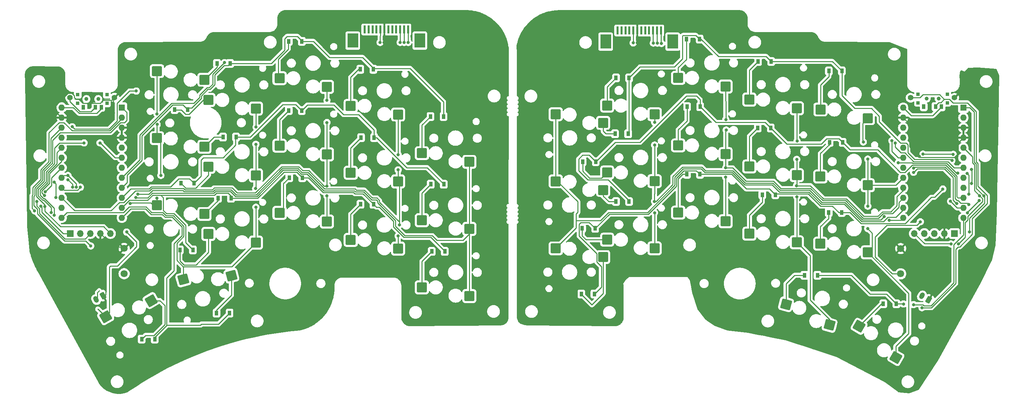
<source format=gbr>
%TF.GenerationSoftware,KiCad,Pcbnew,7.0.10-7.0.10~ubuntu22.04.1*%
%TF.CreationDate,2024-02-24T14:59:25-06:00*%
%TF.ProjectId,roadrunner,726f6164-7275-46e6-9e65-722e6b696361,rev?*%
%TF.SameCoordinates,Original*%
%TF.FileFunction,Copper,L2,Bot*%
%TF.FilePolarity,Positive*%
%FSLAX46Y46*%
G04 Gerber Fmt 4.6, Leading zero omitted, Abs format (unit mm)*
G04 Created by KiCad (PCBNEW 7.0.10-7.0.10~ubuntu22.04.1) date 2024-02-24 14:59:25*
%MOMM*%
%LPD*%
G01*
G04 APERTURE LIST*
G04 Aperture macros list*
%AMRoundRect*
0 Rectangle with rounded corners*
0 $1 Rounding radius*
0 $2 $3 $4 $5 $6 $7 $8 $9 X,Y pos of 4 corners*
0 Add a 4 corners polygon primitive as box body*
4,1,4,$2,$3,$4,$5,$6,$7,$8,$9,$2,$3,0*
0 Add four circle primitives for the rounded corners*
1,1,$1+$1,$2,$3*
1,1,$1+$1,$4,$5*
1,1,$1+$1,$6,$7*
1,1,$1+$1,$8,$9*
0 Add four rect primitives between the rounded corners*
20,1,$1+$1,$2,$3,$4,$5,0*
20,1,$1+$1,$4,$5,$6,$7,0*
20,1,$1+$1,$6,$7,$8,$9,0*
20,1,$1+$1,$8,$9,$2,$3,0*%
%AMHorizOval*
0 Thick line with rounded ends*
0 $1 width*
0 $2 $3 position (X,Y) of the first rounded end (center of the circle)*
0 $4 $5 position (X,Y) of the second rounded end (center of the circle)*
0 Add line between two ends*
20,1,$1,$2,$3,$4,$5,0*
0 Add two circle primitives to create the rounded ends*
1,1,$1,$2,$3*
1,1,$1,$4,$5*%
G04 Aperture macros list end*
%TA.AperFunction,SMDPad,CuDef*%
%ADD10RoundRect,0.250000X1.025000X1.000000X-1.025000X1.000000X-1.025000X-1.000000X1.025000X-1.000000X0*%
%TD*%
%TA.AperFunction,SMDPad,CuDef*%
%ADD11RoundRect,0.250000X1.248893X0.700636X-0.731255X1.231215X-1.248893X-0.700636X0.731255X-1.231215X0*%
%TD*%
%TA.AperFunction,ComponentPad*%
%ADD12RoundRect,0.250000X-0.009391X0.716266X-0.615609X0.366266X0.009391X-0.716266X0.615609X-0.366266X0*%
%TD*%
%TA.AperFunction,ComponentPad*%
%ADD13HorizOval,1.200000X-0.137500X0.238157X0.137500X-0.238157X0*%
%TD*%
%TA.AperFunction,ComponentPad*%
%ADD14C,1.397000*%
%TD*%
%TA.AperFunction,SMDPad,CuDef*%
%ADD15RoundRect,0.250000X-1.025000X-1.000000X1.025000X-1.000000X1.025000X1.000000X-1.025000X1.000000X0*%
%TD*%
%TA.AperFunction,ComponentPad*%
%ADD16RoundRect,0.250000X0.615609X0.366266X0.009391X0.716266X-0.615609X-0.366266X-0.009391X-0.716266X0*%
%TD*%
%TA.AperFunction,ComponentPad*%
%ADD17HorizOval,1.200000X0.137500X0.238157X-0.137500X-0.238157X0*%
%TD*%
%TA.AperFunction,SMDPad,CuDef*%
%ADD18RoundRect,0.250000X1.387676X0.353525X-0.387676X1.378525X-1.387676X-0.353525X0.387676X-1.378525X0*%
%TD*%
%TA.AperFunction,SMDPad,CuDef*%
%ADD19RoundRect,0.250000X-0.387676X-1.378525X1.387676X-0.353525X0.387676X1.378525X-1.387676X0.353525X0*%
%TD*%
%TA.AperFunction,ComponentPad*%
%ADD20R,1.700000X1.700000*%
%TD*%
%TA.AperFunction,ComponentPad*%
%ADD21O,1.700000X1.700000*%
%TD*%
%TA.AperFunction,SMDPad,CuDef*%
%ADD22RoundRect,0.250000X-0.731255X-1.231215X1.248893X-0.700636X0.731255X1.231215X-1.248893X0.700636X0*%
%TD*%
%TA.AperFunction,ComponentPad*%
%ADD23C,1.800000*%
%TD*%
%TA.AperFunction,WasherPad*%
%ADD24C,1.000000*%
%TD*%
%TA.AperFunction,SMDPad,CuDef*%
%ADD25R,0.900000X0.900000*%
%TD*%
%TA.AperFunction,SMDPad,CuDef*%
%ADD26R,0.900000X1.250000*%
%TD*%
%TA.AperFunction,SMDPad,CuDef*%
%ADD27R,0.900000X1.200000*%
%TD*%
%TA.AperFunction,SMDPad,CuDef*%
%ADD28R,0.610000X2.000000*%
%TD*%
%TA.AperFunction,SMDPad,CuDef*%
%ADD29R,2.680000X3.600000*%
%TD*%
%TA.AperFunction,ComponentPad*%
%ADD30R,1.600000X1.600000*%
%TD*%
%TA.AperFunction,ComponentPad*%
%ADD31O,1.600000X1.600000*%
%TD*%
%TA.AperFunction,ViaPad*%
%ADD32C,0.800000*%
%TD*%
%TA.AperFunction,Conductor*%
%ADD33C,0.250000*%
%TD*%
G04 APERTURE END LIST*
D10*
%TO.P,SW8_r1,1,1*%
%TO.N,COL2_r*%
X101228000Y-64448000D03*
%TO.P,SW8_r1,2,2*%
%TO.N,Net-(D25-A)*%
X89228000Y-62248000D03*
%TD*%
%TO.P,SW6_r1,1,1*%
%TO.N,COL4_r*%
X137272000Y-83332000D03*
%TO.P,SW6_r1,2,2*%
%TO.N,Net-(D27-A)*%
X125272000Y-81132000D03*
%TD*%
D11*
%TO.P,SW16,1,1*%
%TO.N,COL3*%
X228437826Y-107663422D03*
%TO.P,SW16,2,2*%
%TO.N,Net-(D16-A)*%
X217416118Y-102432556D03*
%TD*%
D10*
%TO.P,SW12,1,1*%
%TO.N,COL1*%
X184140000Y-88254000D03*
%TO.P,SW12,2,2*%
%TO.N,Net-(D12-A)*%
X172140000Y-86054000D03*
%TD*%
D12*
%TO.P,J2,1,Pin_1*%
%TO.N,gnd_r*%
X44532051Y-100220000D03*
D13*
%TO.P,J2,2,Pin_2*%
%TO.N,BT+_r*%
X42800000Y-101220000D03*
%TD*%
D14*
%TO.P,BatGND1,1,1*%
%TO.N,gnd*%
X260048800Y-50070700D03*
%TD*%
D10*
%TO.P,SW9_r1,1,1*%
%TO.N,COL1_r*%
X83240000Y-69782000D03*
%TO.P,SW9_r1,2,2*%
%TO.N,Net-(D24-A)*%
X71240000Y-67582000D03*
%TD*%
%TO.P,SW12_r1,1,1*%
%TO.N,COL3_r*%
X119254000Y-88324000D03*
%TO.P,SW12_r1,2,2*%
%TO.N,Net-(D31-A)*%
X107254000Y-86124000D03*
%TD*%
%TO.P,SW14_r1,1,1*%
%TO.N,COL1_r*%
X83240000Y-86800000D03*
%TO.P,SW14_r1,2,2*%
%TO.N,Net-(D29-A)*%
X71240000Y-84600000D03*
%TD*%
D14*
%TO.P,BatGNDr1,1,1*%
%TO.N,gnd_r*%
X47470000Y-50030000D03*
%TD*%
D10*
%TO.P,SW2_r1,1,1*%
%TO.N,COL3_r*%
X119254000Y-54332000D03*
%TO.P,SW2_r1,2,2*%
%TO.N,Net-(D21-A)*%
X107254000Y-52132000D03*
%TD*%
%TO.P,SW7_r1,1,1*%
%TO.N,COL3_r*%
X119254000Y-71306000D03*
%TO.P,SW7_r1,2,2*%
%TO.N,Net-(D26-A)*%
X107254000Y-69106000D03*
%TD*%
D14*
%TO.P,Bat+1,1,1*%
%TO.N,BT+*%
X248918800Y-50090700D03*
%TD*%
D15*
%TO.P,SW10_r1,1,1*%
%TO.N,COL0_r*%
X58226000Y-60322000D03*
%TO.P,SW10_r1,2,2*%
%TO.N,Net-(D23-A)*%
X70226000Y-62522000D03*
%TD*%
D10*
%TO.P,SW4,1,1*%
%TO.N,COL3*%
X220140000Y-52762000D03*
%TO.P,SW4,2,2*%
%TO.N,Net-(D4-A)*%
X208140000Y-50562000D03*
%TD*%
D16*
%TO.P,J1,1,Pin_1*%
%TO.N,gnd*%
X253559800Y-101282500D03*
D17*
%TO.P,J1,2,Pin_2*%
%TO.N,BT+*%
X251827749Y-100282500D03*
%TD*%
D10*
%TO.P,SW10,1,1*%
%TO.N,COL4*%
X238120000Y-72252000D03*
%TO.P,SW10,2,2*%
%TO.N,Net-(D10-A)*%
X226120000Y-70052000D03*
%TD*%
%TO.P,SW9,1,1*%
%TO.N,COL3*%
X220140000Y-69712000D03*
%TO.P,SW9,2,2*%
%TO.N,Net-(D9-A)*%
X208140000Y-67512000D03*
%TD*%
%TO.P,SW2,1,1*%
%TO.N,COL1*%
X184140000Y-54262000D03*
%TO.P,SW2,2,2*%
%TO.N,Net-(D2-A)*%
X172140000Y-52062000D03*
%TD*%
D18*
%TO.P,SW17,1,1*%
%TO.N,COL4*%
X245201089Y-115908152D03*
%TO.P,SW17,2,2*%
%TO.N,Net-(D17-A)*%
X235908784Y-108002897D03*
%TD*%
D19*
%TO.P,SW17_r1,1,1*%
%TO.N,COL0_r*%
X45226911Y-105585848D03*
%TO.P,SW17_r1,2,2*%
%TO.N,Net-(D33-A)*%
X56719216Y-101491103D03*
%TD*%
D20*
%TO.P,J5,1,Pin_1*%
%TO.N,MOSI_r*%
X36290000Y-84500000D03*
D21*
%TO.P,J5,2,Pin_2*%
%TO.N,SCK_r*%
X38830000Y-84500000D03*
%TO.P,J5,3,Pin_3*%
%TO.N,vcc_r*%
X41370000Y-84500000D03*
%TO.P,J5,4,Pin_4*%
%TO.N,gnd_r*%
X43910000Y-84500000D03*
%TO.P,J5,5,Pin_5*%
%TO.N,CS_r*%
X46450000Y-84500000D03*
%TD*%
D10*
%TO.P,SW1_r1,1,1*%
%TO.N,COL4_r*%
X137272000Y-66332000D03*
%TO.P,SW1_r1,2,2*%
%TO.N,Net-(D22-A)*%
X125272000Y-64132000D03*
%TD*%
D15*
%TO.P,SW6,1,1*%
%TO.N,COL0*%
X159140000Y-71262000D03*
%TO.P,SW6,2,2*%
%TO.N,Net-(D6-A)*%
X171140000Y-73462000D03*
%TD*%
D10*
%TO.P,SW14,1,1*%
%TO.N,COL3*%
X220140000Y-86730000D03*
%TO.P,SW14,2,2*%
%TO.N,Net-(D14-A)*%
X208140000Y-84530000D03*
%TD*%
%TO.P,SW15,1,1*%
%TO.N,COL4*%
X238120000Y-89270000D03*
%TO.P,SW15,2,2*%
%TO.N,Net-(D15-A)*%
X226120000Y-87070000D03*
%TD*%
D15*
%TO.P,SW1,1,1*%
%TO.N,COL0*%
X159140000Y-54262000D03*
%TO.P,SW1,2,2*%
%TO.N,Net-(D1-A)*%
X171140000Y-56462000D03*
%TD*%
%TO.P,SW5_r1,1,1*%
%TO.N,COL0_r*%
X58226000Y-43332000D03*
%TO.P,SW5_r1,2,2*%
%TO.N,Net-(D18-A)*%
X70226000Y-45532000D03*
%TD*%
D10*
%TO.P,SW8,1,1*%
%TO.N,COL2*%
X202140000Y-64378000D03*
%TO.P,SW8,2,2*%
%TO.N,Net-(D8-A)*%
X190140000Y-62178000D03*
%TD*%
D20*
%TO.P,J4,1,Pin_1*%
%TO.N,CS*%
X260065000Y-84500000D03*
D21*
%TO.P,J4,2,Pin_2*%
%TO.N,gnd*%
X257525000Y-84500000D03*
%TO.P,J4,3,Pin_3*%
%TO.N,vcc*%
X254985000Y-84500000D03*
%TO.P,J4,4,Pin_4*%
%TO.N,SCK*%
X252445000Y-84500000D03*
%TO.P,J4,5,Pin_5*%
%TO.N,MOSI*%
X249905000Y-84500000D03*
%TD*%
D10*
%TO.P,SW7,1,1*%
%TO.N,COL1*%
X184140000Y-71236000D03*
%TO.P,SW7,2,2*%
%TO.N,Net-(D7-A)*%
X172140000Y-69036000D03*
%TD*%
%TO.P,SW13_r1,1,1*%
%TO.N,COL2_r*%
X101228000Y-81466000D03*
%TO.P,SW13_r1,2,2*%
%TO.N,Net-(D30-A)*%
X89228000Y-79266000D03*
%TD*%
D22*
%TO.P,SW16_r1,1,1*%
%TO.N,COL1_r*%
X64884345Y-96142312D03*
%TO.P,SW16_r1,2,2*%
%TO.N,Net-(D34-A)*%
X77044857Y-95161520D03*
%TD*%
D10*
%TO.P,SW5,1,1*%
%TO.N,COL4*%
X238140000Y-55262000D03*
%TO.P,SW5,2,2*%
%TO.N,Net-(D5-A)*%
X226140000Y-53062000D03*
%TD*%
%TO.P,SW4_r1,1,1*%
%TO.N,COL1_r*%
X83240000Y-52832000D03*
%TO.P,SW4_r1,2,2*%
%TO.N,Net-(D19-A)*%
X71240000Y-50632000D03*
%TD*%
%TO.P,SW3,1,1*%
%TO.N,COL2*%
X202140000Y-47262000D03*
%TO.P,SW3,2,2*%
%TO.N,Net-(D3-A)*%
X190140000Y-45062000D03*
%TD*%
D23*
%TO.P,RSW1,1,1*%
%TO.N,gnd*%
X246440000Y-88300000D03*
%TO.P,RSW1,2,2*%
%TO.N,reset*%
X246440000Y-94700000D03*
%TD*%
D15*
%TO.P,SW11,1,1*%
%TO.N,COL0*%
X159140000Y-88262000D03*
%TO.P,SW11,2,2*%
%TO.N,Net-(D11-A)*%
X171140000Y-90462000D03*
%TD*%
D10*
%TO.P,SW3_r1,1,1*%
%TO.N,COL2_r*%
X101228000Y-47332000D03*
%TO.P,SW3_r1,2,2*%
%TO.N,Net-(D20-A)*%
X89228000Y-45132000D03*
%TD*%
%TO.P,SW13,1,1*%
%TO.N,COL2*%
X202140000Y-81396000D03*
%TO.P,SW13,2,2*%
%TO.N,Net-(D13-A)*%
X190140000Y-79196000D03*
%TD*%
D23*
%TO.P,RSW2,1,1*%
%TO.N,gnd_r*%
X49910000Y-88270000D03*
%TO.P,RSW2,2,2*%
%TO.N,reset_r*%
X49910000Y-94670000D03*
%TD*%
D15*
%TO.P,SW15_r1,1,1*%
%TO.N,COL0_r*%
X58226000Y-77340000D03*
%TO.P,SW15_r1,2,2*%
%TO.N,Net-(D28-A)*%
X70226000Y-79540000D03*
%TD*%
D10*
%TO.P,SW11_r1,1,1*%
%TO.N,COL4_r*%
X137272000Y-100332000D03*
%TO.P,SW11_r1,2,2*%
%TO.N,Net-(D32-A)*%
X125272000Y-98132000D03*
%TD*%
D14*
%TO.P,Bat+r1,1,1*%
%TO.N,BT+_r*%
X36200000Y-50050000D03*
%TD*%
D24*
%TO.P,SW_POWER1,*%
%TO.N,*%
X256020000Y-50275000D03*
X253020000Y-50275000D03*
D25*
%TO.P,SW_POWER1,0*%
%TO.N,N/C*%
X258220000Y-51375000D03*
X258220000Y-49175000D03*
X250820000Y-51375000D03*
X250820000Y-49175000D03*
D26*
%TO.P,SW_POWER1,1,A*%
%TO.N,unconnected-(SW_POWER1-A-Pad1)*%
X252270000Y-52350000D03*
%TO.P,SW_POWER1,2,B*%
%TO.N,BT+*%
X255270000Y-52350000D03*
%TO.P,SW_POWER1,3,C*%
%TO.N,raw*%
X256770000Y-52350000D03*
%TD*%
D27*
%TO.P,D24,1,K*%
%TO.N,ROW1_r*%
X67563000Y-71755000D03*
%TO.P,D24,2,A*%
%TO.N,Net-(D24-A)*%
X64263000Y-71755000D03*
%TD*%
%TO.P,D31,1,K*%
%TO.N,ROW2_r*%
X113029000Y-77089000D03*
%TO.P,D31,2,A*%
%TO.N,Net-(D31-A)*%
X109729000Y-77089000D03*
%TD*%
%TO.P,D3,1,K*%
%TO.N,ROW0*%
X195540000Y-35220000D03*
%TO.P,D3,2,A*%
%TO.N,Net-(D3-A)*%
X192240000Y-35220000D03*
%TD*%
%TO.P,D18,1,K*%
%TO.N,ROW0_r*%
X76707000Y-41402000D03*
%TO.P,D18,2,A*%
%TO.N,Net-(D18-A)*%
X73407000Y-41402000D03*
%TD*%
%TO.P,D10,1,K*%
%TO.N,ROW1*%
X231750000Y-61380000D03*
%TO.P,D10,2,A*%
%TO.N,Net-(D10-A)*%
X228450000Y-61380000D03*
%TD*%
%TO.P,D21,1,K*%
%TO.N,ROW0_r*%
X112970000Y-42890000D03*
%TO.P,D21,2,A*%
%TO.N,Net-(D21-A)*%
X109670000Y-42890000D03*
%TD*%
%TO.P,D13,1,K*%
%TO.N,ROW2*%
X195630000Y-69480000D03*
%TO.P,D13,2,A*%
%TO.N,Net-(D13-A)*%
X192330000Y-69480000D03*
%TD*%
%TO.P,D6,1,K*%
%TO.N,ROW1*%
X177680000Y-76390000D03*
%TO.P,D6,2,A*%
%TO.N,Net-(D6-A)*%
X174380000Y-76390000D03*
%TD*%
%TO.P,D8,1,K*%
%TO.N,ROW1*%
X195680000Y-52350000D03*
%TO.P,D8,2,A*%
%TO.N,Net-(D8-A)*%
X192380000Y-52350000D03*
%TD*%
%TO.P,D34,1,K*%
%TO.N,ROW3_r*%
X76580000Y-104648000D03*
%TO.P,D34,2,A*%
%TO.N,Net-(D34-A)*%
X73280000Y-104648000D03*
%TD*%
%TO.P,D29,1,K*%
%TO.N,ROW2_r*%
X67309000Y-88646000D03*
%TO.P,D29,2,A*%
%TO.N,Net-(D29-A)*%
X64009000Y-88646000D03*
%TD*%
D28*
%TO.P,J6,1,Pin_1*%
%TO.N,vcc_r*%
X121763000Y-32809000D03*
%TO.P,J6,2,Pin_2*%
%TO.N,IPD_DATA_r*%
X120763000Y-32809000D03*
%TO.P,J6,3,Pin_3*%
%TO.N,IPD_RST_r*%
X119763000Y-32809000D03*
%TO.P,J6,4,Pin_4*%
%TO.N,unconnected-(J6-Pin_4-Pad4)*%
X118763000Y-32809000D03*
%TO.P,J6,5,Pin_5*%
%TO.N,unconnected-(J6-Pin_5-Pad5)*%
X117763000Y-32809000D03*
%TO.P,J6,6,Pin_6*%
%TO.N,unconnected-(J6-Pin_6-Pad6)*%
X116763000Y-32809000D03*
%TO.P,J6,7,Pin_7*%
%TO.N,gnd_r*%
X115763000Y-32809000D03*
%TO.P,J6,8,Pin_8*%
%TO.N,IPD_CLK_r*%
X114763000Y-32809000D03*
%TO.P,J6,9,Pin_9*%
%TO.N,unconnected-(J6-Pin_9-Pad9)*%
X113763000Y-32809000D03*
%TO.P,J6,10,Pin_10*%
%TO.N,unconnected-(J6-Pin_10-Pad10)*%
X112763000Y-32809000D03*
%TO.P,J6,11,Pin_11*%
%TO.N,unconnected-(J6-Pin_11-Pad11)*%
X111763000Y-32809000D03*
%TO.P,J6,12,Pin_12*%
%TO.N,unconnected-(J6-Pin_12-Pad12)*%
X110763000Y-32809000D03*
D29*
%TO.P,J6,MP*%
%TO.N,N/C*%
X124753000Y-35609000D03*
X107773000Y-35609000D03*
%TD*%
D27*
%TO.P,D12,1,K*%
%TO.N,ROW2*%
X169120000Y-83190000D03*
%TO.P,D12,2,A*%
%TO.N,Net-(D12-A)*%
X165820000Y-83190000D03*
%TD*%
%TO.P,D22,1,K*%
%TO.N,ROW0_r*%
X130740000Y-54864000D03*
%TO.P,D22,2,A*%
%TO.N,Net-(D22-A)*%
X127440000Y-54864000D03*
%TD*%
%TO.P,D20,1,K*%
%TO.N,ROW0_r*%
X94868000Y-35814000D03*
%TO.P,D20,2,A*%
%TO.N,Net-(D20-A)*%
X91568000Y-35814000D03*
%TD*%
%TO.P,D9,1,K*%
%TO.N,ROW1*%
X213550000Y-57750000D03*
%TO.P,D9,2,A*%
%TO.N,Net-(D9-A)*%
X210250000Y-57750000D03*
%TD*%
%TO.P,D25,1,K*%
%TO.N,ROW1_r*%
X94868000Y-53340000D03*
%TO.P,D25,2,A*%
%TO.N,Net-(D25-A)*%
X91568000Y-53340000D03*
%TD*%
%TO.P,D32,1,K*%
%TO.N,ROW2_r*%
X131063000Y-89027000D03*
%TO.P,D32,2,A*%
%TO.N,Net-(D32-A)*%
X127763000Y-89027000D03*
%TD*%
D28*
%TO.P,J3,1,Pin_1*%
%TO.N,vcc*%
X185771000Y-33063000D03*
%TO.P,J3,2,Pin_2*%
%TO.N,IPD_DATA*%
X184771000Y-33063000D03*
%TO.P,J3,3,Pin_3*%
%TO.N,IPD_RST*%
X183771000Y-33063000D03*
%TO.P,J3,4,Pin_4*%
%TO.N,unconnected-(J3-Pin_4-Pad4)*%
X182771000Y-33063000D03*
%TO.P,J3,5,Pin_5*%
%TO.N,unconnected-(J3-Pin_5-Pad5)*%
X181771000Y-33063000D03*
%TO.P,J3,6,Pin_6*%
%TO.N,unconnected-(J3-Pin_6-Pad6)*%
X180771000Y-33063000D03*
%TO.P,J3,7,Pin_7*%
%TO.N,gnd*%
X179771000Y-33063000D03*
%TO.P,J3,8,Pin_8*%
%TO.N,IPD_CLK*%
X178771000Y-33063000D03*
%TO.P,J3,9,Pin_9*%
%TO.N,unconnected-(J3-Pin_9-Pad9)*%
X177771000Y-33063000D03*
%TO.P,J3,10,Pin_10*%
%TO.N,unconnected-(J3-Pin_10-Pad10)*%
X176771000Y-33063000D03*
%TO.P,J3,11,Pin_11*%
%TO.N,unconnected-(J3-Pin_11-Pad11)*%
X175771000Y-33063000D03*
%TO.P,J3,12,Pin_12*%
%TO.N,unconnected-(J3-Pin_12-Pad12)*%
X174771000Y-33063000D03*
D29*
%TO.P,J3,MP*%
%TO.N,N/C*%
X188761000Y-35863000D03*
X171781000Y-35863000D03*
%TD*%
D27*
%TO.P,D26,1,K*%
%TO.N,ROW1_r*%
X113156000Y-60198000D03*
%TO.P,D26,2,A*%
%TO.N,Net-(D26-A)*%
X109856000Y-60198000D03*
%TD*%
%TO.P,D15,1,K*%
%TO.N,ROW2*%
X231520000Y-79160000D03*
%TO.P,D15,2,A*%
%TO.N,Net-(D15-A)*%
X228220000Y-79160000D03*
%TD*%
D26*
%TO.P,SW_POWERR1,3,C*%
%TO.N,raw_r*%
X44100000Y-52490000D03*
%TO.P,SW_POWERR1,2,B*%
%TO.N,BT+_r*%
X42600000Y-52490000D03*
%TO.P,SW_POWERR1,1,A*%
%TO.N,unconnected-(SW_POWERR1-A-Pad1)*%
X39600000Y-52490000D03*
D25*
%TO.P,SW_POWERR1,0*%
%TO.N,N/C*%
X38150000Y-49315000D03*
X38150000Y-51515000D03*
X45550000Y-49315000D03*
X45550000Y-51515000D03*
D24*
%TO.P,SW_POWERR1,*%
%TO.N,*%
X40350000Y-50415000D03*
X43350000Y-50415000D03*
%TD*%
D27*
%TO.P,D4,1,K*%
%TO.N,ROW0*%
X213650000Y-40900000D03*
%TO.P,D4,2,A*%
%TO.N,Net-(D4-A)*%
X210350000Y-40900000D03*
%TD*%
D30*
%TO.P,U2,1,D1/TX*%
%TO.N,CS_r*%
X49330000Y-52570000D03*
D31*
%TO.P,U2,2,D0/RX*%
%TO.N,MISO_r*%
X49330000Y-55110000D03*
%TO.P,U2,3,GND*%
%TO.N,gnd_r*%
X49330000Y-57650000D03*
%TO.P,U2,4,GND*%
X49330000Y-60190000D03*
%TO.P,U2,5,D2*%
%TO.N,MOSI_r*%
X49330000Y-62730000D03*
%TO.P,U2,6,~D3*%
%TO.N,SCK_r*%
X49330000Y-65270000D03*
%TO.P,U2,7,D4/A6*%
%TO.N,IPD_DATA_r*%
X49330000Y-67810000D03*
%TO.P,U2,8,~D5*%
%TO.N,IPD_CLK_r*%
X49330000Y-70350000D03*
%TO.P,U2,9,~D6/A7*%
%TO.N,ROW0_r*%
X49330000Y-72890000D03*
%TO.P,U2,10,D7*%
%TO.N,ROW1_r*%
X49330000Y-75430000D03*
%TO.P,U2,11,D8/A8*%
%TO.N,ROW2_r*%
X49330000Y-77970000D03*
%TO.P,U2,12,~D9/A9*%
%TO.N,ROW3_r*%
X49330000Y-80510000D03*
%TO.P,U2,13,~D10/A10*%
%TO.N,COL1_r*%
X34090000Y-80510000D03*
%TO.P,U2,14,D16*%
%TO.N,COL0_r*%
X34090000Y-77970000D03*
%TO.P,U2,15,D14*%
%TO.N,COL2_r*%
X34090000Y-75430000D03*
%TO.P,U2,16,D15*%
%TO.N,COL3_r*%
X34090000Y-72890000D03*
%TO.P,U2,17,D18/A0*%
%TO.N,COL4_r*%
X34090000Y-70350000D03*
%TO.P,U2,18,D19/A1*%
%TO.N,GPIO1_r*%
X34090000Y-67810000D03*
%TO.P,U2,19,D20/A2*%
%TO.N,IPD_RST_r*%
X34090000Y-65270000D03*
%TO.P,U2,20,D21/A3*%
%TO.N,GPIO2_r*%
X34090000Y-62730000D03*
%TO.P,U2,21,VCC*%
%TO.N,vcc_r*%
X34090000Y-60190000D03*
%TO.P,U2,22,RST*%
%TO.N,reset_r*%
X34090000Y-57650000D03*
%TO.P,U2,23,GND*%
%TO.N,gnd_r*%
X34090000Y-55110000D03*
%TO.P,U2,24,RAW*%
%TO.N,raw_r*%
X34090000Y-52570000D03*
%TD*%
D27*
%TO.P,D27,1,K*%
%TO.N,ROW1_r*%
X130809000Y-72009000D03*
%TO.P,D27,2,A*%
%TO.N,Net-(D27-A)*%
X127509000Y-72009000D03*
%TD*%
%TO.P,D11,1,K*%
%TO.N,ROW2*%
X168920000Y-99822000D03*
%TO.P,D11,2,A*%
%TO.N,Net-(D11-A)*%
X165620000Y-99822000D03*
%TD*%
D30*
%TO.P,U1,1,D1/TX*%
%TO.N,CS*%
X262310000Y-52610000D03*
D31*
%TO.P,U1,2,D0/RX*%
%TO.N,MISO*%
X262310000Y-55150000D03*
%TO.P,U1,3,GND*%
%TO.N,gnd*%
X262310000Y-57690000D03*
%TO.P,U1,4,GND*%
X262310000Y-60230000D03*
%TO.P,U1,5,D2*%
%TO.N,MOSI*%
X262310000Y-62770000D03*
%TO.P,U1,6,~D3*%
%TO.N,SCK*%
X262310000Y-65310000D03*
%TO.P,U1,7,D4/A6*%
%TO.N,IPD_DATA*%
X262310000Y-67850000D03*
%TO.P,U1,8,~D5*%
%TO.N,IPD_CLK*%
X262310000Y-70390000D03*
%TO.P,U1,9,~D6/A7*%
%TO.N,ROW0*%
X262310000Y-72930000D03*
%TO.P,U1,10,D7*%
%TO.N,ROW1*%
X262310000Y-75470000D03*
%TO.P,U1,11,D8/A8*%
%TO.N,ROW2*%
X262310000Y-78010000D03*
%TO.P,U1,12,~D9/A9*%
%TO.N,ROW3*%
X262310000Y-80550000D03*
%TO.P,U1,13,~D10/A10*%
%TO.N,COL1*%
X247070000Y-80550000D03*
%TO.P,U1,14,D16*%
%TO.N,COL0*%
X247070000Y-78010000D03*
%TO.P,U1,15,D14*%
%TO.N,COL2*%
X247070000Y-75470000D03*
%TO.P,U1,16,D15*%
%TO.N,COL3*%
X247070000Y-72930000D03*
%TO.P,U1,17,D18/A0*%
%TO.N,COL4*%
X247070000Y-70390000D03*
%TO.P,U1,18,D19/A1*%
%TO.N,GPIO1*%
X247070000Y-67850000D03*
%TO.P,U1,19,D20/A2*%
%TO.N,IPD_RST*%
X247070000Y-65310000D03*
%TO.P,U1,20,D21/A3*%
%TO.N,GPIO2*%
X247070000Y-62770000D03*
%TO.P,U1,21,VCC*%
%TO.N,vcc*%
X247070000Y-60230000D03*
%TO.P,U1,22,RST*%
%TO.N,reset*%
X247070000Y-57690000D03*
%TO.P,U1,23,GND*%
%TO.N,gnd*%
X247070000Y-55150000D03*
%TO.P,U1,24,RAW*%
%TO.N,raw*%
X247070000Y-52610000D03*
%TD*%
D27*
%TO.P,D28,1,K*%
%TO.N,ROW2_r*%
X76961000Y-75565000D03*
%TO.P,D28,2,A*%
%TO.N,Net-(D28-A)*%
X73661000Y-75565000D03*
%TD*%
%TO.P,D5,1,K*%
%TO.N,ROW0*%
X231570000Y-43320000D03*
%TO.P,D5,2,A*%
%TO.N,Net-(D5-A)*%
X228270000Y-43320000D03*
%TD*%
%TO.P,D19,1,K*%
%TO.N,ROW0_r*%
X65970000Y-53096000D03*
%TO.P,D19,2,A*%
%TO.N,Net-(D19-A)*%
X62670000Y-53096000D03*
%TD*%
%TO.P,D17,1,K*%
%TO.N,ROW3*%
X245340000Y-102290000D03*
%TO.P,D17,2,A*%
%TO.N,Net-(D17-A)*%
X242040000Y-102290000D03*
%TD*%
%TO.P,D30,1,K*%
%TO.N,ROW2_r*%
X94995000Y-70358000D03*
%TO.P,D30,2,A*%
%TO.N,Net-(D30-A)*%
X91695000Y-70358000D03*
%TD*%
%TO.P,D14,1,K*%
%TO.N,ROW2*%
X214720000Y-74690000D03*
%TO.P,D14,2,A*%
%TO.N,Net-(D14-A)*%
X211420000Y-74690000D03*
%TD*%
%TO.P,D1,1,K*%
%TO.N,ROW0*%
X177450000Y-59220000D03*
%TO.P,D1,2,A*%
%TO.N,Net-(D1-A)*%
X174150000Y-59220000D03*
%TD*%
%TO.P,D2,1,K*%
%TO.N,ROW0*%
X177690000Y-45060000D03*
%TO.P,D2,2,A*%
%TO.N,Net-(D2-A)*%
X174390000Y-45060000D03*
%TD*%
%TO.P,D23,1,K*%
%TO.N,ROW1_r*%
X78230000Y-60050000D03*
%TO.P,D23,2,A*%
%TO.N,Net-(D23-A)*%
X74930000Y-60050000D03*
%TD*%
%TO.P,D16,1,K*%
%TO.N,ROW3*%
X225380000Y-95080000D03*
%TO.P,D16,2,A*%
%TO.N,Net-(D16-A)*%
X222080000Y-95080000D03*
%TD*%
%TO.P,D33,1,K*%
%TO.N,ROW3_r*%
X57657000Y-111252000D03*
%TO.P,D33,2,A*%
%TO.N,Net-(D33-A)*%
X54357000Y-111252000D03*
%TD*%
%TO.P,D7,1,K*%
%TO.N,ROW1*%
X169260000Y-66290000D03*
%TO.P,D7,2,A*%
%TO.N,Net-(D7-A)*%
X165960000Y-66290000D03*
%TD*%
D32*
%TO.N,ROW2*%
X257110000Y-73220000D03*
X259060000Y-76340000D03*
%TO.N,SCK_r*%
X43800000Y-61540000D03*
X39770000Y-61530000D03*
%TO.N,COL0_r*%
X50540000Y-84110000D03*
%TO.N,COL3_r*%
X38840000Y-72757947D03*
%TO.N,COL4_r*%
X35680000Y-69770000D03*
X37817877Y-72754765D03*
X52820000Y-75340000D03*
%TO.N,MOSI_r*%
X36818148Y-72778148D03*
X35710000Y-70855000D03*
%TO.N,gnd_r*%
X47210000Y-53980000D03*
%TO.N,vcc_r*%
X36760000Y-57444694D03*
X52980000Y-48380000D03*
X32220000Y-71470000D03*
X32641490Y-75328439D03*
%TO.N,GPIO1_r*%
X29945888Y-73889835D03*
%TO.N,MISO_r*%
X27235000Y-78760000D03*
%TO.N,IPD_RST_r*%
X29773994Y-74874953D03*
%TO.N,SCK_r*%
X31450000Y-79150000D03*
%TO.N,GPIO2_r*%
X32175000Y-79882795D03*
%TO.N,vcc_r*%
X27755000Y-76400000D03*
%TO.N,MOSI_r*%
X28824210Y-77561296D03*
%TO.N,CS_r*%
X29822347Y-77622347D03*
%TO.N,BT+*%
X251830000Y-103301483D03*
%TO.N,gnd*%
X179760000Y-36200000D03*
X251130451Y-64939549D03*
%TO.N,gnd_r*%
X115697000Y-36068000D03*
%TO.N,reset*%
X251410000Y-81510000D03*
%TO.N,reset_r*%
X41449455Y-87650545D03*
%TO.N,vcc*%
X263320000Y-79230000D03*
X185890000Y-36320000D03*
X266270000Y-76140000D03*
%TO.N,vcc_r*%
X121793000Y-36068000D03*
%TO.N,CS*%
X267452425Y-74942552D03*
X263840000Y-84120000D03*
%TO.N,MOSI*%
X266428802Y-74952000D03*
X259150000Y-87142653D03*
X261062653Y-87142653D03*
%TO.N,ROW0*%
X259410000Y-65990000D03*
%TO.N,ROW3*%
X247140000Y-102350000D03*
X249690000Y-102510000D03*
%TO.N,COL1*%
X184140000Y-79230000D03*
X184132347Y-76352347D03*
X242297347Y-80157347D03*
X184150000Y-56300000D03*
X243530000Y-81100000D03*
X184150000Y-62090000D03*
%TO.N,COL2*%
X202140000Y-70205000D03*
X202160000Y-67855000D03*
X202270000Y-58280000D03*
X202180000Y-55605000D03*
%TO.N,COL3*%
X220130000Y-75165000D03*
X220220000Y-61065000D03*
X220080000Y-72365000D03*
X220140000Y-65700000D03*
%TO.N,COL4*%
X238120000Y-65640000D03*
X238070000Y-83240000D03*
X238120000Y-77560000D03*
X236980000Y-61300000D03*
%TO.N,COL1_r*%
X83292847Y-57540847D03*
X83190000Y-73110000D03*
X83240000Y-77830000D03*
X83240000Y-61890000D03*
%TO.N,COL0_r*%
X58248653Y-56842653D03*
X58226000Y-75510000D03*
X51412653Y-76912653D03*
X59200000Y-69770000D03*
X58222149Y-54182149D03*
%TO.N,COL3_r*%
X119253000Y-85090000D03*
X119270000Y-64530000D03*
X119550000Y-82270000D03*
X53371667Y-74505932D03*
X119254000Y-68360000D03*
%TO.N,COL2_r*%
X101228000Y-56370000D03*
X101240000Y-50740000D03*
X101240000Y-72465000D03*
X101228000Y-74949579D03*
%TO.N,IPD_DATA_r*%
X120777000Y-36068000D03*
%TO.N,IPD_RST_r*%
X119761000Y-36068000D03*
%TO.N,IPD_CLK_r*%
X114681000Y-36068000D03*
X75310000Y-41195000D03*
%TO.N,IPD_CLK*%
X260903886Y-69178580D03*
X245840000Y-66530000D03*
X178740000Y-36190000D03*
%TO.N,IPD_RST*%
X263660000Y-77130000D03*
X244220000Y-60970000D03*
X249747896Y-67900700D03*
X183840000Y-36240000D03*
%TO.N,IPD_DATA*%
X184840000Y-36260000D03*
X245050000Y-61560000D03*
%TO.N,GPIO1*%
X260589043Y-76854887D03*
X249696951Y-68976951D03*
%TO.N,GPIO2*%
X259740000Y-64440000D03*
X252084149Y-64365851D03*
X263650000Y-74520000D03*
X263270000Y-69300000D03*
%TO.N,MISO*%
X264375000Y-71850000D03*
X264377653Y-68232347D03*
%TD*%
D33*
%TO.N,MISO_r*%
X36760000Y-58470000D02*
X46253604Y-58470000D01*
X33499009Y-56360000D02*
X34650000Y-56360000D01*
X30880000Y-58979009D02*
X33499009Y-56360000D01*
X46253604Y-58470000D02*
X49330000Y-55393604D01*
X30880000Y-66247029D02*
X30880000Y-58979009D01*
X34650000Y-56360000D02*
X36760000Y-58470000D01*
X28795000Y-70803020D02*
X28795000Y-68332029D01*
X26810000Y-72788020D02*
X28795000Y-70803020D01*
X26810000Y-74650000D02*
X26810000Y-72788020D01*
X26580000Y-74880000D02*
X26810000Y-74650000D01*
X28795000Y-68332029D02*
X30880000Y-66247029D01*
X26580000Y-78105000D02*
X26580000Y-74880000D01*
X27235000Y-78760000D02*
X26580000Y-78105000D01*
X49330000Y-55393604D02*
X49330000Y-55110000D01*
%TO.N,reset_r*%
X41449455Y-87650545D02*
X40198910Y-86400000D01*
X40198910Y-86400000D02*
X34843604Y-86400000D01*
X34843604Y-86400000D02*
X27960000Y-79516396D01*
X31330000Y-60410000D02*
X34090000Y-57650000D01*
X27960000Y-79516396D02*
X27960000Y-78358787D01*
X31330000Y-66433425D02*
X31330000Y-60410000D01*
X27960000Y-78358787D02*
X27030000Y-77428787D01*
X27260000Y-74836396D02*
X27260000Y-72974416D01*
X27030000Y-77428787D02*
X27030000Y-75066396D01*
X27260000Y-72974416D02*
X29245000Y-70989416D01*
X29245000Y-70989416D02*
X29245000Y-68518425D01*
X27030000Y-75066396D02*
X27260000Y-74836396D01*
X29245000Y-68518425D02*
X31330000Y-66433425D01*
%TO.N,CS_r*%
X48990000Y-56370000D02*
X49980000Y-56370000D01*
X46440000Y-58920000D02*
X48990000Y-56370000D01*
X31780000Y-60880000D02*
X33740000Y-58920000D01*
X29695000Y-71175812D02*
X29695000Y-68704821D01*
X49980000Y-56370000D02*
X50540000Y-55810000D01*
X29695000Y-68704821D02*
X31780000Y-66619821D01*
X27710000Y-73160812D02*
X29695000Y-71175812D01*
X50540000Y-55810000D02*
X50540000Y-53780000D01*
X27710000Y-75110000D02*
X27710000Y-73160812D01*
X33740000Y-58920000D02*
X46440000Y-58920000D01*
X31780000Y-66619821D02*
X31780000Y-60880000D01*
X29822347Y-77222347D02*
X27710000Y-75110000D01*
X29822347Y-77622347D02*
X29822347Y-77222347D01*
X50540000Y-53780000D02*
X49330000Y-52570000D01*
%TO.N,SCK_r*%
X31450000Y-79150000D02*
X31450000Y-77946396D01*
X31450000Y-77946396D02*
X29553557Y-76049953D01*
X29553557Y-76049953D02*
X29286349Y-76049953D01*
X32290000Y-62830000D02*
X33560000Y-61560000D01*
X39740000Y-61560000D02*
X39770000Y-61530000D01*
X29286349Y-76049953D02*
X28160000Y-74923604D01*
X30145000Y-68891217D02*
X32290000Y-66746217D01*
X28160000Y-74923604D02*
X28160000Y-73347208D01*
X28160000Y-73347208D02*
X30145000Y-71362208D01*
X30145000Y-71362208D02*
X30145000Y-68891217D01*
X32290000Y-66746217D02*
X32290000Y-62830000D01*
X33560000Y-61560000D02*
X39740000Y-61560000D01*
%TO.N,GPIO2_r*%
X32175000Y-79882795D02*
X32175000Y-78035000D01*
X32175000Y-78035000D02*
X29739953Y-75599953D01*
X29472745Y-75599953D02*
X28640000Y-74767208D01*
X29739953Y-75599953D02*
X29472745Y-75599953D01*
X28640000Y-74767208D02*
X28640000Y-73503604D01*
X28640000Y-73503604D02*
X30595000Y-71548604D01*
X32840000Y-63980000D02*
X34090000Y-62730000D01*
X30595000Y-71548604D02*
X30595000Y-69077613D01*
X30595000Y-69077613D02*
X32840000Y-66832613D01*
X32840000Y-66832613D02*
X32840000Y-63980000D01*
%TO.N,IPD_RST_r*%
X29773994Y-74874953D02*
X29090000Y-74190959D01*
X29090000Y-74190959D02*
X29090000Y-73690000D01*
X29090000Y-73690000D02*
X31045000Y-71735000D01*
X31045000Y-71735000D02*
X31045000Y-69264009D01*
X31045000Y-69264009D02*
X34090000Y-66219009D01*
X34090000Y-66219009D02*
X34090000Y-65270000D01*
%TO.N,GPIO1_r*%
X29945888Y-73889835D02*
X31495000Y-72340723D01*
X31495000Y-72340723D02*
X31495000Y-70405000D01*
X31495000Y-70405000D02*
X34090000Y-67810000D01*
%TO.N,vcc_r*%
X27755000Y-76400000D02*
X27755000Y-77517391D01*
X27755000Y-77517391D02*
X28480000Y-78242391D01*
X28480000Y-78242391D02*
X28480000Y-79400000D01*
X34910000Y-85830000D02*
X40040000Y-85830000D01*
X28480000Y-79400000D02*
X34910000Y-85830000D01*
X40040000Y-85830000D02*
X41370000Y-84500000D01*
%TO.N,COL0_r*%
X51412653Y-76912653D02*
X51605306Y-76720000D01*
X51605306Y-76720000D02*
X56640000Y-76720000D01*
X56640000Y-76720000D02*
X57260000Y-77340000D01*
%TO.N,ROW2*%
X257110000Y-73220000D02*
X255030000Y-75300000D01*
X255030000Y-75300000D02*
X254200000Y-75300000D01*
X236384416Y-81950000D02*
X233594416Y-79160000D01*
X254200000Y-75300000D02*
X247550000Y-81950000D01*
X247550000Y-81950000D02*
X236384416Y-81950000D01*
X233594416Y-79160000D02*
X231520000Y-79160000D01*
%TO.N,MOSI*%
X266428802Y-74952000D02*
X267130000Y-75653198D01*
X267130000Y-75653198D02*
X267130000Y-76390000D01*
X267130000Y-76390000D02*
X264045000Y-79475000D01*
X264045000Y-79475000D02*
X264045000Y-79530305D01*
X264045000Y-79530305D02*
X263435000Y-80140305D01*
X263435000Y-80140305D02*
X263435000Y-81015991D01*
X263435000Y-81015991D02*
X262760000Y-81690991D01*
X262760000Y-81690991D02*
X262760000Y-85445306D01*
X262760000Y-85445306D02*
X261062653Y-87142653D01*
%TO.N,BT+*%
X266000000Y-72464822D02*
X266000000Y-68908097D01*
X251830000Y-103301483D02*
X254214913Y-103301483D01*
X266002653Y-68905444D02*
X266002653Y-66716257D01*
X268360000Y-74824822D02*
X266000000Y-72464822D01*
X261362958Y-87867653D02*
X264565000Y-84665611D01*
X268360000Y-76890000D02*
X268360000Y-74824822D01*
X260350000Y-88460000D02*
X260942347Y-87867653D01*
X264565000Y-80685000D02*
X268360000Y-76890000D01*
X264565000Y-84665611D02*
X264565000Y-80685000D01*
X260942347Y-87867653D02*
X261362958Y-87867653D01*
X260350000Y-97166396D02*
X260350000Y-88460000D01*
X254214913Y-103301483D02*
X260350000Y-97166396D01*
X266000000Y-68908097D02*
X266002653Y-68905444D01*
X266002653Y-66716257D02*
X265558198Y-66271802D01*
X265558198Y-66271802D02*
X265558198Y-53608198D01*
X265558198Y-53608198D02*
X263350000Y-51400000D01*
X263350000Y-51400000D02*
X259660000Y-51400000D01*
X259660000Y-51400000D02*
X258765700Y-50505700D01*
X258765700Y-50505700D02*
X257434300Y-50505700D01*
%TO.N,CS*%
X267452425Y-74942552D02*
X265550000Y-73040127D01*
X265030000Y-66380000D02*
X265030000Y-53716396D01*
X265550000Y-73040127D02*
X265550000Y-68721701D01*
X265550000Y-68721701D02*
X265552653Y-68719048D01*
X265552653Y-68719048D02*
X265552653Y-66902653D01*
X265552653Y-66902653D02*
X265030000Y-66380000D01*
X265030000Y-53716396D02*
X263923604Y-52610000D01*
X263923604Y-52610000D02*
X262310000Y-52610000D01*
%TO.N,MOSI*%
X266428802Y-74952000D02*
X265100000Y-73623198D01*
X265100000Y-73623198D02*
X265100000Y-68535305D01*
X265100000Y-68535305D02*
X265102653Y-68532652D01*
X265102653Y-68532652D02*
X265102653Y-67089049D01*
X265102653Y-67089049D02*
X264580000Y-66566396D01*
X264580000Y-66566396D02*
X264580000Y-65040000D01*
X264580000Y-65040000D02*
X262310000Y-62770000D01*
%TO.N,raw*%
X256730800Y-52430700D02*
X254531500Y-54630000D01*
X254531500Y-54630000D02*
X249098100Y-54630000D01*
X249098100Y-54630000D02*
X247078800Y-52610700D01*
%TO.N,BT+*%
X257434300Y-50505700D02*
X257434300Y-50444300D01*
X252120000Y-49320000D02*
X251349300Y-50090700D01*
X257434300Y-50444300D02*
X256310000Y-49320000D01*
X256310000Y-49320000D02*
X252120000Y-49320000D01*
X251349300Y-50090700D02*
X248918800Y-50090700D01*
X257434300Y-50505700D02*
X256630000Y-51310000D01*
X256630000Y-51310000D02*
X256095800Y-51310000D01*
X256095800Y-51310000D02*
X255230800Y-52175000D01*
X255270000Y-52350000D02*
X255270000Y-52525000D01*
%TO.N,COL4*%
X238070000Y-83240000D02*
X239240000Y-84410000D01*
X239240000Y-84410000D02*
X239240000Y-88150000D01*
X239240000Y-88150000D02*
X238120000Y-89270000D01*
%TO.N,reset*%
X251410000Y-81510000D02*
X250520000Y-82400000D01*
X242940000Y-82400000D02*
X239980000Y-85360000D01*
X250520000Y-82400000D02*
X242940000Y-82400000D01*
X239980000Y-85360000D02*
X239980000Y-90410000D01*
X239980000Y-90410000D02*
X244270000Y-94700000D01*
X244270000Y-94700000D02*
X246440000Y-94700000D01*
%TO.N,COL3*%
X220080000Y-72365000D02*
X223581396Y-72365000D01*
X240642993Y-80150000D02*
X241810646Y-78982347D01*
X223581396Y-72365000D02*
X226936396Y-75720000D01*
X226936396Y-75720000D02*
X232700000Y-75720000D01*
X232700000Y-75720000D02*
X237130000Y-80150000D01*
X245495000Y-77435000D02*
X245495000Y-75145646D01*
X237130000Y-80150000D02*
X240642993Y-80150000D01*
X241810646Y-78982347D02*
X243947653Y-78982347D01*
X243947653Y-78982347D02*
X245495000Y-77435000D01*
X245495000Y-75145646D02*
X247078800Y-73561846D01*
%TO.N,COL2*%
X245945000Y-77855000D02*
X245945000Y-76604500D01*
X244367653Y-79432347D02*
X245945000Y-77855000D01*
X207329188Y-71260000D02*
X214262792Y-71260000D01*
X232513604Y-76170000D02*
X236943604Y-80600000D01*
X223670000Y-73090000D02*
X226750000Y-76170000D01*
X214262792Y-71260000D02*
X216092792Y-73090000D01*
X236943604Y-80600000D02*
X240829389Y-80600000D01*
X226750000Y-76170000D02*
X232513604Y-76170000D01*
X241997042Y-79432347D02*
X244367653Y-79432347D01*
X202160000Y-67855000D02*
X203924188Y-67855000D01*
X240829389Y-80600000D02*
X241997042Y-79432347D01*
X216092792Y-73090000D02*
X223670000Y-73090000D01*
X203924188Y-67855000D02*
X207329188Y-71260000D01*
X245945000Y-76604500D02*
X247078800Y-75470700D01*
%TO.N,COL0*%
X203826396Y-69030000D02*
X196880000Y-69030000D01*
X206956396Y-72160000D02*
X203826396Y-69030000D01*
X223226396Y-73990000D02*
X215720000Y-73990000D01*
X245215000Y-80375000D02*
X243229695Y-80375000D01*
X232140812Y-77070000D02*
X226306396Y-77070000D01*
X247078800Y-78010700D02*
X247078800Y-78511200D01*
X236570812Y-81500000D02*
X232140812Y-77070000D01*
X242104695Y-81500000D02*
X236570812Y-81500000D01*
X243229695Y-80375000D02*
X242104695Y-81500000D01*
X247078800Y-78511200D02*
X245215000Y-80375000D01*
X215720000Y-73990000D02*
X213890000Y-72160000D01*
X226306396Y-77070000D02*
X223226396Y-73990000D01*
X213890000Y-72160000D02*
X206956396Y-72160000D01*
X196880000Y-69030000D02*
X195955000Y-68105000D01*
X195955000Y-68105000D02*
X191368604Y-68105000D01*
X191368604Y-68105000D02*
X189240000Y-70233604D01*
X189240000Y-70233604D02*
X189240000Y-72270000D01*
X189240000Y-72270000D02*
X182370000Y-79140000D01*
X170483604Y-81190000D02*
X164440000Y-81190000D01*
X182370000Y-79140000D02*
X172533604Y-79140000D01*
X172533604Y-79140000D02*
X170483604Y-81190000D01*
X164440000Y-81190000D02*
X164320000Y-81310000D01*
%TO.N,CS*%
X267452425Y-74942552D02*
X267660000Y-75150127D01*
X267660000Y-75150127D02*
X267660000Y-76820000D01*
X267660000Y-76820000D02*
X263885000Y-80595000D01*
X263885000Y-80595000D02*
X263885000Y-81202387D01*
X263885000Y-81202387D02*
X263840000Y-81247387D01*
X263840000Y-81247387D02*
X263840000Y-84120000D01*
%TO.N,vcc*%
X263320000Y-79230000D02*
X263320000Y-79090000D01*
X263320000Y-79090000D02*
X266270000Y-76140000D01*
%TO.N,ROW2*%
X260718851Y-78010000D02*
X262310000Y-78010000D01*
X259298851Y-76590000D02*
X260718851Y-78010000D01*
X259060000Y-76340000D02*
X259298851Y-76578851D01*
X259298851Y-76578851D02*
X259298851Y-76590000D01*
%TO.N,vcc_r*%
X32641490Y-75328439D02*
X32641490Y-71891490D01*
X32641490Y-71891490D02*
X32220000Y-71470000D01*
%TO.N,SCK_r*%
X43820000Y-61560000D02*
X43900000Y-61560000D01*
X43800000Y-61540000D02*
X43820000Y-61560000D01*
X43780000Y-61560000D02*
X43800000Y-61540000D01*
X39770000Y-61530000D02*
X39800000Y-61560000D01*
X43900000Y-61560000D02*
X47610000Y-65270000D01*
X47610000Y-65270000D02*
X49330000Y-65270000D01*
%TO.N,ROW3_r*%
X69215000Y-107696000D02*
X60650000Y-107696000D01*
X51620000Y-78220000D02*
X49330000Y-80510000D01*
X60650000Y-107696000D02*
X60650000Y-95810000D01*
X60650000Y-95810000D02*
X62550000Y-93910000D01*
X64550000Y-82810000D02*
X62100000Y-80360000D01*
X56735000Y-79681396D02*
X55273604Y-78220000D01*
X62550000Y-93910000D02*
X62550000Y-87027000D01*
X62550000Y-87027000D02*
X64550000Y-85027000D01*
X60267208Y-80360000D02*
X59588604Y-79681396D01*
X64550000Y-85027000D02*
X64550000Y-82810000D01*
X62100000Y-80360000D02*
X60267208Y-80360000D01*
X55273604Y-78220000D02*
X51620000Y-78220000D01*
X59588604Y-79681396D02*
X56735000Y-79681396D01*
%TO.N,Net-(D34-A)*%
X77044857Y-95161520D02*
X77044857Y-100125143D01*
X77044857Y-100125143D02*
X73280000Y-103890000D01*
X73280000Y-103890000D02*
X73280000Y-104648000D01*
%TO.N,ROW3_r*%
X76580000Y-104648000D02*
X73798000Y-107430000D01*
X73798000Y-107430000D02*
X69481000Y-107430000D01*
X69481000Y-107430000D02*
X69215000Y-107696000D01*
%TO.N,COL0_r*%
X59200000Y-69770000D02*
X59090000Y-69660000D01*
X59090000Y-69660000D02*
X59090000Y-61186000D01*
X59090000Y-61186000D02*
X58226000Y-60322000D01*
%TO.N,COL1_r*%
X64884345Y-92955655D02*
X63234000Y-91305310D01*
X63234000Y-86979396D02*
X65000000Y-85213396D01*
X63234000Y-91305310D02*
X63234000Y-86979396D01*
X49740000Y-79160000D02*
X35440000Y-79160000D01*
X65000000Y-85213396D02*
X65000000Y-82610000D01*
X65000000Y-82610000D02*
X62300000Y-79910000D01*
X62300000Y-79910000D02*
X60453604Y-79910000D01*
X56880000Y-79190000D02*
X55460000Y-77770000D01*
X60453604Y-79910000D02*
X59733604Y-79190000D01*
X55460000Y-77770000D02*
X51130000Y-77770000D01*
X59733604Y-79190000D02*
X56880000Y-79190000D01*
X51130000Y-77770000D02*
X49740000Y-79160000D01*
X35440000Y-79160000D02*
X34090000Y-80510000D01*
%TO.N,ROW2_r*%
X68822994Y-74756000D02*
X59170000Y-74756000D01*
X59170000Y-74756000D02*
X57176792Y-74756000D01*
X59826000Y-75412000D02*
X59170000Y-74756000D01*
X67309000Y-88646000D02*
X65450000Y-86787000D01*
X65450000Y-86787000D02*
X65450000Y-82423604D01*
X65450000Y-82423604D02*
X62486396Y-79460000D01*
X62486396Y-79460000D02*
X60640000Y-79460000D01*
X60640000Y-79460000D02*
X59826000Y-78646000D01*
X59826000Y-78646000D02*
X59826000Y-75412000D01*
%TO.N,Net-(D24-A)*%
X71240000Y-67582000D02*
X71240000Y-69720000D01*
X65464000Y-72956000D02*
X64263000Y-71755000D01*
X71240000Y-69720000D02*
X68004000Y-72956000D01*
X68004000Y-72956000D02*
X65464000Y-72956000D01*
%TO.N,COL1_r*%
X83240000Y-61890000D02*
X83240000Y-69782000D01*
%TO.N,COL2_r*%
X101228000Y-56370000D02*
X101228000Y-64448000D01*
%TO.N,COL3_r*%
X119254000Y-68360000D02*
X119254000Y-68264000D01*
X119254000Y-68264000D02*
X119250000Y-68260000D01*
%TO.N,COL1_r*%
X83240000Y-77830000D02*
X83240000Y-86800000D01*
%TO.N,ROW1_r*%
X67563000Y-71755000D02*
X66420000Y-70612000D01*
X66420000Y-70612000D02*
X63706000Y-70612000D01*
X61658000Y-72660000D02*
X56727208Y-72660000D01*
X63706000Y-70612000D02*
X61658000Y-72660000D01*
X56727208Y-72660000D02*
X56207208Y-73180000D01*
X56207208Y-73180000D02*
X51580000Y-73180000D01*
X51580000Y-73180000D02*
X49330000Y-75430000D01*
%TO.N,COL2_r*%
X72671812Y-72945000D02*
X72210812Y-73406000D01*
X78482792Y-74215000D02*
X77212792Y-72945000D01*
X64981604Y-73110000D02*
X56913604Y-73110000D01*
X83112208Y-74215000D02*
X78482792Y-74215000D01*
X95076188Y-68530000D02*
X94106188Y-67560000D01*
X46600000Y-78710000D02*
X37370000Y-78710000D01*
X65277604Y-73406000D02*
X64981604Y-73110000D01*
X89767208Y-67560000D02*
X83112208Y-74215000D01*
X37370000Y-78710000D02*
X34090000Y-75430000D01*
X77212792Y-72945000D02*
X72671812Y-72945000D01*
X94106188Y-67560000D02*
X89767208Y-67560000D01*
X96610000Y-68530000D02*
X95076188Y-68530000D01*
X100545000Y-72465000D02*
X96610000Y-68530000D01*
X72210812Y-73406000D02*
X65277604Y-73406000D01*
X56913604Y-73110000D02*
X56343604Y-73680000D01*
X101240000Y-72465000D02*
X100545000Y-72465000D01*
X56343604Y-73680000D02*
X52750000Y-73680000D01*
X52750000Y-73680000D02*
X49800000Y-76630000D01*
X49800000Y-76630000D02*
X48680000Y-76630000D01*
X48680000Y-76630000D02*
X46600000Y-78710000D01*
%TO.N,COL3_r*%
X119540000Y-81553604D02*
X119540000Y-81580000D01*
X108679094Y-73497302D02*
X110710094Y-73497302D01*
X110710094Y-73497302D02*
X112702792Y-75490000D01*
X114520000Y-76533604D02*
X119540000Y-81553604D01*
X113886396Y-75490000D02*
X114520000Y-76123604D01*
X112702792Y-75490000D02*
X113886396Y-75490000D01*
X108371792Y-73190000D02*
X108679094Y-73497302D01*
X100633604Y-73190000D02*
X108371792Y-73190000D01*
X94889792Y-68980000D02*
X96423604Y-68980000D01*
X78296396Y-74665000D02*
X83298604Y-74665000D01*
X72858208Y-73395000D02*
X77026396Y-73395000D01*
X53371667Y-74505932D02*
X56154068Y-74505932D01*
X89953604Y-68010000D02*
X93919792Y-68010000D01*
X57100000Y-73560000D02*
X64795208Y-73560000D01*
X56154068Y-74505932D02*
X57100000Y-73560000D01*
X93919792Y-68010000D02*
X94889792Y-68980000D01*
X64795208Y-73560000D02*
X65091208Y-73856000D01*
X96423604Y-68980000D02*
X100633604Y-73190000D01*
X65091208Y-73856000D02*
X72397208Y-73856000D01*
X83298604Y-74665000D02*
X89953604Y-68010000D01*
X114520000Y-76123604D02*
X114520000Y-76533604D01*
X72397208Y-73856000D02*
X72858208Y-73395000D01*
X77026396Y-73395000D02*
X78296396Y-74665000D01*
%TO.N,COL4_r*%
X127899000Y-85021000D02*
X129088000Y-86210000D01*
X115233198Y-77883198D02*
X115233198Y-77886802D01*
X120901000Y-85021000D02*
X127899000Y-85021000D01*
X114070000Y-76720000D02*
X115233198Y-77883198D01*
X118540000Y-82660000D02*
X120901000Y-85021000D01*
X114070000Y-76310000D02*
X114070000Y-76720000D01*
X118540000Y-81193604D02*
X118540000Y-82660000D01*
X113700000Y-75940000D02*
X114070000Y-76310000D01*
X112516396Y-75940000D02*
X113700000Y-75940000D01*
X110523698Y-73947302D02*
X112516396Y-75940000D01*
X108185396Y-73640000D02*
X108492698Y-73947302D01*
X135644000Y-86210000D02*
X137272000Y-84582000D01*
X100447208Y-73640000D02*
X108185396Y-73640000D01*
X94703396Y-69430000D02*
X96237208Y-69430000D01*
X52820000Y-75340000D02*
X52910000Y-75430000D01*
X129088000Y-86210000D02*
X135644000Y-86210000D01*
X115233198Y-77886802D02*
X118540000Y-81193604D01*
X52910000Y-75430000D02*
X55866396Y-75430000D01*
X56990396Y-74306000D02*
X72583604Y-74306000D01*
X55866396Y-75430000D02*
X56990396Y-74306000D01*
X72583604Y-74306000D02*
X73044604Y-73845000D01*
X90140000Y-68460000D02*
X93733396Y-68460000D01*
X73044604Y-73845000D02*
X76840000Y-73845000D01*
X78110000Y-75115000D02*
X83485000Y-75115000D01*
X83485000Y-75115000D02*
X90140000Y-68460000D01*
X96237208Y-69430000D02*
X100447208Y-73640000D01*
X76840000Y-73845000D02*
X78110000Y-75115000D01*
X93733396Y-68460000D02*
X94703396Y-69430000D01*
X108492698Y-73947302D02*
X110523698Y-73947302D01*
X137272000Y-84582000D02*
X137272000Y-83332000D01*
%TO.N,ROW2_r*%
X57176792Y-74756000D02*
X55852792Y-76080000D01*
X51220000Y-76080000D02*
X49330000Y-77970000D01*
X55852792Y-76080000D02*
X51220000Y-76080000D01*
%TO.N,COL4*%
X236980000Y-61300000D02*
X236820000Y-61140000D01*
X236820000Y-61140000D02*
X236820000Y-56582000D01*
X236820000Y-56582000D02*
X238140000Y-55262000D01*
%TO.N,Net-(D7-A)*%
X165960000Y-66290000D02*
X165960000Y-68700000D01*
X165960000Y-68700000D02*
X167680000Y-70420000D01*
X167680000Y-70420000D02*
X170756000Y-70420000D01*
X170756000Y-70420000D02*
X172140000Y-69036000D01*
%TO.N,ROW1*%
X177680000Y-76150000D02*
X172400000Y-70870000D01*
X167250000Y-70870000D02*
X164940000Y-68560000D01*
X172400000Y-70870000D02*
X167250000Y-70870000D01*
X164940000Y-68560000D02*
X164940000Y-65600000D01*
X164940000Y-65600000D02*
X165930000Y-64610000D01*
X165930000Y-64610000D02*
X167580000Y-64610000D01*
X167580000Y-64610000D02*
X169260000Y-66290000D01*
%TO.N,ROW2*%
X169120000Y-83190000D02*
X167610000Y-81680000D01*
X167610000Y-81680000D02*
X165480000Y-81680000D01*
X165480000Y-81680000D02*
X165045000Y-82115000D01*
X165045000Y-82115000D02*
X165045000Y-85065000D01*
X165045000Y-85065000D02*
X169540000Y-89560000D01*
X169540000Y-89560000D02*
X169540000Y-91707100D01*
X169540000Y-91707100D02*
X170690000Y-92857100D01*
X170690000Y-92857100D02*
X170690000Y-98052000D01*
X170690000Y-98052000D02*
X168920000Y-99822000D01*
%TO.N,COL0*%
X164320000Y-79515000D02*
X164320000Y-81310000D01*
X164320000Y-81310000D02*
X164320000Y-83082000D01*
X159140000Y-71262000D02*
X159574493Y-71262000D01*
X164320000Y-83082000D02*
X159140000Y-88262000D01*
X159574493Y-71262000D02*
X164715000Y-76402507D01*
X164715000Y-76402507D02*
X164715000Y-79120000D01*
X164715000Y-79120000D02*
X164320000Y-79515000D01*
%TO.N,COL1*%
X196141396Y-67655000D02*
X191182208Y-67655000D01*
X204012792Y-68580000D02*
X197066396Y-68580000D01*
X214076396Y-71710000D02*
X207142792Y-71710000D01*
X207142792Y-71710000D02*
X204012792Y-68580000D01*
X191182208Y-67655000D02*
X188790000Y-70047208D01*
X215906396Y-73540000D02*
X214076396Y-71710000D01*
X223412792Y-73540000D02*
X215906396Y-73540000D01*
X188790000Y-72083604D02*
X184521257Y-76352347D01*
X197066396Y-68580000D02*
X196141396Y-67655000D01*
X232327208Y-76620000D02*
X226492792Y-76620000D01*
X242297347Y-80157347D02*
X241404694Y-81050000D01*
X226492792Y-76620000D02*
X223412792Y-73540000D01*
X241404694Y-81050000D02*
X236757208Y-81050000D01*
X236757208Y-81050000D02*
X232327208Y-76620000D01*
X188790000Y-70047208D02*
X188790000Y-72083604D01*
X184521257Y-76352347D02*
X184132347Y-76352347D01*
%TO.N,COL4*%
X238120000Y-77560000D02*
X238120000Y-72252000D01*
%TO.N,ROW2*%
X214970000Y-74440000D02*
X223040000Y-74440000D01*
X223040000Y-74440000D02*
X226130000Y-77530000D01*
X226130000Y-77530000D02*
X229160000Y-77530000D01*
X230790000Y-79160000D02*
X231520000Y-79160000D01*
X229160000Y-77530000D02*
X230790000Y-79160000D01*
%TO.N,COL3*%
X220140000Y-65700000D02*
X220140000Y-69712000D01*
%TO.N,ROW2*%
X195630000Y-69480000D02*
X203640000Y-69480000D01*
X203640000Y-69480000D02*
X207340000Y-73180000D01*
X207340000Y-73180000D02*
X213210000Y-73180000D01*
X213210000Y-73180000D02*
X214720000Y-74690000D01*
%TO.N,COL4*%
X238120000Y-65640000D02*
X238120000Y-72252000D01*
%TO.N,COL2*%
X202270000Y-58280000D02*
X202140000Y-58410000D01*
X202140000Y-58410000D02*
X202140000Y-64378000D01*
%TO.N,COL1*%
X184150000Y-62090000D02*
X184140000Y-62100000D01*
X184140000Y-62100000D02*
X184140000Y-71236000D01*
%TO.N,ROW0_r*%
X76707000Y-41402000D02*
X76189000Y-41920000D01*
X76189000Y-41920000D02*
X75221396Y-41920000D01*
X75221396Y-41920000D02*
X72810000Y-44331396D01*
X72810000Y-44331396D02*
X72810000Y-46790000D01*
X72810000Y-46790000D02*
X71624748Y-47975252D01*
X71051648Y-47975252D02*
X69440000Y-49586900D01*
X71624748Y-47975252D02*
X71051648Y-47975252D01*
X69440000Y-49586900D02*
X69440000Y-50230000D01*
X69440000Y-50230000D02*
X67022000Y-52648000D01*
X67022000Y-52648000D02*
X65970000Y-52648000D01*
%TO.N,IPD_CLK_r*%
X49330000Y-70350000D02*
X53910000Y-65770000D01*
X68990000Y-49400504D02*
X70865252Y-47525252D01*
X53910000Y-65770000D02*
X53910000Y-59519604D01*
X53910000Y-59519604D02*
X61949604Y-51480000D01*
X61949604Y-51480000D02*
X67500000Y-51480000D01*
X67500000Y-51480000D02*
X68990000Y-49990000D01*
X68990000Y-49990000D02*
X68990000Y-49400504D01*
X70865252Y-47525252D02*
X71438352Y-47525252D01*
X71438352Y-47525252D02*
X72340000Y-46623604D01*
X72340000Y-46623604D02*
X72340000Y-44165000D01*
X72340000Y-44165000D02*
X75310000Y-41195000D01*
%TO.N,gnd_r*%
X47470000Y-50030000D02*
X46771500Y-50728500D01*
X46771500Y-50728500D02*
X44591500Y-50728500D01*
X44591500Y-50728500D02*
X43870000Y-51450000D01*
X43870000Y-51450000D02*
X39480000Y-51450000D01*
X39480000Y-51450000D02*
X38470000Y-50440000D01*
X38470000Y-50440000D02*
X37725000Y-50440000D01*
X32640000Y-53660000D02*
X34090000Y-55110000D01*
X37725000Y-50440000D02*
X37270000Y-49985000D01*
X35710000Y-48980000D02*
X32640000Y-52050000D01*
X37270000Y-49985000D02*
X37270000Y-49560000D01*
X37270000Y-49560000D02*
X36690000Y-48980000D01*
X36690000Y-48980000D02*
X35710000Y-48980000D01*
X32640000Y-52050000D02*
X32640000Y-53660000D01*
%TO.N,ROW0_r*%
X65970000Y-53096000D02*
X64804000Y-51930000D01*
X54360000Y-65956396D02*
X50650000Y-69666396D01*
X64804000Y-51930000D02*
X62136000Y-51930000D01*
X62136000Y-51930000D02*
X54360000Y-59706000D01*
X50650000Y-69666396D02*
X50650000Y-71570000D01*
X54360000Y-59706000D02*
X54360000Y-65956396D01*
X50650000Y-71570000D02*
X49330000Y-72890000D01*
%TO.N,vcc_r*%
X36760000Y-57444694D02*
X37335306Y-58020000D01*
X37335306Y-58020000D02*
X46067208Y-58020000D01*
X46067208Y-58020000D02*
X48150000Y-55937208D01*
X48150000Y-55937208D02*
X48150000Y-51500000D01*
X48150000Y-51500000D02*
X51270000Y-48380000D01*
X51270000Y-48380000D02*
X52980000Y-48380000D01*
%TO.N,gnd_r*%
X47210000Y-53980000D02*
X47210000Y-50290000D01*
X47210000Y-50290000D02*
X47470000Y-50030000D01*
%TO.N,BT+_r*%
X42600000Y-52490000D02*
X41500000Y-53590000D01*
X41500000Y-53590000D02*
X38706396Y-53590000D01*
X38706396Y-53590000D02*
X36200000Y-51083604D01*
X36200000Y-51083604D02*
X36200000Y-50050000D01*
%TO.N,MOSI_r*%
X28824210Y-77561296D02*
X29040000Y-77777086D01*
X29040000Y-77777086D02*
X29040000Y-79090000D01*
X29040000Y-79090000D02*
X34450000Y-84500000D01*
X34450000Y-84500000D02*
X36290000Y-84500000D01*
%TO.N,CS_r*%
X33770000Y-82770000D02*
X44720000Y-82770000D01*
X29822347Y-77622347D02*
X29822347Y-78822347D01*
X29822347Y-78822347D02*
X33770000Y-82770000D01*
X44720000Y-82770000D02*
X46450000Y-84500000D01*
%TO.N,ROW3*%
X249690000Y-102510000D02*
X252063822Y-102510000D01*
X252063822Y-102510000D02*
X252313822Y-102760000D01*
X259900000Y-87280000D02*
X262310000Y-84870000D01*
X252313822Y-102760000D02*
X254120000Y-102760000D01*
X254120000Y-102760000D02*
X259900000Y-96980000D01*
X259900000Y-96980000D02*
X259900000Y-87280000D01*
X262310000Y-84870000D02*
X262310000Y-80550000D01*
%TO.N,ROW0*%
X259410000Y-65990000D02*
X259170000Y-65750000D01*
X259170000Y-65750000D02*
X249970000Y-65750000D01*
X249970000Y-65750000D02*
X248270000Y-64050000D01*
X241030000Y-56150000D02*
X241030000Y-54770000D01*
X248270000Y-64050000D02*
X248270000Y-62010000D01*
X248270000Y-62010000D02*
X247810000Y-61550000D01*
X239020000Y-52760000D02*
X234770000Y-52760000D01*
X247810000Y-61550000D02*
X246430000Y-61550000D01*
X231570000Y-49560000D02*
X231570000Y-43320000D01*
X246430000Y-61550000D02*
X241030000Y-56150000D01*
X241030000Y-54770000D02*
X239020000Y-52760000D01*
X234770000Y-52760000D02*
X231570000Y-49560000D01*
%TO.N,IPD_DATA*%
X246520000Y-64050000D02*
X247500000Y-64050000D01*
X249725700Y-66275700D02*
X258392096Y-66275700D01*
X258392096Y-66275700D02*
X259967096Y-67850700D01*
X245050000Y-61560000D02*
X245050000Y-62580000D01*
X245050000Y-62580000D02*
X246520000Y-64050000D01*
X247500000Y-64050000D02*
X249725700Y-66275700D01*
X259967096Y-67850700D02*
X262318800Y-67850700D01*
%TO.N,IPD_RST*%
X244220000Y-60970000D02*
X244220000Y-63710000D01*
X244220000Y-63710000D02*
X245820700Y-65310700D01*
X245820700Y-65310700D02*
X247078800Y-65310700D01*
X249747896Y-67900700D02*
X250022896Y-67625700D01*
X250022896Y-67625700D02*
X257689304Y-67625700D01*
X260675000Y-76135000D02*
X260975000Y-76135000D01*
X257689304Y-67625700D02*
X260180000Y-70116396D01*
X260975000Y-76135000D02*
X261620000Y-76780000D01*
X263310000Y-76780000D02*
X263660000Y-77130000D01*
X260180000Y-70116396D02*
X260180000Y-75640000D01*
X260180000Y-75640000D02*
X260675000Y-76135000D01*
X261620000Y-76780000D02*
X263310000Y-76780000D01*
%TO.N,MISO*%
X264400000Y-68254694D02*
X264377653Y-68232347D01*
X264375000Y-71850000D02*
X264400000Y-71825000D01*
X264400000Y-71825000D02*
X264400000Y-68254694D01*
%TO.N,Net-(D29-A)*%
X64009000Y-88646000D02*
X64009000Y-91419000D01*
X64009000Y-91419000D02*
X65040000Y-92450000D01*
X65040000Y-92450000D02*
X68078000Y-92450000D01*
X71240000Y-89288000D02*
X71240000Y-84600000D01*
X68078000Y-92450000D02*
X71240000Y-89288000D01*
%TO.N,COL1_r*%
X64884345Y-92955655D02*
X64940000Y-92900000D01*
X64940000Y-92900000D02*
X77140000Y-92900000D01*
X77140000Y-92900000D02*
X83240000Y-86800000D01*
X83190000Y-73110000D02*
X83240000Y-73060000D01*
X83240000Y-73060000D02*
X83240000Y-69782000D01*
%TO.N,COL3_r*%
X119270000Y-64530000D02*
X119254000Y-64514000D01*
X119254000Y-64514000D02*
X119254000Y-54332000D01*
X119270000Y-64530000D02*
X119253000Y-64513000D01*
X119253000Y-64513000D02*
X119253000Y-63500000D01*
X119254000Y-68264000D02*
X119254000Y-71306000D01*
%TO.N,COL2_r*%
X101228000Y-47332000D02*
X101228000Y-50728000D01*
X101228000Y-50728000D02*
X101240000Y-50740000D01*
%TO.N,COL1_r*%
X83292847Y-57540847D02*
X83240000Y-57488000D01*
X83240000Y-57488000D02*
X83240000Y-52832000D01*
%TO.N,COL0_r*%
X58248653Y-56842653D02*
X58210000Y-56881306D01*
X58210000Y-56881306D02*
X58210000Y-60306000D01*
X58222149Y-54182149D02*
X58226000Y-54178298D01*
X58226000Y-54178298D02*
X58226000Y-43332000D01*
X53060000Y-87850000D02*
X53060000Y-86620000D01*
X46160275Y-92999725D02*
X46450000Y-92710000D01*
X48200000Y-92710000D02*
X53060000Y-87850000D01*
X46160275Y-104652484D02*
X46160275Y-92999725D01*
X45226911Y-105585848D02*
X46160275Y-104652484D01*
X53060000Y-86620000D02*
X50580000Y-84140000D01*
X46450000Y-92710000D02*
X48200000Y-92710000D01*
%TO.N,ROW0_r*%
X94868000Y-35686000D02*
X93726000Y-34544000D01*
X93726000Y-34544000D02*
X91138000Y-34544000D01*
X87148000Y-41402000D02*
X76707000Y-41402000D01*
X91138000Y-34544000D02*
X90540000Y-35142000D01*
X90540000Y-35142000D02*
X90540000Y-38010000D01*
X90540000Y-38010000D02*
X87148000Y-41402000D01*
%TO.N,Net-(D20-A)*%
X91440000Y-35942000D02*
X91440000Y-37746396D01*
X91440000Y-37746396D02*
X88890000Y-40296396D01*
X88890000Y-40296396D02*
X88890000Y-44794000D01*
X88890000Y-44794000D02*
X89228000Y-45132000D01*
%TO.N,Net-(D19-A)*%
X62670000Y-53145000D02*
X64375000Y-53145000D01*
X64375000Y-53145000D02*
X65500000Y-54270000D01*
X65500000Y-54270000D02*
X66340000Y-54270000D01*
X69978000Y-50632000D02*
X71240000Y-50632000D01*
X66340000Y-54270000D02*
X69978000Y-50632000D01*
%TO.N,COL1_r*%
X64884345Y-96142312D02*
X64884345Y-92955655D01*
%TO.N,Net-(D33-A)*%
X54357000Y-111252000D02*
X55282000Y-110327000D01*
X55282000Y-110327000D02*
X57446604Y-110327000D01*
X60200000Y-102736396D02*
X58954707Y-101491103D01*
X57446604Y-110327000D02*
X60200000Y-107573604D01*
X60200000Y-107573604D02*
X60200000Y-102736396D01*
X58954707Y-101491103D02*
X57671103Y-101491103D01*
%TO.N,COL0_r*%
X58226000Y-75510000D02*
X58226000Y-77340000D01*
%TO.N,COL4_r*%
X35680000Y-69770000D02*
X35650000Y-69740000D01*
X35650000Y-69740000D02*
X34700000Y-69740000D01*
X34700000Y-69740000D02*
X34090000Y-70350000D01*
X35680000Y-69770000D02*
X37817877Y-71907877D01*
X37817877Y-71907877D02*
X37817877Y-72754765D01*
%TO.N,COL3_r*%
X38094799Y-73503148D02*
X34703148Y-73503148D01*
X38840000Y-72757947D02*
X38094799Y-73503148D01*
X34703148Y-73503148D02*
X34090000Y-72890000D01*
%TO.N,MOSI_r*%
X35710000Y-70855000D02*
X36818148Y-71963148D01*
X36818148Y-71963148D02*
X36818148Y-72778148D01*
%TO.N,gnd_r*%
X47255000Y-87845000D02*
X45260000Y-89840000D01*
X45260000Y-89840000D02*
X45260000Y-100047949D01*
X49715000Y-87930000D02*
X47340000Y-87930000D01*
X47340000Y-87930000D02*
X43910000Y-84500000D01*
%TO.N,raw_r*%
X44100000Y-52490000D02*
X44100000Y-52880000D01*
X44100000Y-52880000D02*
X42940000Y-54040000D01*
X42940000Y-54040000D02*
X38520000Y-54040000D01*
X38520000Y-54040000D02*
X37050000Y-52570000D01*
X37050000Y-52570000D02*
X34090000Y-52570000D01*
%TO.N,COL0_r*%
X43210000Y-103630000D02*
X43271063Y-103630000D01*
X43271063Y-103630000D02*
X45226911Y-105585848D01*
%TO.N,BT+_r*%
X43160000Y-99415710D02*
X43600000Y-98975710D01*
X43160000Y-100680000D02*
X43160000Y-99415710D01*
%TO.N,gnd*%
X251130451Y-64939549D02*
X251380902Y-65190000D01*
X260950000Y-64270000D02*
X260950000Y-61590000D01*
X251380902Y-65190000D02*
X260030000Y-65190000D01*
X260030000Y-65190000D02*
X260950000Y-64270000D01*
X260950000Y-61590000D02*
X262310000Y-60230000D01*
%TO.N,GPIO1*%
X260589043Y-76854887D02*
X260544887Y-76854887D01*
X259730000Y-76040000D02*
X259730000Y-70302792D01*
X260544887Y-76854887D02*
X259730000Y-76040000D01*
X259730000Y-70302792D02*
X257502908Y-68075700D01*
X257502908Y-68075700D02*
X250598202Y-68075700D01*
X250598202Y-68075700D02*
X249696951Y-68976951D01*
%TO.N,gnd*%
X248720000Y-62529098D02*
X248720000Y-56791900D01*
X179771000Y-36189000D02*
X179760000Y-36200000D01*
X179771000Y-33063000D02*
X179771000Y-36189000D01*
X248720000Y-56791900D02*
X247078800Y-55150700D01*
X251130451Y-64939549D02*
X248720000Y-62529098D01*
%TO.N,gnd_r*%
X115763000Y-32809000D02*
X115697000Y-36068000D01*
%TO.N,Net-(D1-A)*%
X171140000Y-58550000D02*
X171140000Y-56462000D01*
X174150000Y-59220000D02*
X171810000Y-59220000D01*
X171810000Y-59220000D02*
X171140000Y-58550000D01*
%TO.N,Net-(D2-A)*%
X174290000Y-45160000D02*
X172140000Y-47310000D01*
X172140000Y-47310000D02*
X172140000Y-52062000D01*
%TO.N,vcc*%
X185771000Y-36201000D02*
X185890000Y-36320000D01*
X185771000Y-33063000D02*
X185771000Y-36201000D01*
%TO.N,vcc_r*%
X121763000Y-32809000D02*
X121793000Y-36068000D01*
%TO.N,MOSI*%
X252465000Y-87060000D02*
X249905000Y-84500000D01*
X259067347Y-87060000D02*
X252465000Y-87060000D01*
X259150000Y-87142653D02*
X259067347Y-87060000D01*
%TO.N,Net-(D3-A)*%
X192240000Y-35220000D02*
X192240000Y-40358878D01*
X190140000Y-42458878D02*
X190140000Y-45062000D01*
X192240000Y-40358878D02*
X190140000Y-42458878D01*
%TO.N,Net-(D4-A)*%
X208140000Y-50562000D02*
X208140000Y-43110000D01*
X208140000Y-43110000D02*
X210350000Y-40900000D01*
%TO.N,Net-(D5-A)*%
X226140000Y-46830000D02*
X228270000Y-44700000D01*
X226140000Y-53062000D02*
X226140000Y-46830000D01*
X228270000Y-44700000D02*
X228270000Y-43320000D01*
%TO.N,ROW0*%
X177690000Y-45060000D02*
X177690000Y-58980000D01*
X229150000Y-40900000D02*
X231570000Y-43320000D01*
X212380000Y-39630000D02*
X213650000Y-40900000D01*
X191230000Y-40190000D02*
X191230000Y-34420000D01*
X177690000Y-58980000D02*
X177450000Y-59220000D01*
X195900000Y-35220000D02*
X200310000Y-39630000D01*
X191355000Y-34295000D02*
X194615000Y-34295000D01*
X189140000Y-42280000D02*
X191230000Y-40190000D01*
X200310000Y-39630000D02*
X212380000Y-39630000D01*
X213650000Y-40900000D02*
X229150000Y-40900000D01*
X194615000Y-34295000D02*
X195540000Y-35220000D01*
X191230000Y-34420000D02*
X191355000Y-34295000D01*
X189140000Y-42280000D02*
X180470000Y-42280000D01*
X195540000Y-35220000D02*
X195900000Y-35220000D01*
X180470000Y-42280000D02*
X177690000Y-45060000D01*
%TO.N,ROW1*%
X195680000Y-52350000D02*
X199660000Y-56330000D01*
X247544791Y-68975700D02*
X249344791Y-67175700D01*
X195680000Y-50580000D02*
X195680000Y-52350000D01*
X230825000Y-60455000D02*
X231750000Y-61380000D01*
X226340000Y-61790000D02*
X227675000Y-60455000D01*
X194760000Y-49660000D02*
X195680000Y-50580000D01*
X227675000Y-60455000D02*
X230825000Y-60455000D01*
X174180000Y-61380000D02*
X180460000Y-61380000D01*
X240610000Y-63230000D02*
X246355700Y-68975700D01*
X180460000Y-61380000D02*
X192180000Y-49660000D01*
X257875700Y-67175700D02*
X260630000Y-69930000D01*
X199660000Y-56330000D02*
X212130000Y-56330000D01*
X231750000Y-61380000D02*
X233600000Y-63230000D01*
X260630000Y-75160000D02*
X260940700Y-75470700D01*
X249344791Y-67175700D02*
X257875700Y-67175700D01*
X260630000Y-69930000D02*
X260630000Y-75160000D01*
X246355700Y-68975700D02*
X247544791Y-68975700D01*
X212130000Y-56330000D02*
X213550000Y-57750000D01*
X213550000Y-57750000D02*
X217590000Y-61790000D01*
X192180000Y-49660000D02*
X194760000Y-49660000D01*
X233600000Y-63230000D02*
X240610000Y-63230000D01*
X260940700Y-75470700D02*
X262318800Y-75470700D01*
X217590000Y-61790000D02*
X226340000Y-61790000D01*
X169270000Y-66290000D02*
X174180000Y-61380000D01*
%TO.N,ROW2*%
X189690000Y-72470000D02*
X189690000Y-70420000D01*
X182570000Y-79590000D02*
X189690000Y-72470000D01*
X189690000Y-70420000D02*
X191555000Y-68555000D01*
X172720000Y-79590000D02*
X182570000Y-79590000D01*
X194705000Y-68555000D02*
X195630000Y-69480000D01*
X191555000Y-68555000D02*
X194705000Y-68555000D01*
X169120000Y-83190000D02*
X172720000Y-79590000D01*
%TO.N,ROW3*%
X247140000Y-102350000D02*
X247160000Y-102350000D01*
X242880000Y-99830000D02*
X245340000Y-102290000D01*
X247140000Y-102330000D02*
X247140000Y-102350000D01*
X233990000Y-95080000D02*
X238740000Y-99830000D01*
X247160000Y-102350000D02*
X247120000Y-102310000D01*
X238740000Y-99830000D02*
X242880000Y-99830000D01*
X247100000Y-102290000D02*
X247140000Y-102330000D01*
X225380000Y-95080000D02*
X233990000Y-95080000D01*
X245340000Y-102290000D02*
X247100000Y-102290000D01*
%TO.N,COL1*%
X184140000Y-56290000D02*
X184150000Y-56300000D01*
X184132347Y-74427653D02*
X184140000Y-74420000D01*
X243530000Y-81100000D02*
X246529500Y-81100000D01*
X184140000Y-79230000D02*
X184140000Y-88254000D01*
X184132347Y-76352347D02*
X184132347Y-74427653D01*
X184140000Y-54262000D02*
X184140000Y-56290000D01*
X184132347Y-76352347D02*
X184130000Y-76350000D01*
X184140000Y-74420000D02*
X184140000Y-71236000D01*
X184130000Y-76350000D02*
X184130000Y-74430000D01*
X246529500Y-81100000D02*
X247078800Y-80550700D01*
%TO.N,COL0*%
X159140000Y-54262000D02*
X159140000Y-71262000D01*
%TO.N,COL2*%
X202190000Y-55595000D02*
X202190000Y-50970000D01*
X202140000Y-70205000D02*
X202140000Y-81396000D01*
X202180000Y-55605000D02*
X202190000Y-55595000D01*
X202160000Y-67855000D02*
X202140000Y-67835000D01*
X202140000Y-50920000D02*
X202190000Y-50970000D01*
X202140000Y-67835000D02*
X202140000Y-64378000D01*
X202140000Y-47262000D02*
X202140000Y-50920000D01*
%TO.N,COL3*%
X220140000Y-52762000D02*
X220140000Y-60985000D01*
X220140000Y-72305000D02*
X220140000Y-69712000D01*
X220130000Y-75165000D02*
X220130000Y-76830000D01*
X220140000Y-76840000D02*
X220140000Y-86730000D01*
X220220000Y-61065000D02*
X220140000Y-60985000D01*
X220080000Y-72365000D02*
X220140000Y-72305000D01*
X223510000Y-90100000D02*
X220140000Y-86730000D01*
X228437826Y-107663422D02*
X228437826Y-106307826D01*
X223510000Y-101380000D02*
X223510000Y-90100000D01*
X220130000Y-76830000D02*
X220140000Y-76840000D01*
X228437826Y-106307826D02*
X223510000Y-101380000D01*
%TO.N,COL4*%
X248480000Y-99630000D02*
X238120000Y-89270000D01*
X238120000Y-72252000D02*
X245217500Y-72252000D01*
X245217500Y-72252000D02*
X247078800Y-70390700D01*
X248480000Y-109800000D02*
X248480000Y-99630000D01*
X245201089Y-115908152D02*
X245201089Y-113078911D01*
X245201089Y-113078911D02*
X248480000Y-109800000D01*
%TO.N,Net-(D6-A)*%
X171140000Y-74990000D02*
X172540000Y-76390000D01*
X172540000Y-76390000D02*
X174380000Y-76390000D01*
X171140000Y-73462000D02*
X171140000Y-74990000D01*
%TO.N,Net-(D8-A)*%
X192380000Y-52350000D02*
X192380000Y-55957965D01*
X190140000Y-58197965D02*
X190140000Y-62178000D01*
X192380000Y-55957965D02*
X190140000Y-58197965D01*
%TO.N,Net-(D9-A)*%
X208140000Y-59860000D02*
X210250000Y-57750000D01*
X208140000Y-67512000D02*
X208140000Y-59860000D01*
%TO.N,Net-(D10-A)*%
X228450000Y-61880000D02*
X228450000Y-61380000D01*
X226120000Y-70052000D02*
X226120000Y-64210000D01*
X226120000Y-64210000D02*
X228450000Y-61880000D01*
%TO.N,Net-(D11-A)*%
X168280000Y-102550000D02*
X171140000Y-99690000D01*
X171140000Y-99690000D02*
X171140000Y-90462000D01*
X165620000Y-99890000D02*
X168280000Y-102550000D01*
%TO.N,Net-(D12-A)*%
X165820000Y-83190000D02*
X165820000Y-85090000D01*
X165820000Y-85090000D02*
X166784000Y-86054000D01*
X166784000Y-86054000D02*
X172140000Y-86054000D01*
%TO.N,Net-(D13-A)*%
X192330000Y-69480000D02*
X191266396Y-69480000D01*
X190140000Y-70606396D02*
X190140000Y-79196000D01*
X191266396Y-69480000D02*
X190140000Y-70606396D01*
%TO.N,Net-(D14-A)*%
X208140000Y-84530000D02*
X208140000Y-79830000D01*
X211420000Y-76550000D02*
X211420000Y-74690000D01*
X208140000Y-79830000D02*
X211420000Y-76550000D01*
%TO.N,Net-(D15-A)*%
X228220000Y-80660000D02*
X228220000Y-79160000D01*
X226120000Y-82760000D02*
X228220000Y-80660000D01*
X226120000Y-87070000D02*
X226120000Y-82760000D01*
%TO.N,Net-(D16-A)*%
X219580000Y-95080000D02*
X222080000Y-95080000D01*
X217416118Y-102432556D02*
X217416118Y-97243882D01*
X217416118Y-97243882D02*
X219580000Y-95080000D01*
%TO.N,Net-(D17-A)*%
X241621681Y-102290000D02*
X242040000Y-102290000D01*
X235908784Y-108002897D02*
X241621681Y-102290000D01*
%TO.N,Net-(D18-A)*%
X73407000Y-41402000D02*
X73407000Y-42351000D01*
X73407000Y-42351000D02*
X70226000Y-45532000D01*
%TO.N,COL4_r*%
X137272000Y-100332000D02*
X137272000Y-83332000D01*
X137272000Y-83332000D02*
X137272000Y-66332000D01*
%TO.N,Net-(D21-A)*%
X107254000Y-44893000D02*
X107254000Y-52132000D01*
X109670000Y-42890000D02*
X109257000Y-42890000D01*
X109257000Y-42890000D02*
X107254000Y-44893000D01*
%TO.N,COL3_r*%
X119254000Y-85091000D02*
X119253000Y-85090000D01*
X119254000Y-88324000D02*
X119254000Y-85091000D01*
X119540000Y-81580000D02*
X119540000Y-71592000D01*
X119550000Y-82270000D02*
X119540000Y-82260000D01*
X119540000Y-82260000D02*
X119540000Y-81580000D01*
%TO.N,Net-(D22-A)*%
X127440000Y-54864000D02*
X125272000Y-57032000D01*
X125272000Y-57032000D02*
X125272000Y-64132000D01*
%TO.N,Net-(D23-A)*%
X72677000Y-60071000D02*
X70226000Y-62522000D01*
X74804000Y-60071000D02*
X72677000Y-60071000D01*
%TO.N,COL2_r*%
X101240000Y-72465000D02*
X101228000Y-72453000D01*
X101228000Y-72453000D02*
X101228000Y-64448000D01*
X101228000Y-74949579D02*
X101228000Y-81466000D01*
%TO.N,Net-(D25-A)*%
X89228000Y-55680000D02*
X89228000Y-62248000D01*
X91568000Y-53340000D02*
X89228000Y-55680000D01*
%TO.N,Net-(D26-A)*%
X107254000Y-62800000D02*
X107254000Y-69106000D01*
X109856000Y-60198000D02*
X107254000Y-62800000D01*
%TO.N,Net-(D27-A)*%
X127509000Y-72009000D02*
X125272000Y-74246000D01*
X125272000Y-74246000D02*
X125272000Y-81132000D01*
%TO.N,Net-(D28-A)*%
X73661000Y-76105000D02*
X70226000Y-79540000D01*
X73661000Y-75565000D02*
X73661000Y-76105000D01*
%TO.N,Net-(D30-A)*%
X90207000Y-71846000D02*
X90207000Y-78287000D01*
X91695000Y-70358000D02*
X90207000Y-71846000D01*
%TO.N,Net-(D31-A)*%
X107254000Y-79564000D02*
X107254000Y-86124000D01*
X109729000Y-77089000D02*
X107254000Y-79564000D01*
%TO.N,Net-(D32-A)*%
X125272000Y-91518000D02*
X125272000Y-98132000D01*
X127763000Y-89027000D02*
X125272000Y-91518000D01*
%TO.N,IPD_DATA_r*%
X120763000Y-32809000D02*
X120777000Y-36068000D01*
%TO.N,IPD_RST_r*%
X119763000Y-32809000D02*
X119761000Y-36068000D01*
%TO.N,ROW0_r*%
X130740000Y-54864000D02*
X130740000Y-51111000D01*
X101854000Y-39878000D02*
X97790000Y-35814000D01*
X110236000Y-39878000D02*
X101854000Y-39878000D01*
X130740000Y-51111000D02*
X122301000Y-42672000D01*
X122301000Y-42672000D02*
X112775000Y-42672000D01*
X97790000Y-35814000D02*
X94868000Y-35814000D01*
X112775000Y-42417000D02*
X110236000Y-39878000D01*
%TO.N,ROW1_r*%
X96265000Y-51943000D02*
X94868000Y-53340000D01*
X130809000Y-72009000D02*
X126618000Y-67818000D01*
X74930000Y-65278000D02*
X69977000Y-65278000D01*
X78104000Y-62104000D02*
X74930000Y-65278000D01*
X94868000Y-53340000D02*
X93344000Y-51816000D01*
X113156000Y-60198000D02*
X113156000Y-58292000D01*
X78104000Y-60071000D02*
X78104000Y-62104000D01*
X69342000Y-65913000D02*
X69342000Y-69976000D01*
X69977000Y-65278000D02*
X69342000Y-65913000D01*
X81788000Y-60071000D02*
X78104000Y-60071000D01*
X102997000Y-51943000D02*
X96265000Y-51943000D01*
X90043000Y-51816000D02*
X81788000Y-60071000D01*
X113856000Y-60198000D02*
X113156000Y-60198000D01*
X69342000Y-69976000D02*
X67563000Y-71755000D01*
X126618000Y-67818000D02*
X121476000Y-67818000D01*
X113156000Y-58292000D02*
X109220000Y-54356000D01*
X93344000Y-51816000D02*
X90043000Y-51816000D01*
X105410000Y-54356000D02*
X102997000Y-51943000D01*
X121476000Y-67818000D02*
X113856000Y-60198000D01*
X109220000Y-54356000D02*
X105410000Y-54356000D01*
%TO.N,ROW2_r*%
X114492000Y-77782000D02*
X113722000Y-77782000D01*
X100260812Y-74090000D02*
X96528812Y-70358000D01*
X113722000Y-77782000D02*
X113029000Y-77089000D01*
X76961000Y-75056000D02*
X76200000Y-74295000D01*
X120711000Y-85471000D02*
X118090000Y-82850000D01*
X127507000Y-85471000D02*
X120711000Y-85471000D01*
X131063000Y-89027000D02*
X127507000Y-85471000D01*
X93547000Y-68910000D02*
X90346604Y-68910000D01*
X83691604Y-75565000D02*
X76961000Y-75565000D01*
X90346604Y-68910000D02*
X83691604Y-75565000D01*
X118090000Y-81380000D02*
X114492000Y-77782000D01*
X113029000Y-77089000D02*
X110362000Y-74422000D01*
X108331000Y-74422000D02*
X107999000Y-74090000D01*
X72770000Y-74756000D02*
X68822994Y-74756000D01*
X118090000Y-82850000D02*
X118090000Y-81380000D01*
X73231000Y-74295000D02*
X72770000Y-74756000D01*
X76961000Y-75565000D02*
X76961000Y-75056000D01*
X96528812Y-70358000D02*
X94995000Y-70358000D01*
X110362000Y-74422000D02*
X108331000Y-74422000D01*
X76200000Y-74295000D02*
X73231000Y-74295000D01*
X94995000Y-70358000D02*
X93547000Y-68910000D01*
X107999000Y-74090000D02*
X100260812Y-74090000D01*
%TO.N,ROW3_r*%
X69215000Y-107696000D02*
X60714000Y-107696000D01*
X57657000Y-110753000D02*
X57657000Y-111252000D01*
X60714000Y-107696000D02*
X57657000Y-110753000D01*
%TO.N,IPD_CLK_r*%
X114763000Y-32809000D02*
X114681000Y-36068000D01*
%TO.N,IPD_CLK*%
X245880000Y-66570000D02*
X245840000Y-66530000D01*
X249539304Y-66725700D02*
X249383604Y-66570000D01*
X258062096Y-66725700D02*
X249539304Y-66725700D01*
X260514976Y-69178580D02*
X258062096Y-66725700D01*
X260903886Y-69178580D02*
X260514976Y-69178580D01*
X178771000Y-33063000D02*
X178771000Y-36159000D01*
X178771000Y-36159000D02*
X178740000Y-36190000D01*
X249383604Y-66570000D02*
X245880000Y-66570000D01*
%TO.N,IPD_RST*%
X183760000Y-33074000D02*
X183760000Y-36160000D01*
X183760000Y-36160000D02*
X183840000Y-36240000D01*
%TO.N,IPD_DATA*%
X184771000Y-36191000D02*
X184840000Y-36260000D01*
X184771000Y-33063000D02*
X184771000Y-36191000D01*
%TO.N,GPIO2*%
X259620000Y-64320000D02*
X252130000Y-64320000D01*
X263280000Y-69300000D02*
X263270000Y-69300000D01*
X259740000Y-64440000D02*
X259620000Y-64320000D01*
X263650000Y-74520000D02*
X263650000Y-69670000D01*
X263650000Y-69670000D02*
X263280000Y-69300000D01*
X252130000Y-64320000D02*
X252084149Y-64365851D01*
%TD*%
%TA.AperFunction,Conductor*%
%TO.N,gnd*%
G36*
X205692774Y-27897800D02*
G01*
X205774807Y-27903177D01*
X205951285Y-27915770D01*
X205966624Y-27917834D01*
X206081570Y-27940699D01*
X206083711Y-27941145D01*
X206221230Y-27971062D01*
X206234713Y-27974804D01*
X206306431Y-27999150D01*
X206351189Y-28014344D01*
X206354621Y-28015566D01*
X206481081Y-28062734D01*
X206492573Y-28067697D01*
X206604903Y-28123094D01*
X206609485Y-28125473D01*
X206630490Y-28136942D01*
X206725963Y-28189076D01*
X206735375Y-28194775D01*
X206840430Y-28264972D01*
X206845823Y-28268788D01*
X206912653Y-28318817D01*
X206951267Y-28347724D01*
X206958715Y-28353763D01*
X207054017Y-28437343D01*
X207059933Y-28442883D01*
X207152845Y-28535798D01*
X207158391Y-28541721D01*
X207241973Y-28637031D01*
X207248012Y-28644479D01*
X207326921Y-28749892D01*
X207330756Y-28755312D01*
X207400931Y-28860339D01*
X207406661Y-28869802D01*
X207470248Y-28986256D01*
X207472628Y-28990840D01*
X207528019Y-29103167D01*
X207532988Y-29114676D01*
X207580145Y-29241111D01*
X207581383Y-29244588D01*
X207620903Y-29361019D01*
X207624650Y-29374519D01*
X207654561Y-29512027D01*
X207655012Y-29514194D01*
X207677875Y-29629143D01*
X207679941Y-29644488D01*
X207692112Y-29814699D01*
X207692163Y-29815434D01*
X207697926Y-29903370D01*
X207698190Y-29912086D01*
X207691037Y-31372955D01*
X207690785Y-31373797D01*
X207690785Y-31436222D01*
X207690816Y-31436554D01*
X207690762Y-31555346D01*
X207690763Y-31555353D01*
X207690763Y-31555354D01*
X207693881Y-31579208D01*
X207724698Y-31814930D01*
X207791996Y-32067902D01*
X207891528Y-32310023D01*
X207891533Y-32310032D01*
X208021605Y-32537188D01*
X208021620Y-32537211D01*
X208180035Y-32745573D01*
X208180050Y-32745590D01*
X208364161Y-32931676D01*
X208451223Y-32999345D01*
X208570852Y-33092327D01*
X208796625Y-33224824D01*
X209037669Y-33326932D01*
X209037670Y-33326932D01*
X209037672Y-33326933D01*
X209145287Y-33356794D01*
X209289918Y-33396927D01*
X209289928Y-33396928D01*
X209289931Y-33396929D01*
X209549100Y-33433627D01*
X209549105Y-33433627D01*
X209549112Y-33433628D01*
X209663684Y-33434795D01*
X209664873Y-33434964D01*
X209679331Y-33434964D01*
X209680592Y-33434970D01*
X209727393Y-33435445D01*
X209731550Y-33435009D01*
X223724251Y-33447529D01*
X223733122Y-33447856D01*
X223793174Y-33452248D01*
X223793245Y-33452254D01*
X223985351Y-33467796D01*
X223999699Y-33469808D01*
X224104143Y-33490764D01*
X224106754Y-33491319D01*
X224249150Y-33523379D01*
X224261234Y-33526752D01*
X224369940Y-33563141D01*
X224374479Y-33564759D01*
X224503362Y-33613578D01*
X224513135Y-33617768D01*
X224610004Y-33664325D01*
X224619015Y-33668656D01*
X224625016Y-33671744D01*
X224743650Y-33736973D01*
X224751097Y-33741417D01*
X224827100Y-33790458D01*
X224850441Y-33805519D01*
X224857595Y-33810500D01*
X224965859Y-33891672D01*
X224971171Y-33895886D01*
X225061160Y-33971382D01*
X225069019Y-33978573D01*
X225134824Y-34044190D01*
X225166611Y-34075888D01*
X225169945Y-34079345D01*
X225184426Y-34094959D01*
X225247896Y-34163398D01*
X225255966Y-34173039D01*
X225343816Y-34289521D01*
X225345469Y-34291766D01*
X225404371Y-34373796D01*
X225407553Y-34378227D01*
X225415314Y-34390492D01*
X225507315Y-34556700D01*
X225507673Y-34557354D01*
X225520167Y-34580348D01*
X225535258Y-34608122D01*
X225542865Y-34625023D01*
X225581094Y-34730369D01*
X225581101Y-34730384D01*
X225691569Y-34947414D01*
X225691573Y-34947421D01*
X225691575Y-34947424D01*
X225733016Y-35008912D01*
X225827687Y-35149380D01*
X225827692Y-35149386D01*
X225987398Y-35333227D01*
X225987402Y-35333231D01*
X225987409Y-35333239D01*
X226168353Y-35496252D01*
X226367822Y-35635990D01*
X226582838Y-35750367D01*
X226693938Y-35793032D01*
X226810190Y-35837676D01*
X226810194Y-35837677D01*
X227046499Y-35896617D01*
X227288228Y-35926309D01*
X227409659Y-35926249D01*
X227410118Y-35926249D01*
X243577619Y-35995488D01*
X243622532Y-36004116D01*
X246147794Y-36998864D01*
X247957279Y-37711654D01*
X248009001Y-37732028D01*
X248064161Y-37774913D01*
X248087194Y-37837964D01*
X248093902Y-37925864D01*
X248093956Y-37926595D01*
X248099190Y-38000975D01*
X248099495Y-38009798D01*
X248097223Y-40278414D01*
X248090837Y-46653958D01*
X248090785Y-46654134D01*
X248090785Y-46717544D01*
X248090815Y-46717868D01*
X248090785Y-46837054D01*
X248124934Y-47097432D01*
X248124938Y-47097449D01*
X248189162Y-47338052D01*
X248192661Y-47351161D01*
X248291505Y-47590759D01*
X248292811Y-47593923D01*
X248292814Y-47593931D01*
X248423682Y-47821592D01*
X248423696Y-47821614D01*
X248583056Y-48030311D01*
X248583058Y-48030315D01*
X248768221Y-48216526D01*
X248768231Y-48216535D01*
X248948116Y-48355509D01*
X248976045Y-48377086D01*
X249202977Y-48509244D01*
X249445171Y-48610764D01*
X249698511Y-48679922D01*
X249754319Y-48687562D01*
X249818068Y-48716156D01*
X249856238Y-48774677D01*
X249861500Y-48810415D01*
X249861500Y-49039107D01*
X249841815Y-49106146D01*
X249789011Y-49151901D01*
X249719853Y-49161845D01*
X249666377Y-49140682D01*
X249524610Y-49041416D01*
X249524606Y-49041414D01*
X249495303Y-49027750D01*
X249333195Y-48952158D01*
X249333191Y-48952157D01*
X249333187Y-48952155D01*
X249129199Y-48897497D01*
X249129195Y-48897496D01*
X249129194Y-48897496D01*
X249129193Y-48897495D01*
X249129188Y-48897495D01*
X248918802Y-48879089D01*
X248918798Y-48879089D01*
X248708411Y-48897495D01*
X248708400Y-48897497D01*
X248504412Y-48952155D01*
X248504405Y-48952157D01*
X248504405Y-48952158D01*
X248491229Y-48958302D01*
X248312996Y-49041413D01*
X248312994Y-49041414D01*
X248139988Y-49162553D01*
X247990653Y-49311888D01*
X247869514Y-49484894D01*
X247869513Y-49484896D01*
X247780259Y-49676303D01*
X247780255Y-49676312D01*
X247725597Y-49880300D01*
X247725595Y-49880311D01*
X247707189Y-50090698D01*
X247707189Y-50090701D01*
X247725595Y-50301088D01*
X247725597Y-50301099D01*
X247780255Y-50505087D01*
X247780257Y-50505091D01*
X247780258Y-50505095D01*
X247854007Y-50663251D01*
X247869514Y-50696506D01*
X247869516Y-50696510D01*
X247990648Y-50869504D01*
X247990653Y-50869510D01*
X248139989Y-51018846D01*
X248139995Y-51018851D01*
X248312989Y-51139983D01*
X248312991Y-51139984D01*
X248312994Y-51139986D01*
X248504405Y-51229242D01*
X248708406Y-51283904D01*
X248852403Y-51296502D01*
X248918798Y-51302311D01*
X248918800Y-51302311D01*
X248918802Y-51302311D01*
X248985197Y-51296502D01*
X249129194Y-51283904D01*
X249333195Y-51229242D01*
X249524606Y-51139986D01*
X249666377Y-51040716D01*
X249732583Y-51018390D01*
X249800350Y-51035400D01*
X249848163Y-51086348D01*
X249861500Y-51142292D01*
X249861500Y-51873654D01*
X249868011Y-51934202D01*
X249868011Y-51934204D01*
X249905851Y-52035653D01*
X249919111Y-52071204D01*
X250006739Y-52188261D01*
X250123796Y-52275889D01*
X250260799Y-52326989D01*
X250288050Y-52329918D01*
X250321345Y-52333499D01*
X250321362Y-52333500D01*
X251187500Y-52333500D01*
X251254539Y-52353185D01*
X251300294Y-52405989D01*
X251311500Y-52457500D01*
X251311500Y-53023654D01*
X251318011Y-53084202D01*
X251318011Y-53084204D01*
X251356578Y-53187603D01*
X251369111Y-53221204D01*
X251456739Y-53338261D01*
X251573796Y-53425889D01*
X251710799Y-53476989D01*
X251738050Y-53479918D01*
X251771345Y-53483499D01*
X251771362Y-53483500D01*
X252768638Y-53483500D01*
X252768654Y-53483499D01*
X252795692Y-53480591D01*
X252829201Y-53476989D01*
X252966204Y-53425889D01*
X253083261Y-53338261D01*
X253170889Y-53221204D01*
X253221989Y-53084201D01*
X253225591Y-53050692D01*
X253228499Y-53023654D01*
X253228500Y-53023637D01*
X253228500Y-51676362D01*
X253228499Y-51676345D01*
X253223829Y-51632917D01*
X253221989Y-51615799D01*
X253220778Y-51612553D01*
X253180471Y-51504486D01*
X253170889Y-51478796D01*
X253168395Y-51475465D01*
X253163286Y-51468640D01*
X253157523Y-51460941D01*
X253133105Y-51395479D01*
X253147955Y-51327206D01*
X253197360Y-51277799D01*
X253220787Y-51267971D01*
X253407804Y-51211241D01*
X253583004Y-51117595D01*
X253736568Y-50991568D01*
X253862595Y-50838004D01*
X253956241Y-50662804D01*
X254013908Y-50472701D01*
X254033380Y-50275000D01*
X254016813Y-50106791D01*
X254015125Y-50089654D01*
X254028144Y-50021008D01*
X254076209Y-49970298D01*
X254138528Y-49953500D01*
X254901472Y-49953500D01*
X254968511Y-49973185D01*
X255014266Y-50025989D01*
X255024875Y-50089654D01*
X255006620Y-50275000D01*
X255026091Y-50472699D01*
X255083760Y-50662808D01*
X255177401Y-50837998D01*
X255177405Y-50838005D01*
X255303431Y-50991568D01*
X255309620Y-50996647D01*
X255348954Y-51054393D01*
X255350825Y-51124238D01*
X255314637Y-51184006D01*
X255251881Y-51214721D01*
X255230955Y-51216500D01*
X254771345Y-51216500D01*
X254710797Y-51223011D01*
X254710795Y-51223011D01*
X254573795Y-51274111D01*
X254456739Y-51361739D01*
X254369111Y-51478795D01*
X254318011Y-51615795D01*
X254318011Y-51615797D01*
X254311500Y-51676345D01*
X254311500Y-53023654D01*
X254318011Y-53084202D01*
X254318011Y-53084204D01*
X254356578Y-53187603D01*
X254369111Y-53221204D01*
X254456739Y-53338261D01*
X254573796Y-53425889D01*
X254586688Y-53430697D01*
X254642619Y-53472565D01*
X254667038Y-53538029D01*
X254652188Y-53606302D01*
X254631035Y-53634559D01*
X254305414Y-53960181D01*
X254244091Y-53993666D01*
X254217733Y-53996500D01*
X249411867Y-53996500D01*
X249344828Y-53976815D01*
X249324186Y-53960181D01*
X248380047Y-53016042D01*
X248346562Y-52954719D01*
X248347953Y-52896267D01*
X248363543Y-52838087D01*
X248383498Y-52610000D01*
X248382895Y-52603113D01*
X248375109Y-52514113D01*
X248363543Y-52381913D01*
X248304284Y-52160757D01*
X248278745Y-52105989D01*
X248245947Y-52035652D01*
X248207523Y-51953251D01*
X248076198Y-51765700D01*
X247914300Y-51603802D01*
X247726749Y-51472477D01*
X247726745Y-51472475D01*
X247519249Y-51375718D01*
X247519238Y-51375714D01*
X247298089Y-51316457D01*
X247298081Y-51316456D01*
X247070002Y-51296502D01*
X247069998Y-51296502D01*
X246841918Y-51316456D01*
X246841910Y-51316457D01*
X246620761Y-51375714D01*
X246620750Y-51375718D01*
X246413254Y-51472475D01*
X246413252Y-51472476D01*
X246355478Y-51512930D01*
X246225700Y-51603802D01*
X246225698Y-51603803D01*
X246225695Y-51603806D01*
X246063806Y-51765695D01*
X246063803Y-51765698D01*
X246063802Y-51765700D01*
X245992743Y-51867183D01*
X245932476Y-51953252D01*
X245932475Y-51953254D01*
X245835718Y-52160750D01*
X245835714Y-52160761D01*
X245776457Y-52381910D01*
X245776456Y-52381918D01*
X245756502Y-52609998D01*
X245756502Y-52610001D01*
X245776456Y-52838081D01*
X245776457Y-52838089D01*
X245835714Y-53059238D01*
X245835718Y-53059249D01*
X245931541Y-53264742D01*
X245932477Y-53266749D01*
X246063802Y-53454300D01*
X246225700Y-53616198D01*
X246413251Y-53747523D01*
X246465978Y-53772110D01*
X246466401Y-53772307D01*
X246518840Y-53818479D01*
X246537992Y-53885673D01*
X246517776Y-53952554D01*
X246466401Y-53997071D01*
X246417517Y-54019865D01*
X246231179Y-54150342D01*
X246070342Y-54311179D01*
X245939865Y-54497517D01*
X245843734Y-54703673D01*
X245843730Y-54703682D01*
X245791127Y-54899999D01*
X245791128Y-54900000D01*
X246754314Y-54900000D01*
X246742359Y-54911955D01*
X246684835Y-55024852D01*
X246665014Y-55150000D01*
X246684835Y-55275148D01*
X246742359Y-55388045D01*
X246754314Y-55400000D01*
X245791128Y-55400000D01*
X245843730Y-55596317D01*
X245843734Y-55596326D01*
X245939865Y-55802482D01*
X246070342Y-55988820D01*
X246231179Y-56149657D01*
X246417517Y-56280133D01*
X246466399Y-56302927D01*
X246518839Y-56349099D01*
X246537992Y-56416292D01*
X246517777Y-56483174D01*
X246466402Y-56527691D01*
X246413256Y-56552474D01*
X246413252Y-56552476D01*
X246352443Y-56595055D01*
X246225700Y-56683802D01*
X246225698Y-56683803D01*
X246225695Y-56683806D01*
X246063806Y-56845695D01*
X246063803Y-56845698D01*
X246063802Y-56845700D01*
X245999523Y-56937500D01*
X245932476Y-57033252D01*
X245932475Y-57033254D01*
X245835718Y-57240750D01*
X245835714Y-57240761D01*
X245776457Y-57461910D01*
X245776456Y-57461918D01*
X245756502Y-57689998D01*
X245756502Y-57690001D01*
X245776456Y-57918081D01*
X245776457Y-57918089D01*
X245835714Y-58139238D01*
X245835718Y-58139249D01*
X245916040Y-58311500D01*
X245932477Y-58346749D01*
X246063802Y-58534300D01*
X246225700Y-58696198D01*
X246402700Y-58820135D01*
X246413251Y-58827523D01*
X246456345Y-58847618D01*
X246508784Y-58893791D01*
X246527936Y-58960984D01*
X246507720Y-59027865D01*
X246456345Y-59072382D01*
X246413251Y-59092476D01*
X246288126Y-59180090D01*
X246225700Y-59223802D01*
X246225698Y-59223803D01*
X246225695Y-59223806D01*
X246063806Y-59385695D01*
X246063803Y-59385698D01*
X246063802Y-59385700D01*
X246017121Y-59452367D01*
X245932476Y-59573252D01*
X245932475Y-59573254D01*
X245835716Y-59780754D01*
X245832332Y-59793386D01*
X245795967Y-59853046D01*
X245733119Y-59883574D01*
X245663744Y-59875279D01*
X245624877Y-59848972D01*
X241699819Y-55923914D01*
X241666334Y-55862591D01*
X241663500Y-55836233D01*
X241663500Y-54853631D01*
X241665238Y-54837881D01*
X241664968Y-54837856D01*
X241665701Y-54830094D01*
X241665702Y-54830091D01*
X241663561Y-54761981D01*
X241663500Y-54758085D01*
X241663500Y-54730146D01*
X241662982Y-54726049D01*
X241662064Y-54714389D01*
X241662055Y-54714113D01*
X241660673Y-54670110D01*
X241654977Y-54650508D01*
X241651032Y-54631457D01*
X241648474Y-54611203D01*
X241632162Y-54570005D01*
X241628377Y-54558950D01*
X241628157Y-54558194D01*
X241616018Y-54516407D01*
X241605623Y-54498831D01*
X241597064Y-54481356D01*
X241589554Y-54462388D01*
X241589554Y-54462387D01*
X241589553Y-54462385D01*
X241589552Y-54462383D01*
X241563504Y-54426531D01*
X241557100Y-54416783D01*
X241534542Y-54378637D01*
X241520106Y-54364201D01*
X241507469Y-54349406D01*
X241495471Y-54332892D01*
X241461336Y-54304653D01*
X241452696Y-54296791D01*
X239527088Y-52371183D01*
X239517187Y-52358823D01*
X239516977Y-52358998D01*
X239512001Y-52352984D01*
X239512000Y-52352982D01*
X239462315Y-52306325D01*
X239459550Y-52303645D01*
X239439766Y-52283861D01*
X239436504Y-52281331D01*
X239427619Y-52273743D01*
X239395321Y-52243414D01*
X239395319Y-52243412D01*
X239377431Y-52233578D01*
X239361170Y-52222897D01*
X239345039Y-52210384D01*
X239304375Y-52192788D01*
X239293885Y-52187649D01*
X239255060Y-52166305D01*
X239255056Y-52166304D01*
X239235287Y-52161228D01*
X239216881Y-52154926D01*
X239198144Y-52146818D01*
X239198145Y-52146818D01*
X239154383Y-52139887D01*
X239142947Y-52137519D01*
X239128193Y-52133731D01*
X239100032Y-52126500D01*
X239100030Y-52126500D01*
X239079616Y-52126500D01*
X239060217Y-52124973D01*
X239040058Y-52121780D01*
X239040057Y-52121780D01*
X238995943Y-52125950D01*
X238984274Y-52126500D01*
X235083767Y-52126500D01*
X235016728Y-52106815D01*
X234996086Y-52090181D01*
X234318673Y-51412768D01*
X234285188Y-51351445D01*
X234290172Y-51281753D01*
X234332044Y-51225820D01*
X234397508Y-51201403D01*
X234415187Y-51201403D01*
X234570343Y-51212500D01*
X234709657Y-51212500D01*
X234918294Y-51197578D01*
X234921802Y-51196815D01*
X235007846Y-51178097D01*
X235190923Y-51138271D01*
X235452337Y-51040769D01*
X235697213Y-50907056D01*
X235920568Y-50739855D01*
X236117855Y-50542568D01*
X236285056Y-50319213D01*
X236418769Y-50074337D01*
X236516271Y-49812923D01*
X236575042Y-49542757D01*
X236575577Y-49540299D01*
X236575577Y-49540298D01*
X236575578Y-49540294D01*
X236587857Y-49368610D01*
X238989500Y-49368610D01*
X239028679Y-49578198D01*
X239040906Y-49609759D01*
X239100124Y-49762622D01*
X239105702Y-49777019D01*
X239217948Y-49958302D01*
X239339731Y-50091891D01*
X239361593Y-50115872D01*
X239531746Y-50244367D01*
X239722606Y-50339403D01*
X239722608Y-50339403D01*
X239722611Y-50339405D01*
X239927690Y-50397756D01*
X240086806Y-50412500D01*
X240086810Y-50412500D01*
X240193190Y-50412500D01*
X240193194Y-50412500D01*
X240352310Y-50397756D01*
X240557389Y-50339405D01*
X240557393Y-50339403D01*
X240557394Y-50339403D01*
X240748253Y-50244367D01*
X240748253Y-50244366D01*
X240748255Y-50244366D01*
X240918407Y-50115872D01*
X241062052Y-49958302D01*
X241174298Y-49777019D01*
X241251321Y-49578198D01*
X241290500Y-49368610D01*
X241290500Y-49155390D01*
X241251321Y-48945802D01*
X241174298Y-48746981D01*
X241062052Y-48565698D01*
X240918407Y-48408128D01*
X240918406Y-48408127D01*
X240748253Y-48279632D01*
X240557393Y-48184596D01*
X240352310Y-48126244D01*
X240335949Y-48124728D01*
X240193194Y-48111500D01*
X240086806Y-48111500D01*
X239959513Y-48123295D01*
X239927689Y-48126244D01*
X239722607Y-48184596D01*
X239722605Y-48184596D01*
X239531746Y-48279632D01*
X239361593Y-48408127D01*
X239217947Y-48565699D01*
X239105702Y-48746980D01*
X239105701Y-48746982D01*
X239031895Y-48937500D01*
X239028679Y-48945802D01*
X238989500Y-49155390D01*
X238989500Y-49368610D01*
X236587857Y-49368610D01*
X236595454Y-49262390D01*
X236595482Y-49262001D01*
X236595482Y-49261998D01*
X236587857Y-49155390D01*
X236575578Y-48983706D01*
X236574185Y-48977304D01*
X236528253Y-48766156D01*
X236516271Y-48711077D01*
X236418769Y-48449663D01*
X236414734Y-48442274D01*
X236285059Y-48204792D01*
X236285054Y-48204784D01*
X236117861Y-47981439D01*
X236117845Y-47981421D01*
X235920578Y-47784154D01*
X235920560Y-47784138D01*
X235697215Y-47616945D01*
X235697207Y-47616940D01*
X235452342Y-47483233D01*
X235452338Y-47483231D01*
X235353230Y-47446266D01*
X235190923Y-47385729D01*
X235190919Y-47385728D01*
X235190916Y-47385727D01*
X234918299Y-47326422D01*
X234709659Y-47311500D01*
X234709657Y-47311500D01*
X234570343Y-47311500D01*
X234570340Y-47311500D01*
X234361700Y-47326422D01*
X234089083Y-47385727D01*
X234089078Y-47385728D01*
X234089077Y-47385729D01*
X234049295Y-47400567D01*
X233827661Y-47483231D01*
X233827657Y-47483233D01*
X233582792Y-47616940D01*
X233582784Y-47616945D01*
X233359439Y-47784138D01*
X233359421Y-47784154D01*
X233162154Y-47981421D01*
X233162138Y-47981439D01*
X232994945Y-48204784D01*
X232994940Y-48204792D01*
X232861233Y-48449657D01*
X232861231Y-48449661D01*
X232798921Y-48616723D01*
X232767292Y-48701526D01*
X232763727Y-48711083D01*
X232704422Y-48983700D01*
X232684518Y-49261998D01*
X232684518Y-49262001D01*
X232700596Y-49486799D01*
X232685744Y-49555072D01*
X232636339Y-49604477D01*
X232568066Y-49619329D01*
X232502602Y-49594912D01*
X232489231Y-49583326D01*
X232239819Y-49333914D01*
X232206334Y-49272591D01*
X232203500Y-49246233D01*
X232203500Y-45156645D01*
X238959500Y-45156645D01*
X238998855Y-45341802D01*
X238998857Y-45341807D01*
X239075848Y-45514729D01*
X239075851Y-45514734D01*
X239158358Y-45628295D01*
X239187112Y-45667871D01*
X239327784Y-45794533D01*
X239491716Y-45889179D01*
X239671744Y-45947674D01*
X239812808Y-45962500D01*
X239812812Y-45962500D01*
X239907188Y-45962500D01*
X239907192Y-45962500D01*
X240048256Y-45947674D01*
X240228284Y-45889179D01*
X240392216Y-45794533D01*
X240532888Y-45667871D01*
X240644151Y-45514730D01*
X240721144Y-45341803D01*
X240760500Y-45156646D01*
X240760500Y-44967354D01*
X240721144Y-44782197D01*
X240720178Y-44780028D01*
X240644151Y-44609270D01*
X240644148Y-44609265D01*
X240532888Y-44456129D01*
X240483501Y-44411661D01*
X240392216Y-44329467D01*
X240228284Y-44234821D01*
X240228277Y-44234818D01*
X240048259Y-44176327D01*
X240048256Y-44176326D01*
X239907192Y-44161500D01*
X239812808Y-44161500D01*
X239671744Y-44176326D01*
X239671741Y-44176326D01*
X239671740Y-44176327D01*
X239491722Y-44234818D01*
X239491715Y-44234821D01*
X239327785Y-44329466D01*
X239187111Y-44456129D01*
X239075851Y-44609265D01*
X239075848Y-44609270D01*
X238998857Y-44782192D01*
X238998855Y-44782197D01*
X238959500Y-44967354D01*
X238959500Y-45156645D01*
X232203500Y-45156645D01*
X232203500Y-44478700D01*
X232223185Y-44411661D01*
X232259994Y-44377393D01*
X232259104Y-44376204D01*
X232266848Y-44370407D01*
X232383261Y-44283261D01*
X232470889Y-44166204D01*
X232521989Y-44029201D01*
X232525591Y-43995692D01*
X232528499Y-43968654D01*
X232528500Y-43968637D01*
X232528500Y-42671362D01*
X232528499Y-42671345D01*
X232525157Y-42640270D01*
X232521989Y-42610799D01*
X232470889Y-42473796D01*
X232383261Y-42356739D01*
X232266204Y-42269111D01*
X232232723Y-42256623D01*
X232129203Y-42218011D01*
X232068654Y-42211500D01*
X232068638Y-42211500D01*
X231408766Y-42211500D01*
X231341727Y-42191815D01*
X231321085Y-42175181D01*
X229657088Y-40511183D01*
X229647187Y-40498823D01*
X229646977Y-40498998D01*
X229642001Y-40492984D01*
X229642000Y-40492982D01*
X229592315Y-40446325D01*
X229589550Y-40443645D01*
X229569766Y-40423861D01*
X229566504Y-40421331D01*
X229557619Y-40413743D01*
X229551752Y-40408234D01*
X229525321Y-40383414D01*
X229525319Y-40383412D01*
X229507431Y-40373578D01*
X229491170Y-40362897D01*
X229475039Y-40350384D01*
X229434375Y-40332788D01*
X229423885Y-40327649D01*
X229385060Y-40306305D01*
X229385056Y-40306304D01*
X229365287Y-40301228D01*
X229346881Y-40294926D01*
X229328144Y-40286818D01*
X229328145Y-40286818D01*
X229284383Y-40279887D01*
X229272947Y-40277519D01*
X229258193Y-40273731D01*
X229230032Y-40266500D01*
X229230030Y-40266500D01*
X229209616Y-40266500D01*
X229190217Y-40264973D01*
X229170058Y-40261780D01*
X229170057Y-40261780D01*
X229125943Y-40265950D01*
X229114274Y-40266500D01*
X214716319Y-40266500D01*
X214649280Y-40246815D01*
X214603525Y-40194011D01*
X214600138Y-40185834D01*
X214550889Y-40053796D01*
X214507057Y-39995244D01*
X214463261Y-39936739D01*
X214346204Y-39849111D01*
X214209203Y-39798011D01*
X214148654Y-39791500D01*
X214148638Y-39791500D01*
X213488767Y-39791500D01*
X213421728Y-39771815D01*
X213401086Y-39755181D01*
X212887088Y-39241183D01*
X212877187Y-39228823D01*
X212876977Y-39228998D01*
X212872001Y-39222984D01*
X212872000Y-39222982D01*
X212822315Y-39176325D01*
X212819550Y-39173645D01*
X212799766Y-39153861D01*
X212796504Y-39151331D01*
X212787619Y-39143743D01*
X212779802Y-39136403D01*
X212755321Y-39113414D01*
X212755319Y-39113412D01*
X212737431Y-39103578D01*
X212721170Y-39092897D01*
X212705039Y-39080384D01*
X212664375Y-39062788D01*
X212653885Y-39057649D01*
X212621781Y-39040000D01*
X243194240Y-39040000D01*
X243198403Y-39092897D01*
X243201821Y-39136324D01*
X243202203Y-39146053D01*
X243202203Y-39166535D01*
X243205407Y-39186773D01*
X243206550Y-39196431D01*
X243214133Y-39292763D01*
X243214134Y-39292768D01*
X243236687Y-39386708D01*
X243238586Y-39396254D01*
X243241791Y-39416489D01*
X243248124Y-39435982D01*
X243250765Y-39445347D01*
X243273321Y-39539297D01*
X243310297Y-39628570D01*
X243313663Y-39637693D01*
X243319994Y-39657174D01*
X243319996Y-39657180D01*
X243319998Y-39657183D01*
X243320000Y-39657188D01*
X243329294Y-39675429D01*
X243333369Y-39684268D01*
X243370346Y-39773540D01*
X243420833Y-39855926D01*
X243425590Y-39864420D01*
X243434887Y-39882665D01*
X243434889Y-39882670D01*
X243440790Y-39890791D01*
X243446930Y-39899242D01*
X243452323Y-39907313D01*
X243482814Y-39957068D01*
X243502823Y-39989721D01*
X243502824Y-39989722D01*
X243565573Y-40063191D01*
X243571600Y-40070836D01*
X243583640Y-40087408D01*
X243598125Y-40101893D01*
X243604724Y-40109031D01*
X243667485Y-40182515D01*
X243740970Y-40245277D01*
X243748105Y-40251873D01*
X243762592Y-40266360D01*
X243762597Y-40266364D01*
X243779161Y-40278398D01*
X243786799Y-40284419D01*
X243828343Y-40319900D01*
X243860277Y-40347175D01*
X243860278Y-40347176D01*
X243877251Y-40357577D01*
X243942680Y-40397672D01*
X243950751Y-40403065D01*
X243967331Y-40415111D01*
X243985593Y-40424416D01*
X243994052Y-40429153D01*
X244076460Y-40479653D01*
X244165749Y-40516637D01*
X244174556Y-40520698D01*
X244192816Y-40530002D01*
X244192820Y-40530004D01*
X244212308Y-40536336D01*
X244221431Y-40539701D01*
X244310703Y-40576679D01*
X244404655Y-40599235D01*
X244414003Y-40601870D01*
X244433507Y-40608208D01*
X244453768Y-40611417D01*
X244463274Y-40613308D01*
X244557239Y-40635867D01*
X244653571Y-40643448D01*
X244663227Y-40644591D01*
X244677536Y-40646858D01*
X244683463Y-40647797D01*
X244703947Y-40647797D01*
X244713675Y-40648178D01*
X244810000Y-40655760D01*
X244906324Y-40648178D01*
X244916053Y-40647797D01*
X244936533Y-40647797D01*
X244936536Y-40647797D01*
X244956781Y-40644590D01*
X244966419Y-40643449D01*
X245062761Y-40635867D01*
X245156726Y-40613308D01*
X245166231Y-40611417D01*
X245186493Y-40608208D01*
X245206013Y-40601865D01*
X245215299Y-40599245D01*
X245309297Y-40576679D01*
X245398594Y-40539691D01*
X245407675Y-40536341D01*
X245427180Y-40530004D01*
X245445459Y-40520690D01*
X245454238Y-40516642D01*
X245543540Y-40479653D01*
X245625960Y-40429145D01*
X245634389Y-40424424D01*
X245652669Y-40415111D01*
X245669265Y-40403052D01*
X245677301Y-40397683D01*
X245759720Y-40347177D01*
X245833218Y-40284403D01*
X245840816Y-40278414D01*
X245857409Y-40266359D01*
X245871902Y-40251865D01*
X245879014Y-40245289D01*
X245952515Y-40182515D01*
X246015289Y-40109014D01*
X246021865Y-40101902D01*
X246036359Y-40087409D01*
X246048414Y-40070816D01*
X246054403Y-40063218D01*
X246117177Y-39989720D01*
X246167683Y-39907301D01*
X246173052Y-39899265D01*
X246185111Y-39882669D01*
X246194424Y-39864389D01*
X246199145Y-39855960D01*
X246249653Y-39773540D01*
X246286642Y-39684238D01*
X246290690Y-39675459D01*
X246300004Y-39657180D01*
X246306341Y-39637675D01*
X246309691Y-39628594D01*
X246346679Y-39539297D01*
X246369245Y-39445299D01*
X246371865Y-39436013D01*
X246378208Y-39416493D01*
X246381417Y-39396231D01*
X246383312Y-39386708D01*
X246405867Y-39292761D01*
X246413449Y-39196419D01*
X246414592Y-39186773D01*
X246417797Y-39166536D01*
X246418388Y-39136403D01*
X246418743Y-39129150D01*
X246425760Y-39040000D01*
X246418743Y-38950852D01*
X246418387Y-38943592D01*
X246417797Y-38913464D01*
X246414591Y-38893227D01*
X246413448Y-38883568D01*
X246405867Y-38787239D01*
X246383308Y-38693274D01*
X246381414Y-38683751D01*
X246378208Y-38663507D01*
X246371870Y-38644003D01*
X246369232Y-38634645D01*
X246347122Y-38542551D01*
X246346679Y-38540703D01*
X246309701Y-38451429D01*
X246306336Y-38442308D01*
X246300004Y-38422820D01*
X246300002Y-38422817D01*
X246290698Y-38404556D01*
X246286637Y-38395749D01*
X246249653Y-38306460D01*
X246199153Y-38224052D01*
X246194408Y-38215578D01*
X246185111Y-38197331D01*
X246173065Y-38180751D01*
X246167672Y-38172680D01*
X246117177Y-38090280D01*
X246117176Y-38090278D01*
X246117175Y-38090277D01*
X246083888Y-38051304D01*
X246054419Y-38016799D01*
X246048398Y-38009161D01*
X246036364Y-37992597D01*
X246036360Y-37992592D01*
X246021873Y-37978105D01*
X246015277Y-37970970D01*
X245952515Y-37897485D01*
X245879031Y-37834724D01*
X245871893Y-37828125D01*
X245857408Y-37813640D01*
X245840836Y-37801600D01*
X245833191Y-37795573D01*
X245759722Y-37732824D01*
X245759721Y-37732823D01*
X245727068Y-37712814D01*
X245677313Y-37682323D01*
X245669242Y-37676930D01*
X245655133Y-37666679D01*
X245652670Y-37664889D01*
X245652665Y-37664887D01*
X245634420Y-37655590D01*
X245625926Y-37650833D01*
X245543540Y-37600346D01*
X245454268Y-37563369D01*
X245445429Y-37559294D01*
X245427188Y-37550000D01*
X245427187Y-37549999D01*
X245427180Y-37549996D01*
X245427174Y-37549994D01*
X245407693Y-37543663D01*
X245398570Y-37540297D01*
X245309297Y-37503321D01*
X245215347Y-37480765D01*
X245205982Y-37478124D01*
X245195287Y-37474649D01*
X245186493Y-37471792D01*
X245186491Y-37471791D01*
X245186489Y-37471791D01*
X245166254Y-37468586D01*
X245156708Y-37466687D01*
X245062768Y-37444134D01*
X245062763Y-37444133D01*
X244966431Y-37436550D01*
X244956773Y-37435407D01*
X244936536Y-37432203D01*
X244916053Y-37432203D01*
X244906324Y-37431821D01*
X244885994Y-37430221D01*
X244810000Y-37424240D01*
X244734006Y-37430221D01*
X244713676Y-37431821D01*
X244703947Y-37432203D01*
X244683465Y-37432203D01*
X244683464Y-37432203D01*
X244681108Y-37432576D01*
X244663227Y-37435407D01*
X244653569Y-37436550D01*
X244557236Y-37444133D01*
X244557231Y-37444134D01*
X244463295Y-37466686D01*
X244453751Y-37468585D01*
X244433503Y-37471792D01*
X244414014Y-37478124D01*
X244404651Y-37480765D01*
X244310701Y-37503321D01*
X244221429Y-37540297D01*
X244212305Y-37543663D01*
X244192820Y-37549995D01*
X244192817Y-37549996D01*
X244174564Y-37559296D01*
X244165731Y-37563368D01*
X244076456Y-37600348D01*
X243994072Y-37650834D01*
X243985578Y-37655591D01*
X243967337Y-37664885D01*
X243967322Y-37664894D01*
X243950755Y-37676930D01*
X243942667Y-37682335D01*
X243860283Y-37732820D01*
X243860279Y-37732823D01*
X243786801Y-37795578D01*
X243779163Y-37801599D01*
X243762589Y-37813641D01*
X243748101Y-37828129D01*
X243740958Y-37834732D01*
X243667485Y-37897485D01*
X243604732Y-37970958D01*
X243598129Y-37978101D01*
X243583641Y-37992589D01*
X243571599Y-38009163D01*
X243565578Y-38016801D01*
X243502823Y-38090279D01*
X243502820Y-38090283D01*
X243452335Y-38172667D01*
X243446930Y-38180755D01*
X243434894Y-38197322D01*
X243434885Y-38197337D01*
X243425591Y-38215578D01*
X243420834Y-38224072D01*
X243370348Y-38306456D01*
X243333368Y-38395731D01*
X243329296Y-38404564D01*
X243319996Y-38422817D01*
X243319995Y-38422820D01*
X243313663Y-38442305D01*
X243310297Y-38451429D01*
X243273321Y-38540701D01*
X243250765Y-38634651D01*
X243248124Y-38644014D01*
X243241792Y-38663503D01*
X243238585Y-38683751D01*
X243236686Y-38693295D01*
X243214134Y-38787231D01*
X243214133Y-38787236D01*
X243206550Y-38883569D01*
X243205407Y-38893227D01*
X243202203Y-38913465D01*
X243202203Y-38933945D01*
X243201821Y-38943674D01*
X243196796Y-39007518D01*
X243194240Y-39040000D01*
X212621781Y-39040000D01*
X212615060Y-39036305D01*
X212615056Y-39036304D01*
X212595287Y-39031228D01*
X212576881Y-39024926D01*
X212558144Y-39016818D01*
X212558145Y-39016818D01*
X212514383Y-39009887D01*
X212502947Y-39007519D01*
X212488193Y-39003731D01*
X212460032Y-38996500D01*
X212460030Y-38996500D01*
X212439616Y-38996500D01*
X212420217Y-38994973D01*
X212400058Y-38991780D01*
X212400057Y-38991780D01*
X212355943Y-38995950D01*
X212344274Y-38996500D01*
X200623766Y-38996500D01*
X200556727Y-38976815D01*
X200536085Y-38960181D01*
X198732550Y-37156646D01*
X202959500Y-37156646D01*
X202962020Y-37168500D01*
X202998855Y-37341802D01*
X202998857Y-37341807D01*
X203075848Y-37514729D01*
X203075851Y-37514734D01*
X203187111Y-37667870D01*
X203187112Y-37667871D01*
X203327784Y-37794533D01*
X203491716Y-37889179D01*
X203671744Y-37947674D01*
X203812808Y-37962500D01*
X203812812Y-37962500D01*
X203907188Y-37962500D01*
X203907192Y-37962500D01*
X204048256Y-37947674D01*
X204228284Y-37889179D01*
X204392216Y-37794533D01*
X204532888Y-37667871D01*
X204644151Y-37514730D01*
X204721144Y-37341803D01*
X204760500Y-37156646D01*
X204760500Y-36967354D01*
X204721144Y-36782197D01*
X204718804Y-36776942D01*
X204644151Y-36609270D01*
X204644148Y-36609265D01*
X204532888Y-36456129D01*
X204526092Y-36450010D01*
X204392216Y-36329467D01*
X204228284Y-36234821D01*
X204228277Y-36234818D01*
X204048259Y-36176327D01*
X204048256Y-36176326D01*
X203907192Y-36161500D01*
X203812808Y-36161500D01*
X203671744Y-36176326D01*
X203671741Y-36176326D01*
X203671740Y-36176327D01*
X203491722Y-36234818D01*
X203491715Y-36234821D01*
X203327785Y-36329466D01*
X203187111Y-36456129D01*
X203075851Y-36609265D01*
X203075848Y-36609270D01*
X202998857Y-36782192D01*
X202998855Y-36782197D01*
X202969807Y-36918864D01*
X202959500Y-36967354D01*
X202959500Y-37156646D01*
X198732550Y-37156646D01*
X197595904Y-36019999D01*
X207883961Y-36019999D01*
X207891542Y-36116324D01*
X207891924Y-36126053D01*
X207891924Y-36146535D01*
X207895128Y-36166773D01*
X207896271Y-36176431D01*
X207903854Y-36272763D01*
X207903855Y-36272768D01*
X207926408Y-36366708D01*
X207928307Y-36376254D01*
X207931512Y-36396489D01*
X207937845Y-36415982D01*
X207940486Y-36425347D01*
X207963042Y-36519297D01*
X208000018Y-36608570D01*
X208003384Y-36617693D01*
X208009715Y-36637174D01*
X208009717Y-36637180D01*
X208009719Y-36637183D01*
X208009721Y-36637188D01*
X208019015Y-36655429D01*
X208023090Y-36664268D01*
X208060067Y-36753540D01*
X208110554Y-36835926D01*
X208115311Y-36844420D01*
X208124608Y-36862665D01*
X208124610Y-36862670D01*
X208129111Y-36868864D01*
X208136651Y-36879242D01*
X208142044Y-36887313D01*
X208171282Y-36935024D01*
X208192544Y-36969721D01*
X208192545Y-36969722D01*
X208255294Y-37043191D01*
X208261321Y-37050836D01*
X208273361Y-37067408D01*
X208287846Y-37081893D01*
X208294445Y-37089031D01*
X208357206Y-37162515D01*
X208430691Y-37225277D01*
X208437826Y-37231873D01*
X208452313Y-37246360D01*
X208452318Y-37246364D01*
X208468882Y-37258398D01*
X208476520Y-37264419D01*
X208506211Y-37289777D01*
X208549998Y-37327175D01*
X208549999Y-37327176D01*
X208550001Y-37327177D01*
X208632401Y-37377672D01*
X208640472Y-37383065D01*
X208657052Y-37395111D01*
X208675314Y-37404416D01*
X208683773Y-37409153D01*
X208766181Y-37459653D01*
X208855470Y-37496637D01*
X208864277Y-37500698D01*
X208882541Y-37510004D01*
X208897098Y-37514734D01*
X208902029Y-37516336D01*
X208911152Y-37519701D01*
X209000424Y-37556679D01*
X209094376Y-37579235D01*
X209103724Y-37581870D01*
X209123228Y-37588208D01*
X209143489Y-37591417D01*
X209152995Y-37593308D01*
X209246960Y-37615867D01*
X209343292Y-37623448D01*
X209352948Y-37624591D01*
X209367257Y-37626858D01*
X209373184Y-37627797D01*
X209393668Y-37627797D01*
X209403396Y-37628178D01*
X209499721Y-37635760D01*
X209596045Y-37628178D01*
X209605774Y-37627797D01*
X209626254Y-37627797D01*
X209626257Y-37627797D01*
X209646502Y-37624590D01*
X209656140Y-37623449D01*
X209752482Y-37615867D01*
X209846447Y-37593308D01*
X209855952Y-37591417D01*
X209876214Y-37588208D01*
X209895734Y-37581865D01*
X209905020Y-37579245D01*
X209999018Y-37556679D01*
X210088315Y-37519691D01*
X210097396Y-37516341D01*
X210116901Y-37510004D01*
X210135180Y-37500690D01*
X210143959Y-37496642D01*
X210233261Y-37459653D01*
X210315681Y-37409145D01*
X210324110Y-37404424D01*
X210342390Y-37395111D01*
X210358986Y-37383052D01*
X210367022Y-37377683D01*
X210449441Y-37327177D01*
X210522939Y-37264403D01*
X210530537Y-37258414D01*
X210547130Y-37246359D01*
X210561623Y-37231865D01*
X210568735Y-37225289D01*
X210642236Y-37162515D01*
X210705010Y-37089014D01*
X210711586Y-37081902D01*
X210726080Y-37067409D01*
X210738135Y-37050816D01*
X210744124Y-37043218D01*
X210806898Y-36969720D01*
X210857404Y-36887301D01*
X210862773Y-36879265D01*
X210874832Y-36862669D01*
X210884145Y-36844389D01*
X210888866Y-36835960D01*
X210939374Y-36753540D01*
X210976363Y-36664238D01*
X210980411Y-36655459D01*
X210989725Y-36637180D01*
X210996062Y-36617675D01*
X210999412Y-36608594D01*
X211036400Y-36519297D01*
X211058966Y-36425299D01*
X211061586Y-36416013D01*
X211067929Y-36396493D01*
X211071138Y-36376231D01*
X211073033Y-36366708D01*
X211095588Y-36272761D01*
X211103170Y-36176419D01*
X211104313Y-36166773D01*
X211107518Y-36146536D01*
X211108109Y-36116403D01*
X211108464Y-36109150D01*
X211115481Y-36020000D01*
X211108464Y-35930852D01*
X211108108Y-35923592D01*
X211107518Y-35893464D01*
X211104312Y-35873227D01*
X211103169Y-35863568D01*
X211095588Y-35767239D01*
X211073029Y-35673274D01*
X211071135Y-35663751D01*
X211067929Y-35643507D01*
X211061591Y-35624003D01*
X211058953Y-35614645D01*
X211058716Y-35613659D01*
X211036400Y-35520703D01*
X210999422Y-35431429D01*
X210996057Y-35422308D01*
X210989725Y-35402820D01*
X210989723Y-35402817D01*
X210980419Y-35384556D01*
X210976358Y-35375749D01*
X210939374Y-35286460D01*
X210888874Y-35204052D01*
X210884129Y-35195578D01*
X210874832Y-35177331D01*
X210862786Y-35160751D01*
X210857393Y-35152680D01*
X210806898Y-35070280D01*
X210806897Y-35070278D01*
X210806896Y-35070277D01*
X210771486Y-35028818D01*
X210744140Y-34996799D01*
X210738119Y-34989161D01*
X210726085Y-34972597D01*
X210726081Y-34972592D01*
X210711594Y-34958105D01*
X210704998Y-34950970D01*
X210642236Y-34877485D01*
X210568752Y-34814724D01*
X210561614Y-34808125D01*
X210547129Y-34793640D01*
X210530557Y-34781600D01*
X210522912Y-34775573D01*
X210449443Y-34712824D01*
X210449442Y-34712823D01*
X210407302Y-34687000D01*
X210367034Y-34662323D01*
X210358963Y-34656930D01*
X210350512Y-34650790D01*
X210342391Y-34644889D01*
X210342386Y-34644887D01*
X210324141Y-34635590D01*
X210315647Y-34630833D01*
X210233261Y-34580346D01*
X210143989Y-34543369D01*
X210135150Y-34539294D01*
X210116909Y-34530000D01*
X210116908Y-34529999D01*
X210116901Y-34529996D01*
X210116895Y-34529994D01*
X210097414Y-34523663D01*
X210088291Y-34520297D01*
X209999018Y-34483321D01*
X209905068Y-34460765D01*
X209895703Y-34458124D01*
X209885008Y-34454649D01*
X209876214Y-34451792D01*
X209876212Y-34451791D01*
X209876210Y-34451791D01*
X209855975Y-34448586D01*
X209846429Y-34446687D01*
X209752489Y-34424134D01*
X209752484Y-34424133D01*
X209656152Y-34416550D01*
X209646494Y-34415407D01*
X209626257Y-34412203D01*
X209605774Y-34412203D01*
X209596045Y-34411821D01*
X209575715Y-34410221D01*
X209499721Y-34404240D01*
X209423727Y-34410221D01*
X209403397Y-34411821D01*
X209393668Y-34412203D01*
X209373186Y-34412203D01*
X209373185Y-34412203D01*
X209370829Y-34412576D01*
X209352948Y-34415407D01*
X209343290Y-34416550D01*
X209246957Y-34424133D01*
X209246952Y-34424134D01*
X209153016Y-34446686D01*
X209143472Y-34448585D01*
X209123224Y-34451792D01*
X209103735Y-34458124D01*
X209094372Y-34460765D01*
X209000422Y-34483321D01*
X208911150Y-34520297D01*
X208902026Y-34523663D01*
X208882541Y-34529995D01*
X208882538Y-34529996D01*
X208864285Y-34539296D01*
X208855452Y-34543368D01*
X208766177Y-34580348D01*
X208683793Y-34630834D01*
X208675299Y-34635591D01*
X208657058Y-34644885D01*
X208657043Y-34644894D01*
X208640476Y-34656930D01*
X208632388Y-34662335D01*
X208550004Y-34712820D01*
X208550000Y-34712823D01*
X208476522Y-34775578D01*
X208468884Y-34781599D01*
X208452310Y-34793641D01*
X208437822Y-34808129D01*
X208430679Y-34814732D01*
X208357206Y-34877485D01*
X208294453Y-34950958D01*
X208287850Y-34958101D01*
X208273362Y-34972589D01*
X208261320Y-34989163D01*
X208255299Y-34996801D01*
X208192544Y-35070279D01*
X208192541Y-35070283D01*
X208142056Y-35152667D01*
X208136651Y-35160755D01*
X208124615Y-35177322D01*
X208124606Y-35177337D01*
X208115312Y-35195578D01*
X208110555Y-35204072D01*
X208060069Y-35286456D01*
X208023089Y-35375731D01*
X208019017Y-35384564D01*
X208009717Y-35402817D01*
X208009716Y-35402820D01*
X208003384Y-35422305D01*
X208000018Y-35431429D01*
X207963042Y-35520701D01*
X207940486Y-35614651D01*
X207937845Y-35624014D01*
X207931513Y-35643503D01*
X207928306Y-35663751D01*
X207926407Y-35673295D01*
X207903855Y-35767231D01*
X207903854Y-35767236D01*
X207896271Y-35863569D01*
X207895128Y-35873227D01*
X207891924Y-35893465D01*
X207891924Y-35913945D01*
X207891542Y-35923674D01*
X207883961Y-36019999D01*
X197595904Y-36019999D01*
X196534819Y-34958914D01*
X196501334Y-34897591D01*
X196498500Y-34871233D01*
X196498500Y-34571362D01*
X196498499Y-34571345D01*
X196494053Y-34529996D01*
X196491989Y-34510799D01*
X196488372Y-34501102D01*
X196469522Y-34450564D01*
X196440889Y-34373796D01*
X196353261Y-34256739D01*
X196236204Y-34169111D01*
X196220887Y-34163398D01*
X196099203Y-34118011D01*
X196038654Y-34111500D01*
X196038638Y-34111500D01*
X195378767Y-34111500D01*
X195311728Y-34091815D01*
X195291090Y-34075185D01*
X195122086Y-33906182D01*
X195112188Y-33893825D01*
X195111978Y-33894000D01*
X195106999Y-33887981D01*
X195057331Y-33841340D01*
X195054534Y-33838629D01*
X195034766Y-33818861D01*
X195031504Y-33816331D01*
X195022619Y-33808743D01*
X194990321Y-33778414D01*
X194990319Y-33778412D01*
X194972431Y-33768578D01*
X194956170Y-33757897D01*
X194940039Y-33745384D01*
X194899375Y-33727788D01*
X194888885Y-33722649D01*
X194850060Y-33701305D01*
X194850056Y-33701304D01*
X194830287Y-33696228D01*
X194811881Y-33689926D01*
X194793144Y-33681818D01*
X194793145Y-33681818D01*
X194749383Y-33674887D01*
X194737947Y-33672519D01*
X194722901Y-33668656D01*
X194695032Y-33661500D01*
X194695030Y-33661500D01*
X194674616Y-33661500D01*
X194655217Y-33659973D01*
X194635058Y-33656780D01*
X194635057Y-33656780D01*
X194590943Y-33660950D01*
X194579274Y-33661500D01*
X191438632Y-33661500D01*
X191422880Y-33659760D01*
X191422855Y-33660032D01*
X191415093Y-33659298D01*
X191415092Y-33659298D01*
X191391738Y-33660032D01*
X191346970Y-33661439D01*
X191343075Y-33661500D01*
X191315144Y-33661500D01*
X191315141Y-33661500D01*
X191315125Y-33661501D01*
X191311032Y-33662018D01*
X191299404Y-33662933D01*
X191255113Y-33664325D01*
X191255107Y-33664326D01*
X191235500Y-33670022D01*
X191216461Y-33673965D01*
X191196211Y-33676524D01*
X191196205Y-33676525D01*
X191196203Y-33676526D01*
X191185425Y-33680792D01*
X191155006Y-33692836D01*
X191143960Y-33696617D01*
X191101413Y-33708979D01*
X191101407Y-33708981D01*
X191083833Y-33719374D01*
X191066372Y-33727928D01*
X191047386Y-33735446D01*
X191047385Y-33735446D01*
X191011535Y-33761492D01*
X191001776Y-33767902D01*
X190963637Y-33790457D01*
X190949202Y-33804893D01*
X190934410Y-33817527D01*
X190917892Y-33829527D01*
X190889645Y-33863671D01*
X190881785Y-33872308D01*
X190841180Y-33912913D01*
X190828821Y-33922816D01*
X190828994Y-33923025D01*
X190822984Y-33927996D01*
X190795396Y-33957375D01*
X190735155Y-33992768D01*
X190665341Y-33989974D01*
X190608120Y-33949879D01*
X190588825Y-33915825D01*
X190551889Y-33816796D01*
X190464261Y-33699739D01*
X190347204Y-33612111D01*
X190303240Y-33595713D01*
X190210203Y-33561011D01*
X190149654Y-33554500D01*
X190149638Y-33554500D01*
X187372362Y-33554500D01*
X187372345Y-33554500D01*
X187311797Y-33561011D01*
X187311795Y-33561011D01*
X187174795Y-33612111D01*
X187057739Y-33699739D01*
X186970111Y-33816795D01*
X186919011Y-33953795D01*
X186919011Y-33953797D01*
X186912500Y-34014345D01*
X186912500Y-35811248D01*
X186892815Y-35878287D01*
X186840011Y-35924042D01*
X186770853Y-35933986D01*
X186707297Y-35904961D01*
X186681113Y-35873248D01*
X186649471Y-35818443D01*
X186629040Y-35783056D01*
X186557010Y-35703059D01*
X186501253Y-35641134D01*
X186455613Y-35607974D01*
X186412948Y-35552644D01*
X186404500Y-35507657D01*
X186404500Y-34512384D01*
X186424185Y-34445345D01*
X186435296Y-34431556D01*
X186439258Y-34426263D01*
X186439261Y-34426261D01*
X186526889Y-34309204D01*
X186573238Y-34184940D01*
X186577988Y-34172204D01*
X186577988Y-34172203D01*
X186577989Y-34172201D01*
X186583983Y-34116450D01*
X186584499Y-34111654D01*
X186584500Y-34111637D01*
X186584500Y-32014362D01*
X186584499Y-32014345D01*
X186578522Y-31958761D01*
X186577989Y-31953799D01*
X186577986Y-31953792D01*
X186528818Y-31821969D01*
X186526889Y-31816796D01*
X186439261Y-31699739D01*
X186322204Y-31612111D01*
X186185203Y-31561011D01*
X186124654Y-31554500D01*
X186124638Y-31554500D01*
X185417362Y-31554500D01*
X185417345Y-31554500D01*
X185356802Y-31561010D01*
X185356791Y-31561013D01*
X185314332Y-31576849D01*
X185244640Y-31581833D01*
X185227668Y-31576849D01*
X185185208Y-31561013D01*
X185185197Y-31561010D01*
X185124654Y-31554500D01*
X185124638Y-31554500D01*
X184417362Y-31554500D01*
X184417345Y-31554500D01*
X184356802Y-31561010D01*
X184356791Y-31561013D01*
X184314332Y-31576849D01*
X184244640Y-31581833D01*
X184227668Y-31576849D01*
X184185208Y-31561013D01*
X184185197Y-31561010D01*
X184124654Y-31554500D01*
X184124638Y-31554500D01*
X183417362Y-31554500D01*
X183417345Y-31554500D01*
X183356802Y-31561010D01*
X183356791Y-31561013D01*
X183314332Y-31576849D01*
X183244640Y-31581833D01*
X183227668Y-31576849D01*
X183185208Y-31561013D01*
X183185197Y-31561010D01*
X183124654Y-31554500D01*
X183124638Y-31554500D01*
X182417362Y-31554500D01*
X182417345Y-31554500D01*
X182356802Y-31561010D01*
X182356791Y-31561013D01*
X182314332Y-31576849D01*
X182244640Y-31581833D01*
X182227668Y-31576849D01*
X182185208Y-31561013D01*
X182185197Y-31561010D01*
X182124654Y-31554500D01*
X182124638Y-31554500D01*
X181417362Y-31554500D01*
X181417345Y-31554500D01*
X181356802Y-31561010D01*
X181356791Y-31561013D01*
X181314332Y-31576849D01*
X181244640Y-31581833D01*
X181227668Y-31576849D01*
X181185208Y-31561013D01*
X181185197Y-31561010D01*
X181124654Y-31554500D01*
X181124638Y-31554500D01*
X180417362Y-31554500D01*
X180417345Y-31554500D01*
X180356802Y-31561010D01*
X180356791Y-31561013D01*
X180302170Y-31581385D01*
X180232478Y-31586369D01*
X180215505Y-31581385D01*
X180183380Y-31569403D01*
X180183372Y-31569401D01*
X180123844Y-31563000D01*
X180021000Y-31563000D01*
X180021000Y-31778635D01*
X180013181Y-31821969D01*
X179964012Y-31953792D01*
X179964011Y-31953797D01*
X179957500Y-32014345D01*
X179957500Y-34111654D01*
X179964011Y-34172202D01*
X179964012Y-34172207D01*
X180013181Y-34304031D01*
X180021000Y-34347365D01*
X180021000Y-34563000D01*
X180123828Y-34563000D01*
X180123844Y-34562999D01*
X180183372Y-34556598D01*
X180183375Y-34556597D01*
X180215504Y-34544614D01*
X180285195Y-34539628D01*
X180302164Y-34544611D01*
X180356799Y-34564989D01*
X180363760Y-34565737D01*
X180417345Y-34571499D01*
X180417362Y-34571500D01*
X181124638Y-34571500D01*
X181124654Y-34571499D01*
X181171277Y-34566485D01*
X181185201Y-34564989D01*
X181227666Y-34549149D01*
X181297357Y-34544165D01*
X181314329Y-34549148D01*
X181356799Y-34564989D01*
X181363760Y-34565737D01*
X181417345Y-34571499D01*
X181417362Y-34571500D01*
X182124638Y-34571500D01*
X182124654Y-34571499D01*
X182171277Y-34566485D01*
X182185201Y-34564989D01*
X182227666Y-34549149D01*
X182297357Y-34544165D01*
X182314329Y-34549148D01*
X182356799Y-34564989D01*
X182363760Y-34565737D01*
X182417345Y-34571499D01*
X182417362Y-34571500D01*
X183002500Y-34571500D01*
X183069539Y-34591185D01*
X183115294Y-34643989D01*
X183126500Y-34695500D01*
X183126500Y-35627613D01*
X183106815Y-35694652D01*
X183102818Y-35700499D01*
X183100957Y-35703059D01*
X183005473Y-35868443D01*
X183005470Y-35868450D01*
X182961022Y-36005248D01*
X182946458Y-36050072D01*
X182926496Y-36240000D01*
X182946458Y-36429928D01*
X182946459Y-36429931D01*
X183005470Y-36611549D01*
X183005473Y-36611556D01*
X183100960Y-36776944D01*
X183193090Y-36879265D01*
X183221346Y-36910647D01*
X183228747Y-36918866D01*
X183383248Y-37031118D01*
X183557712Y-37108794D01*
X183744513Y-37148500D01*
X183935487Y-37148500D01*
X184122288Y-37108794D01*
X184268310Y-37043780D01*
X184337559Y-37034496D01*
X184380741Y-37049670D01*
X184383241Y-37051113D01*
X184383248Y-37051118D01*
X184557712Y-37128794D01*
X184744513Y-37168500D01*
X184935487Y-37168500D01*
X185122288Y-37128794D01*
X185264780Y-37065352D01*
X185334028Y-37056069D01*
X185388098Y-37078314D01*
X185433248Y-37111118D01*
X185607712Y-37188794D01*
X185794513Y-37228500D01*
X185985487Y-37228500D01*
X186172288Y-37188794D01*
X186346752Y-37111118D01*
X186501253Y-36998866D01*
X186629040Y-36856944D01*
X186681113Y-36766750D01*
X186731680Y-36718536D01*
X186800287Y-36705312D01*
X186865152Y-36731280D01*
X186905680Y-36788194D01*
X186912500Y-36828751D01*
X186912500Y-37711654D01*
X186919011Y-37772202D01*
X186919011Y-37772204D01*
X186962642Y-37889179D01*
X186970111Y-37909204D01*
X187057739Y-38026261D01*
X187174796Y-38113889D01*
X187311799Y-38164989D01*
X187339050Y-38167918D01*
X187372345Y-38171499D01*
X187372362Y-38171500D01*
X190149638Y-38171500D01*
X190149654Y-38171499D01*
X190176692Y-38168591D01*
X190210201Y-38164989D01*
X190347204Y-38113889D01*
X190398190Y-38075721D01*
X190463652Y-38051304D01*
X190531926Y-38066155D01*
X190581331Y-38115560D01*
X190596500Y-38174988D01*
X190596500Y-39876233D01*
X190576815Y-39943272D01*
X190560181Y-39963914D01*
X188913914Y-41610181D01*
X188852591Y-41643666D01*
X188826233Y-41646500D01*
X180553632Y-41646500D01*
X180537880Y-41644760D01*
X180537855Y-41645032D01*
X180530093Y-41644298D01*
X180530092Y-41644298D01*
X180485070Y-41645713D01*
X180461970Y-41646439D01*
X180458075Y-41646500D01*
X180430144Y-41646500D01*
X180430141Y-41646500D01*
X180430125Y-41646501D01*
X180426032Y-41647018D01*
X180414404Y-41647933D01*
X180370113Y-41649325D01*
X180370107Y-41649326D01*
X180350500Y-41655022D01*
X180331461Y-41658965D01*
X180311211Y-41661524D01*
X180311205Y-41661525D01*
X180311203Y-41661526D01*
X180300425Y-41665792D01*
X180270006Y-41677836D01*
X180258960Y-41681617D01*
X180216413Y-41693979D01*
X180216407Y-41693981D01*
X180198833Y-41704374D01*
X180181372Y-41712928D01*
X180162386Y-41720446D01*
X180162385Y-41720446D01*
X180126535Y-41746492D01*
X180116776Y-41752902D01*
X180078637Y-41775457D01*
X180064201Y-41789894D01*
X180049415Y-41802523D01*
X180032893Y-41814528D01*
X180032891Y-41814529D01*
X180032891Y-41814530D01*
X180032888Y-41814533D01*
X180004642Y-41848674D01*
X179996783Y-41857311D01*
X177938914Y-43915181D01*
X177877591Y-43948666D01*
X177851233Y-43951500D01*
X177191345Y-43951500D01*
X177130797Y-43958011D01*
X177130795Y-43958011D01*
X176993795Y-44009111D01*
X176876739Y-44096739D01*
X176789111Y-44213795D01*
X176738011Y-44350795D01*
X176738011Y-44350797D01*
X176731500Y-44411345D01*
X176731500Y-45708654D01*
X176738011Y-45769202D01*
X176738011Y-45769204D01*
X176782761Y-45889179D01*
X176789111Y-45906204D01*
X176876739Y-46023261D01*
X176953940Y-46081053D01*
X177000896Y-46116204D01*
X176999767Y-46117711D01*
X177041326Y-46159261D01*
X177056500Y-46218700D01*
X177056500Y-50663251D01*
X177036815Y-50730290D01*
X176984011Y-50776045D01*
X176914853Y-50785989D01*
X176855367Y-50758822D01*
X176854660Y-50759710D01*
X176851034Y-50756819D01*
X176851033Y-50756817D01*
X176642980Y-50590899D01*
X176412521Y-50457844D01*
X176412522Y-50457844D01*
X176164810Y-50360625D01*
X176164805Y-50360623D01*
X176164796Y-50360621D01*
X176164793Y-50360620D01*
X175905358Y-50301405D01*
X175706463Y-50286500D01*
X175706442Y-50286500D01*
X175573558Y-50286500D01*
X175573536Y-50286500D01*
X175374642Y-50301405D01*
X175374640Y-50301405D01*
X175115206Y-50360620D01*
X175115198Y-50360622D01*
X175115195Y-50360623D01*
X175115192Y-50360623D01*
X175115189Y-50360625D01*
X174867478Y-50457844D01*
X174637020Y-50590899D01*
X174428962Y-50756820D01*
X174247965Y-50951889D01*
X174207349Y-51011462D01*
X174149951Y-51095649D01*
X174095924Y-51139950D01*
X174026520Y-51148009D01*
X173963778Y-51117266D01*
X173927616Y-51057482D01*
X173923499Y-51025796D01*
X173923499Y-51011462D01*
X173923498Y-51011446D01*
X173921986Y-50996647D01*
X173912887Y-50907574D01*
X173857115Y-50739262D01*
X173764030Y-50588348D01*
X173638652Y-50462970D01*
X173533405Y-50398053D01*
X173487740Y-50369886D01*
X173487735Y-50369884D01*
X173319427Y-50314113D01*
X173215552Y-50303500D01*
X173215545Y-50303500D01*
X172897500Y-50303500D01*
X172830461Y-50283815D01*
X172784706Y-50231011D01*
X172773500Y-50179500D01*
X172773500Y-48368610D01*
X173989500Y-48368610D01*
X174028679Y-48578198D01*
X174057952Y-48653760D01*
X174104794Y-48774677D01*
X174105702Y-48777019D01*
X174217948Y-48958302D01*
X174347530Y-49100446D01*
X174361593Y-49115872D01*
X174531746Y-49244367D01*
X174722606Y-49339403D01*
X174722608Y-49339403D01*
X174722611Y-49339405D01*
X174927690Y-49397756D01*
X175086806Y-49412500D01*
X175086810Y-49412500D01*
X175193190Y-49412500D01*
X175193194Y-49412500D01*
X175352310Y-49397756D01*
X175557389Y-49339405D01*
X175557393Y-49339403D01*
X175557394Y-49339403D01*
X175748253Y-49244367D01*
X175748253Y-49244366D01*
X175748255Y-49244366D01*
X175918407Y-49115872D01*
X176062052Y-48958302D01*
X176174298Y-48777019D01*
X176251321Y-48578198D01*
X176290500Y-48368610D01*
X176290500Y-48155390D01*
X176251321Y-47945802D01*
X176174298Y-47746981D01*
X176062052Y-47565698D01*
X175918407Y-47408128D01*
X175908395Y-47400567D01*
X175748253Y-47279632D01*
X175557393Y-47184596D01*
X175352310Y-47126244D01*
X175193194Y-47111500D01*
X175086806Y-47111500D01*
X174959513Y-47123295D01*
X174927689Y-47126244D01*
X174722607Y-47184596D01*
X174722605Y-47184596D01*
X174531746Y-47279632D01*
X174361593Y-47408127D01*
X174217947Y-47565699D01*
X174105702Y-47746980D01*
X174105701Y-47746982D01*
X174069897Y-47839405D01*
X174028679Y-47945802D01*
X173989500Y-48155390D01*
X173989500Y-48368610D01*
X172773500Y-48368610D01*
X172773500Y-47623766D01*
X172793185Y-47556727D01*
X172809819Y-47536085D01*
X174141085Y-46204819D01*
X174202408Y-46171334D01*
X174228766Y-46168500D01*
X174888638Y-46168500D01*
X174888654Y-46168499D01*
X174915692Y-46165591D01*
X174949201Y-46161989D01*
X175086204Y-46110889D01*
X175203261Y-46023261D01*
X175290889Y-45906204D01*
X175341989Y-45769201D01*
X175347039Y-45722231D01*
X175348499Y-45708654D01*
X175348500Y-45708637D01*
X175348500Y-44411362D01*
X175348499Y-44411345D01*
X175344097Y-44370407D01*
X175341989Y-44350799D01*
X175338635Y-44341807D01*
X175298731Y-44234821D01*
X175290889Y-44213796D01*
X175203261Y-44096739D01*
X175086204Y-44009111D01*
X174949203Y-43958011D01*
X174888654Y-43951500D01*
X174888638Y-43951500D01*
X173891362Y-43951500D01*
X173891345Y-43951500D01*
X173830797Y-43958011D01*
X173830795Y-43958011D01*
X173693795Y-44009111D01*
X173576739Y-44096739D01*
X173489111Y-44213795D01*
X173438011Y-44350795D01*
X173438011Y-44350797D01*
X173431500Y-44411345D01*
X173431500Y-45071232D01*
X173411815Y-45138271D01*
X173395181Y-45158913D01*
X171751179Y-46802914D01*
X171738820Y-46812818D01*
X171738993Y-46813027D01*
X171732982Y-46818000D01*
X171686338Y-46867669D01*
X171683633Y-46870460D01*
X171663873Y-46890221D01*
X171663858Y-46890238D01*
X171661317Y-46893513D01*
X171653753Y-46902367D01*
X171623420Y-46934671D01*
X171623412Y-46934681D01*
X171613579Y-46952567D01*
X171602903Y-46968820D01*
X171590386Y-46984957D01*
X171590385Y-46984960D01*
X171572785Y-47025629D01*
X171567648Y-47036115D01*
X171546303Y-47074941D01*
X171546303Y-47074942D01*
X171541225Y-47094720D01*
X171534925Y-47113122D01*
X171526818Y-47131857D01*
X171519888Y-47175609D01*
X171517520Y-47187045D01*
X171506500Y-47229965D01*
X171506500Y-47250384D01*
X171504973Y-47269783D01*
X171501780Y-47289941D01*
X171501780Y-47289942D01*
X171505950Y-47334057D01*
X171506500Y-47345726D01*
X171506500Y-50179500D01*
X171486815Y-50246539D01*
X171434011Y-50292294D01*
X171382500Y-50303500D01*
X171064463Y-50303500D01*
X171064446Y-50303501D01*
X170960572Y-50314113D01*
X170792264Y-50369884D01*
X170792259Y-50369886D01*
X170641346Y-50462971D01*
X170515971Y-50588346D01*
X170422886Y-50739259D01*
X170422884Y-50739264D01*
X170367113Y-50907572D01*
X170356500Y-51011447D01*
X170356500Y-53112537D01*
X170356501Y-53112553D01*
X170367113Y-53216427D01*
X170422884Y-53384735D01*
X170422886Y-53384740D01*
X170447272Y-53424276D01*
X170515970Y-53535652D01*
X170641348Y-53661030D01*
X170792262Y-53754115D01*
X170960574Y-53809887D01*
X171064455Y-53820500D01*
X173215544Y-53820499D01*
X173319426Y-53809887D01*
X173487738Y-53754115D01*
X173638652Y-53661030D01*
X173764030Y-53535652D01*
X173857115Y-53384738D01*
X173912887Y-53216426D01*
X173923500Y-53112545D01*
X173923499Y-53098207D01*
X173943180Y-53031171D01*
X173995981Y-52985413D01*
X174065139Y-52975465D01*
X174128696Y-53004486D01*
X174149952Y-53028350D01*
X174240394Y-53161005D01*
X174247965Y-53172110D01*
X174428962Y-53367179D01*
X174428966Y-53367182D01*
X174428967Y-53367183D01*
X174637020Y-53533101D01*
X174867479Y-53666156D01*
X175115195Y-53763377D01*
X175374633Y-53822593D01*
X175374638Y-53822593D01*
X175374641Y-53822594D01*
X175573536Y-53837499D01*
X175573555Y-53837499D01*
X175573558Y-53837500D01*
X175573560Y-53837500D01*
X175706440Y-53837500D01*
X175706442Y-53837500D01*
X175706444Y-53837499D01*
X175706463Y-53837499D01*
X175905357Y-53822594D01*
X175905359Y-53822594D01*
X175905361Y-53822593D01*
X175905367Y-53822593D01*
X176164805Y-53763377D01*
X176412521Y-53666156D01*
X176642980Y-53533101D01*
X176851033Y-53367183D01*
X176851037Y-53367179D01*
X176854660Y-53364290D01*
X176855983Y-53365949D01*
X176910689Y-53338681D01*
X176980146Y-53346267D01*
X177034475Y-53390200D01*
X177056428Y-53456531D01*
X177056500Y-53460748D01*
X177056500Y-57988812D01*
X177036815Y-58055851D01*
X176984011Y-58101606D01*
X176945758Y-58112101D01*
X176890796Y-58118011D01*
X176890795Y-58118011D01*
X176753795Y-58169111D01*
X176636739Y-58256739D01*
X176549111Y-58373795D01*
X176498011Y-58510795D01*
X176498011Y-58510797D01*
X176491500Y-58571345D01*
X176491500Y-59868654D01*
X176498011Y-59929202D01*
X176498011Y-59929204D01*
X176536469Y-60032311D01*
X176549111Y-60066204D01*
X176636739Y-60183261D01*
X176753796Y-60270889D01*
X176890799Y-60321989D01*
X176918050Y-60324918D01*
X176951345Y-60328499D01*
X176951362Y-60328500D01*
X177948638Y-60328500D01*
X177948654Y-60328499D01*
X177975692Y-60325591D01*
X178009201Y-60321989D01*
X178146204Y-60270889D01*
X178263261Y-60183261D01*
X178350889Y-60066204D01*
X178401989Y-59929201D01*
X178406812Y-59884340D01*
X178408499Y-59868654D01*
X178408500Y-59868637D01*
X178408500Y-58571362D01*
X178408499Y-58571345D01*
X178404516Y-58534304D01*
X178401989Y-58510799D01*
X178400137Y-58505834D01*
X178382744Y-58459201D01*
X178350889Y-58373796D01*
X178350884Y-58373789D01*
X178348230Y-58370243D01*
X178346682Y-58366093D01*
X178346638Y-58366012D01*
X178346649Y-58366005D01*
X178323816Y-58304778D01*
X178323500Y-58295937D01*
X178323500Y-48262001D01*
X178684518Y-48262001D01*
X178704422Y-48540299D01*
X178763183Y-48810415D01*
X178763729Y-48812923D01*
X178808277Y-48932360D01*
X178861231Y-49074338D01*
X178861233Y-49074342D01*
X178994940Y-49319207D01*
X178994945Y-49319215D01*
X179162138Y-49542560D01*
X179162154Y-49542578D01*
X179359421Y-49739845D01*
X179359439Y-49739861D01*
X179582784Y-49907054D01*
X179582792Y-49907059D01*
X179827657Y-50040766D01*
X179827661Y-50040768D01*
X179827663Y-50040769D01*
X180089077Y-50138271D01*
X180186233Y-50159406D01*
X180361700Y-50197577D01*
X180361702Y-50197577D01*
X180361706Y-50197578D01*
X180570343Y-50212500D01*
X180709657Y-50212500D01*
X180918294Y-50197578D01*
X181190923Y-50138271D01*
X181452337Y-50040769D01*
X181697213Y-49907056D01*
X181920568Y-49739855D01*
X182117855Y-49542568D01*
X182285056Y-49319213D01*
X182418769Y-49074337D01*
X182516271Y-48812923D01*
X182575578Y-48540294D01*
X182587857Y-48368610D01*
X184989500Y-48368610D01*
X185028679Y-48578198D01*
X185057952Y-48653760D01*
X185104794Y-48774677D01*
X185105702Y-48777019D01*
X185217948Y-48958302D01*
X185347530Y-49100446D01*
X185361593Y-49115872D01*
X185531746Y-49244367D01*
X185722606Y-49339403D01*
X185722608Y-49339403D01*
X185722611Y-49339405D01*
X185927690Y-49397756D01*
X186086806Y-49412500D01*
X186086810Y-49412500D01*
X186193190Y-49412500D01*
X186193194Y-49412500D01*
X186352310Y-49397756D01*
X186557389Y-49339405D01*
X186557393Y-49339403D01*
X186557394Y-49339403D01*
X186748253Y-49244367D01*
X186748253Y-49244366D01*
X186748255Y-49244366D01*
X186918407Y-49115872D01*
X187062052Y-48958302D01*
X187174298Y-48777019D01*
X187251321Y-48578198D01*
X187290500Y-48368610D01*
X187290500Y-48155390D01*
X187251321Y-47945802D01*
X187174298Y-47746981D01*
X187062052Y-47565698D01*
X186918407Y-47408128D01*
X186908395Y-47400567D01*
X186748253Y-47279632D01*
X186557393Y-47184596D01*
X186352310Y-47126244D01*
X186193194Y-47111500D01*
X186086806Y-47111500D01*
X185959513Y-47123295D01*
X185927689Y-47126244D01*
X185722607Y-47184596D01*
X185722605Y-47184596D01*
X185531746Y-47279632D01*
X185361593Y-47408127D01*
X185217947Y-47565699D01*
X185105702Y-47746980D01*
X185105701Y-47746982D01*
X185069897Y-47839405D01*
X185028679Y-47945802D01*
X184989500Y-48155390D01*
X184989500Y-48368610D01*
X182587857Y-48368610D01*
X182595482Y-48262000D01*
X182593897Y-48239845D01*
X182589691Y-48181034D01*
X182575578Y-47983706D01*
X182575083Y-47981432D01*
X182524941Y-47750931D01*
X182516271Y-47711077D01*
X182418769Y-47449663D01*
X182391960Y-47400567D01*
X182285059Y-47204792D01*
X182285054Y-47204784D01*
X182117861Y-46981439D01*
X182117845Y-46981421D01*
X181920578Y-46784154D01*
X181920560Y-46784138D01*
X181697215Y-46616945D01*
X181697207Y-46616940D01*
X181452342Y-46483233D01*
X181452338Y-46483231D01*
X181351978Y-46445799D01*
X181190923Y-46385729D01*
X181190919Y-46385728D01*
X181190916Y-46385727D01*
X180918299Y-46326422D01*
X180709659Y-46311500D01*
X180709657Y-46311500D01*
X180570343Y-46311500D01*
X180570340Y-46311500D01*
X180361700Y-46326422D01*
X180089083Y-46385727D01*
X180089078Y-46385728D01*
X180089077Y-46385729D01*
X180076390Y-46390461D01*
X179827661Y-46483231D01*
X179827657Y-46483233D01*
X179582792Y-46616940D01*
X179582784Y-46616945D01*
X179359439Y-46784138D01*
X179359421Y-46784154D01*
X179162154Y-46981421D01*
X179162138Y-46981439D01*
X178994945Y-47204784D01*
X178994940Y-47204792D01*
X178861233Y-47449657D01*
X178861231Y-47449661D01*
X178763727Y-47711083D01*
X178704422Y-47983700D01*
X178684518Y-48261998D01*
X178684518Y-48262001D01*
X178323500Y-48262001D01*
X178323500Y-46218700D01*
X178343185Y-46151661D01*
X178379994Y-46117393D01*
X178379104Y-46116204D01*
X178398699Y-46101535D01*
X178503261Y-46023261D01*
X178590889Y-45906204D01*
X178641989Y-45769201D01*
X178647039Y-45722231D01*
X178648499Y-45708654D01*
X178648500Y-45708637D01*
X178648500Y-45048766D01*
X178668185Y-44981727D01*
X178684819Y-44961085D01*
X179489258Y-44156646D01*
X184959500Y-44156646D01*
X184963062Y-44173404D01*
X184998855Y-44341802D01*
X184998857Y-44341807D01*
X185075848Y-44514729D01*
X185075851Y-44514734D01*
X185187075Y-44667820D01*
X185187112Y-44667871D01*
X185327784Y-44794533D01*
X185491716Y-44889179D01*
X185671744Y-44947674D01*
X185812808Y-44962500D01*
X185812812Y-44962500D01*
X185907188Y-44962500D01*
X185907192Y-44962500D01*
X186048256Y-44947674D01*
X186228284Y-44889179D01*
X186392216Y-44794533D01*
X186532888Y-44667871D01*
X186644151Y-44514730D01*
X186721144Y-44341803D01*
X186760500Y-44156646D01*
X186760500Y-43967354D01*
X186721144Y-43782197D01*
X186720572Y-43780913D01*
X186644151Y-43609270D01*
X186644148Y-43609265D01*
X186532888Y-43456129D01*
X186496945Y-43423766D01*
X186392216Y-43329467D01*
X186228284Y-43234821D01*
X186228277Y-43234818D01*
X186048259Y-43176327D01*
X186048256Y-43176326D01*
X185964932Y-43167568D01*
X185907187Y-43161499D01*
X185903947Y-43161330D01*
X185860633Y-43146106D01*
X185844496Y-43156477D01*
X185816053Y-43161330D01*
X185812812Y-43161499D01*
X185742276Y-43168913D01*
X185671744Y-43176326D01*
X185671741Y-43176326D01*
X185671740Y-43176327D01*
X185491722Y-43234818D01*
X185491715Y-43234821D01*
X185327785Y-43329466D01*
X185187111Y-43456129D01*
X185075851Y-43609265D01*
X185075848Y-43609270D01*
X184998857Y-43782192D01*
X184998855Y-43782197D01*
X184961486Y-43958011D01*
X184959500Y-43967354D01*
X184959500Y-44156646D01*
X179489258Y-44156646D01*
X180696085Y-42949819D01*
X180757408Y-42916334D01*
X180783766Y-42913500D01*
X185809561Y-42913500D01*
X185861137Y-42928644D01*
X185881781Y-42916857D01*
X185910439Y-42913500D01*
X189056366Y-42913500D01*
X189072113Y-42915238D01*
X189072139Y-42914968D01*
X189079905Y-42915701D01*
X189079909Y-42915702D01*
X189148017Y-42913560D01*
X189151913Y-42913500D01*
X189179858Y-42913500D01*
X189179860Y-42913499D01*
X189181262Y-42913322D01*
X189183949Y-42912983D01*
X189195608Y-42912064D01*
X189239889Y-42910673D01*
X189259481Y-42904980D01*
X189278538Y-42901032D01*
X189298797Y-42898474D01*
X189336853Y-42883405D01*
X189406429Y-42877029D01*
X189468409Y-42909280D01*
X189503115Y-42969921D01*
X189506500Y-42998698D01*
X189506500Y-43179500D01*
X189486815Y-43246539D01*
X189434011Y-43292294D01*
X189382500Y-43303500D01*
X189064463Y-43303500D01*
X189064446Y-43303501D01*
X188960572Y-43314113D01*
X188792264Y-43369884D01*
X188792259Y-43369886D01*
X188641346Y-43462971D01*
X188515971Y-43588346D01*
X188422886Y-43739259D01*
X188422884Y-43739264D01*
X188367113Y-43907572D01*
X188356500Y-44011447D01*
X188356500Y-46112537D01*
X188356501Y-46112553D01*
X188367113Y-46216427D01*
X188422884Y-46384735D01*
X188422886Y-46384740D01*
X188440634Y-46413513D01*
X188515970Y-46535652D01*
X188641348Y-46661030D01*
X188792262Y-46754115D01*
X188960574Y-46809887D01*
X189064455Y-46820500D01*
X191215544Y-46820499D01*
X191319426Y-46809887D01*
X191487738Y-46754115D01*
X191638652Y-46661030D01*
X191764030Y-46535652D01*
X191857115Y-46384738D01*
X191912887Y-46216426D01*
X191923500Y-46112545D01*
X191923499Y-46098207D01*
X191943180Y-46031171D01*
X191995981Y-45985413D01*
X192065139Y-45975465D01*
X192128696Y-46004486D01*
X192149952Y-46028350D01*
X192185884Y-46081053D01*
X192247965Y-46172110D01*
X192428962Y-46367179D01*
X192428966Y-46367182D01*
X192428967Y-46367183D01*
X192637020Y-46533101D01*
X192867479Y-46666156D01*
X193115195Y-46763377D01*
X193374633Y-46822593D01*
X193374638Y-46822593D01*
X193374641Y-46822594D01*
X193573536Y-46837499D01*
X193573555Y-46837499D01*
X193573558Y-46837500D01*
X193573560Y-46837500D01*
X193706440Y-46837500D01*
X193706442Y-46837500D01*
X193706444Y-46837499D01*
X193706463Y-46837499D01*
X193905357Y-46822594D01*
X193905359Y-46822594D01*
X193905361Y-46822593D01*
X193905367Y-46822593D01*
X194164805Y-46763377D01*
X194412521Y-46666156D01*
X194642980Y-46533101D01*
X194851033Y-46367183D01*
X195032035Y-46172110D01*
X195181940Y-45952240D01*
X195297401Y-45712482D01*
X195375839Y-45458194D01*
X195384399Y-45401405D01*
X195415499Y-45195062D01*
X195415500Y-45195053D01*
X195415500Y-44928946D01*
X195415499Y-44928937D01*
X195375840Y-44665810D01*
X195375838Y-44665804D01*
X195375366Y-44664273D01*
X195297401Y-44411518D01*
X195184139Y-44176327D01*
X195181944Y-44171769D01*
X195181939Y-44171760D01*
X195174944Y-44161500D01*
X195032035Y-43951890D01*
X194957288Y-43871332D01*
X194851037Y-43756820D01*
X194811018Y-43724906D01*
X194642980Y-43590899D01*
X194412521Y-43457844D01*
X194412522Y-43457844D01*
X194164810Y-43360625D01*
X194164805Y-43360623D01*
X194164796Y-43360621D01*
X194164793Y-43360620D01*
X193905358Y-43301405D01*
X193706463Y-43286500D01*
X193706442Y-43286500D01*
X193573558Y-43286500D01*
X193573536Y-43286500D01*
X193374642Y-43301405D01*
X193374640Y-43301405D01*
X193115206Y-43360620D01*
X193115198Y-43360622D01*
X193115195Y-43360623D01*
X193115192Y-43360623D01*
X193115189Y-43360625D01*
X192867478Y-43457844D01*
X192637020Y-43590899D01*
X192428962Y-43756820D01*
X192247965Y-43951889D01*
X192207349Y-44011462D01*
X192149951Y-44095649D01*
X192095924Y-44139950D01*
X192026520Y-44148009D01*
X191963778Y-44117266D01*
X191927616Y-44057482D01*
X191923499Y-44025796D01*
X191923499Y-44011462D01*
X191923498Y-44011446D01*
X191923218Y-44008707D01*
X191912887Y-43907574D01*
X191857115Y-43739262D01*
X191764030Y-43588348D01*
X191638652Y-43462970D01*
X191519022Y-43389181D01*
X191487740Y-43369886D01*
X191487735Y-43369884D01*
X191319427Y-43314113D01*
X191215552Y-43303500D01*
X191215545Y-43303500D01*
X190897500Y-43303500D01*
X190830461Y-43283815D01*
X190784706Y-43231011D01*
X190773500Y-43179500D01*
X190773500Y-42772643D01*
X190793185Y-42705604D01*
X190809814Y-42684966D01*
X191862817Y-41631963D01*
X191924138Y-41598480D01*
X191993830Y-41603464D01*
X192049763Y-41645336D01*
X192066121Y-41674849D01*
X192105702Y-41777019D01*
X192217948Y-41958302D01*
X192323729Y-42074337D01*
X192361593Y-42115872D01*
X192531746Y-42244367D01*
X192722606Y-42339403D01*
X192722608Y-42339403D01*
X192722611Y-42339405D01*
X192927690Y-42397756D01*
X193086806Y-42412500D01*
X193086810Y-42412500D01*
X193193190Y-42412500D01*
X193193194Y-42412500D01*
X193352310Y-42397756D01*
X193557389Y-42339405D01*
X193557393Y-42339403D01*
X193557394Y-42339403D01*
X193748253Y-42244367D01*
X193748253Y-42244366D01*
X193748255Y-42244366D01*
X193918407Y-42115872D01*
X194062052Y-41958302D01*
X194174298Y-41777019D01*
X194251321Y-41578198D01*
X194290500Y-41368610D01*
X194290500Y-41155390D01*
X194251321Y-40945802D01*
X194174298Y-40746981D01*
X194062052Y-40565698D01*
X193918407Y-40408128D01*
X193911703Y-40403065D01*
X193748253Y-40279632D01*
X193557393Y-40184596D01*
X193352310Y-40126244D01*
X193193194Y-40111500D01*
X193086806Y-40111500D01*
X193042986Y-40115560D01*
X193008940Y-40118715D01*
X192940371Y-40105300D01*
X192889939Y-40056942D01*
X192873500Y-39995244D01*
X192873500Y-36378700D01*
X192893185Y-36311661D01*
X192929994Y-36277393D01*
X192929104Y-36276204D01*
X192949960Y-36260591D01*
X193053261Y-36183261D01*
X193140889Y-36066204D01*
X193191989Y-35929201D01*
X193197463Y-35878287D01*
X193198499Y-35868654D01*
X193198500Y-35868637D01*
X193198500Y-35052500D01*
X193218185Y-34985461D01*
X193270989Y-34939706D01*
X193322500Y-34928500D01*
X194301234Y-34928500D01*
X194368273Y-34948185D01*
X194388915Y-34964819D01*
X194545181Y-35121085D01*
X194578666Y-35182408D01*
X194581500Y-35208766D01*
X194581500Y-35868654D01*
X194588011Y-35929202D01*
X194588011Y-35929204D01*
X194633094Y-36050072D01*
X194639111Y-36066204D01*
X194726739Y-36183261D01*
X194843796Y-36270889D01*
X194953109Y-36311661D01*
X194975782Y-36320118D01*
X194980799Y-36321989D01*
X195008050Y-36324918D01*
X195041345Y-36328499D01*
X195041362Y-36328500D01*
X196038638Y-36328500D01*
X196038651Y-36328499D01*
X196046429Y-36327663D01*
X196115189Y-36340067D01*
X196147366Y-36363270D01*
X198890243Y-39106148D01*
X198923727Y-39167469D01*
X198918743Y-39237161D01*
X198876871Y-39293094D01*
X198811407Y-39317511D01*
X198793716Y-39317511D01*
X198709661Y-39311500D01*
X198709657Y-39311500D01*
X198570343Y-39311500D01*
X198570340Y-39311500D01*
X198361700Y-39326422D01*
X198089083Y-39385727D01*
X198089078Y-39385728D01*
X198089077Y-39385729D01*
X198025875Y-39409301D01*
X197827661Y-39483231D01*
X197827657Y-39483233D01*
X197582792Y-39616940D01*
X197582784Y-39616945D01*
X197359439Y-39784138D01*
X197359421Y-39784154D01*
X197162154Y-39981421D01*
X197162138Y-39981439D01*
X196994945Y-40204784D01*
X196994940Y-40204792D01*
X196861233Y-40449657D01*
X196861231Y-40449661D01*
X196763727Y-40711083D01*
X196704422Y-40983700D01*
X196684518Y-41261998D01*
X196684518Y-41262001D01*
X196704422Y-41540299D01*
X196758719Y-41789894D01*
X196763729Y-41812923D01*
X196817142Y-41956129D01*
X196861231Y-42074338D01*
X196861233Y-42074342D01*
X196994940Y-42319207D01*
X196994945Y-42319215D01*
X197162138Y-42542560D01*
X197162154Y-42542578D01*
X197359421Y-42739845D01*
X197359439Y-42739861D01*
X197582784Y-42907054D01*
X197582792Y-42907059D01*
X197827657Y-43040766D01*
X197827661Y-43040768D01*
X197827663Y-43040769D01*
X198089077Y-43138271D01*
X198195077Y-43161330D01*
X198361700Y-43197577D01*
X198361702Y-43197577D01*
X198361706Y-43197578D01*
X198570343Y-43212500D01*
X198709657Y-43212500D01*
X198918294Y-43197578D01*
X199190923Y-43138271D01*
X199452337Y-43040769D01*
X199697213Y-42907056D01*
X199920568Y-42739855D01*
X200117855Y-42542568D01*
X200285056Y-42319213D01*
X200418769Y-42074337D01*
X200516271Y-41812923D01*
X200575578Y-41540294D01*
X200595482Y-41262000D01*
X200575578Y-40983706D01*
X200567332Y-40945802D01*
X200535851Y-40801085D01*
X200516271Y-40711077D01*
X200418769Y-40449663D01*
X200417272Y-40446921D01*
X200417050Y-40445900D01*
X200416931Y-40445640D01*
X200416987Y-40445614D01*
X200402423Y-40378648D01*
X200426844Y-40313185D01*
X200482779Y-40271316D01*
X200526107Y-40263500D01*
X203212605Y-40263500D01*
X203279644Y-40283185D01*
X203325399Y-40335989D01*
X203335343Y-40405147D01*
X203306318Y-40468703D01*
X203304242Y-40471038D01*
X203217949Y-40565696D01*
X203105702Y-40746980D01*
X203105701Y-40746982D01*
X203042071Y-40911232D01*
X203028679Y-40945802D01*
X202989500Y-41155390D01*
X202989500Y-41368610D01*
X203028679Y-41578198D01*
X203055340Y-41647018D01*
X203095206Y-41749927D01*
X203105702Y-41777019D01*
X203217948Y-41958302D01*
X203323729Y-42074337D01*
X203361593Y-42115872D01*
X203531746Y-42244367D01*
X203722606Y-42339403D01*
X203722608Y-42339403D01*
X203722611Y-42339405D01*
X203927690Y-42397756D01*
X204086806Y-42412500D01*
X204086810Y-42412500D01*
X204193190Y-42412500D01*
X204193194Y-42412500D01*
X204352310Y-42397756D01*
X204557389Y-42339405D01*
X204557393Y-42339403D01*
X204557394Y-42339403D01*
X204748253Y-42244367D01*
X204748253Y-42244366D01*
X204748255Y-42244366D01*
X204918407Y-42115872D01*
X205062052Y-41958302D01*
X205174298Y-41777019D01*
X205251321Y-41578198D01*
X205290500Y-41368610D01*
X205290500Y-41155390D01*
X205251321Y-40945802D01*
X205174298Y-40746981D01*
X205062052Y-40565698D01*
X205035285Y-40536336D01*
X204975758Y-40471038D01*
X204945141Y-40408234D01*
X204953338Y-40338847D01*
X204997748Y-40284907D01*
X205064270Y-40263539D01*
X205067395Y-40263500D01*
X209267500Y-40263500D01*
X209334539Y-40283185D01*
X209380294Y-40335989D01*
X209391500Y-40387500D01*
X209391500Y-40911232D01*
X209371815Y-40978271D01*
X209355181Y-40998913D01*
X207751179Y-42602914D01*
X207738820Y-42612818D01*
X207738993Y-42613027D01*
X207732982Y-42617999D01*
X207686357Y-42667651D01*
X207683646Y-42670448D01*
X207663871Y-42690222D01*
X207663865Y-42690229D01*
X207661318Y-42693512D01*
X207653752Y-42702369D01*
X207623416Y-42734676D01*
X207623412Y-42734681D01*
X207613579Y-42752567D01*
X207602903Y-42768820D01*
X207590386Y-42784957D01*
X207590385Y-42784960D01*
X207572785Y-42825629D01*
X207567648Y-42836115D01*
X207546303Y-42874941D01*
X207546303Y-42874942D01*
X207541225Y-42894720D01*
X207534925Y-42913122D01*
X207526818Y-42931857D01*
X207519888Y-42975609D01*
X207517520Y-42987045D01*
X207506500Y-43029965D01*
X207506500Y-43050384D01*
X207504973Y-43069783D01*
X207501780Y-43089941D01*
X207501780Y-43089942D01*
X207505950Y-43134057D01*
X207506500Y-43145726D01*
X207506500Y-48679500D01*
X207486815Y-48746539D01*
X207434011Y-48792294D01*
X207382500Y-48803500D01*
X207064463Y-48803500D01*
X207064446Y-48803501D01*
X206960572Y-48814113D01*
X206792264Y-48869884D01*
X206792259Y-48869886D01*
X206641346Y-48962971D01*
X206515971Y-49088346D01*
X206422886Y-49239259D01*
X206422884Y-49239264D01*
X206367113Y-49407572D01*
X206356500Y-49511447D01*
X206356500Y-51612537D01*
X206356501Y-51612553D01*
X206367113Y-51716427D01*
X206422884Y-51884735D01*
X206422886Y-51884740D01*
X206425435Y-51888872D01*
X206515970Y-52035652D01*
X206641348Y-52161030D01*
X206792262Y-52254115D01*
X206960574Y-52309887D01*
X207064455Y-52320500D01*
X209215544Y-52320499D01*
X209319426Y-52309887D01*
X209487738Y-52254115D01*
X209638652Y-52161030D01*
X209764030Y-52035652D01*
X209857115Y-51884738D01*
X209912887Y-51716426D01*
X209923500Y-51612545D01*
X209923499Y-51598207D01*
X209943180Y-51531171D01*
X209995981Y-51485413D01*
X210065139Y-51475465D01*
X210128696Y-51504486D01*
X210149952Y-51528350D01*
X210193187Y-51591765D01*
X210247965Y-51672110D01*
X210428962Y-51867179D01*
X210428966Y-51867182D01*
X210428967Y-51867183D01*
X210637020Y-52033101D01*
X210867479Y-52166156D01*
X211115195Y-52263377D01*
X211374633Y-52322593D01*
X211374638Y-52322593D01*
X211374641Y-52322594D01*
X211573536Y-52337499D01*
X211573555Y-52337499D01*
X211573558Y-52337500D01*
X211573560Y-52337500D01*
X211706440Y-52337500D01*
X211706442Y-52337500D01*
X211706444Y-52337499D01*
X211706463Y-52337499D01*
X211905357Y-52322594D01*
X211905359Y-52322594D01*
X211905361Y-52322593D01*
X211905367Y-52322593D01*
X212164805Y-52263377D01*
X212412521Y-52166156D01*
X212642980Y-52033101D01*
X212851033Y-51867183D01*
X213032035Y-51672110D01*
X213181940Y-51452240D01*
X213297401Y-51212482D01*
X213375839Y-50958194D01*
X213376790Y-50951889D01*
X213415499Y-50695062D01*
X213415500Y-50695053D01*
X213415500Y-50428946D01*
X213415499Y-50428937D01*
X213375840Y-50165810D01*
X213375838Y-50165804D01*
X213297401Y-49911518D01*
X213242372Y-49797250D01*
X213181944Y-49671769D01*
X213181939Y-49671760D01*
X213032035Y-49451890D01*
X212922569Y-49333914D01*
X212851037Y-49256820D01*
X212772928Y-49194530D01*
X212642980Y-49090899D01*
X212412521Y-48957844D01*
X212412522Y-48957844D01*
X212164810Y-48860625D01*
X212164805Y-48860623D01*
X212164796Y-48860621D01*
X212164793Y-48860620D01*
X211925087Y-48805908D01*
X211905367Y-48801407D01*
X211905366Y-48801406D01*
X211905358Y-48801405D01*
X211706463Y-48786500D01*
X211706442Y-48786500D01*
X211573558Y-48786500D01*
X211573536Y-48786500D01*
X211374642Y-48801405D01*
X211374640Y-48801405D01*
X211115206Y-48860620D01*
X211115198Y-48860622D01*
X211115195Y-48860623D01*
X211115192Y-48860623D01*
X211115189Y-48860625D01*
X210867478Y-48957844D01*
X210637020Y-49090899D01*
X210428962Y-49256820D01*
X210247965Y-49451889D01*
X210199927Y-49522348D01*
X210149951Y-49595649D01*
X210095924Y-49639950D01*
X210026520Y-49648009D01*
X209963778Y-49617266D01*
X209927616Y-49557482D01*
X209923499Y-49525796D01*
X209923499Y-49511462D01*
X209923498Y-49511446D01*
X209920786Y-49484896D01*
X209912887Y-49407574D01*
X209857115Y-49239262D01*
X209764030Y-49088348D01*
X209638652Y-48962970D01*
X209502660Y-48879089D01*
X209487740Y-48869886D01*
X209487735Y-48869884D01*
X209319427Y-48814113D01*
X209215552Y-48803500D01*
X209215545Y-48803500D01*
X208897500Y-48803500D01*
X208830461Y-48783815D01*
X208784706Y-48731011D01*
X208773500Y-48679500D01*
X208773500Y-46868610D01*
X209989500Y-46868610D01*
X210028679Y-47078198D01*
X210054080Y-47143766D01*
X210095383Y-47250384D01*
X210105702Y-47277019D01*
X210217948Y-47458302D01*
X210328518Y-47579591D01*
X210361593Y-47615872D01*
X210531746Y-47744367D01*
X210722606Y-47839403D01*
X210722608Y-47839403D01*
X210722611Y-47839405D01*
X210927690Y-47897756D01*
X211086806Y-47912500D01*
X211086810Y-47912500D01*
X211193190Y-47912500D01*
X211193194Y-47912500D01*
X211352310Y-47897756D01*
X211557389Y-47839405D01*
X211557393Y-47839403D01*
X211557394Y-47839403D01*
X211748253Y-47744367D01*
X211748253Y-47744366D01*
X211748255Y-47744366D01*
X211918407Y-47615872D01*
X212062052Y-47458302D01*
X212174298Y-47277019D01*
X212251321Y-47078198D01*
X212290500Y-46868610D01*
X212290500Y-46762001D01*
X214684518Y-46762001D01*
X214704422Y-47040299D01*
X214763419Y-47311500D01*
X214763729Y-47312923D01*
X214814730Y-47449663D01*
X214861231Y-47574338D01*
X214861233Y-47574342D01*
X214994940Y-47819207D01*
X214994945Y-47819215D01*
X215162138Y-48042560D01*
X215162154Y-48042578D01*
X215359421Y-48239845D01*
X215359439Y-48239861D01*
X215582784Y-48407054D01*
X215582792Y-48407059D01*
X215827657Y-48540766D01*
X215827661Y-48540768D01*
X215827663Y-48540769D01*
X216089077Y-48638271D01*
X216225391Y-48667924D01*
X216361700Y-48697577D01*
X216361702Y-48697577D01*
X216361706Y-48697578D01*
X216570343Y-48712500D01*
X216709657Y-48712500D01*
X216918294Y-48697578D01*
X217190923Y-48638271D01*
X217452337Y-48540769D01*
X217697213Y-48407056D01*
X217920568Y-48239855D01*
X218117855Y-48042568D01*
X218285056Y-47819213D01*
X218418769Y-47574337D01*
X218516271Y-47312923D01*
X218574762Y-47044045D01*
X218575577Y-47040299D01*
X218575577Y-47040298D01*
X218575578Y-47040294D01*
X218587857Y-46868610D01*
X220989500Y-46868610D01*
X221028679Y-47078198D01*
X221054080Y-47143766D01*
X221095383Y-47250384D01*
X221105702Y-47277019D01*
X221217948Y-47458302D01*
X221328518Y-47579591D01*
X221361593Y-47615872D01*
X221531746Y-47744367D01*
X221722606Y-47839403D01*
X221722608Y-47839403D01*
X221722611Y-47839405D01*
X221927690Y-47897756D01*
X222086806Y-47912500D01*
X222086810Y-47912500D01*
X222193190Y-47912500D01*
X222193194Y-47912500D01*
X222352310Y-47897756D01*
X222557389Y-47839405D01*
X222557393Y-47839403D01*
X222557394Y-47839403D01*
X222748253Y-47744367D01*
X222748253Y-47744366D01*
X222748255Y-47744366D01*
X222918407Y-47615872D01*
X223062052Y-47458302D01*
X223174298Y-47277019D01*
X223251321Y-47078198D01*
X223290500Y-46868610D01*
X223290500Y-46655390D01*
X223251321Y-46445802D01*
X223174298Y-46246981D01*
X223062052Y-46065698D01*
X222918407Y-45908128D01*
X222918406Y-45908127D01*
X222748253Y-45779632D01*
X222557393Y-45684596D01*
X222352310Y-45626244D01*
X222193194Y-45611500D01*
X222086806Y-45611500D01*
X221959513Y-45623295D01*
X221927689Y-45626244D01*
X221722607Y-45684596D01*
X221722605Y-45684596D01*
X221531746Y-45779632D01*
X221361593Y-45908127D01*
X221217947Y-46065699D01*
X221105702Y-46246980D01*
X221105701Y-46246982D01*
X221028680Y-46445799D01*
X221028679Y-46445802D01*
X220989500Y-46655390D01*
X220989500Y-46868610D01*
X218587857Y-46868610D01*
X218595384Y-46763374D01*
X218595482Y-46762001D01*
X218595482Y-46761998D01*
X218586191Y-46632093D01*
X218575578Y-46483706D01*
X218567332Y-46445802D01*
X218525517Y-46253581D01*
X218516271Y-46211077D01*
X218418769Y-45949663D01*
X218395038Y-45906204D01*
X218285059Y-45704792D01*
X218285054Y-45704784D01*
X218117861Y-45481439D01*
X218117845Y-45481421D01*
X217920578Y-45284154D01*
X217920560Y-45284138D01*
X217697215Y-45116945D01*
X217697207Y-45116940D01*
X217452342Y-44983233D01*
X217452338Y-44983231D01*
X217347586Y-44944161D01*
X217190923Y-44885729D01*
X217190919Y-44885728D01*
X217190916Y-44885727D01*
X216918299Y-44826422D01*
X216709659Y-44811500D01*
X216709657Y-44811500D01*
X216570343Y-44811500D01*
X216570340Y-44811500D01*
X216361700Y-44826422D01*
X216089083Y-44885727D01*
X216089078Y-44885728D01*
X216089077Y-44885729D01*
X216079822Y-44889181D01*
X215827661Y-44983231D01*
X215827657Y-44983233D01*
X215582792Y-45116940D01*
X215582784Y-45116945D01*
X215359439Y-45284138D01*
X215359421Y-45284154D01*
X215162154Y-45481421D01*
X215162138Y-45481439D01*
X214994945Y-45704784D01*
X214994940Y-45704792D01*
X214861233Y-45949657D01*
X214861231Y-45949661D01*
X214763727Y-46211083D01*
X214704422Y-46483700D01*
X214684518Y-46761998D01*
X214684518Y-46762001D01*
X212290500Y-46762001D01*
X212290500Y-46655390D01*
X212251321Y-46445802D01*
X212174298Y-46246981D01*
X212062052Y-46065698D01*
X211918407Y-45908128D01*
X211918406Y-45908127D01*
X211748253Y-45779632D01*
X211557393Y-45684596D01*
X211352310Y-45626244D01*
X211193194Y-45611500D01*
X211086806Y-45611500D01*
X210959513Y-45623295D01*
X210927689Y-45626244D01*
X210722607Y-45684596D01*
X210722605Y-45684596D01*
X210531746Y-45779632D01*
X210361593Y-45908127D01*
X210217947Y-46065699D01*
X210105702Y-46246980D01*
X210105701Y-46246982D01*
X210028680Y-46445799D01*
X210028679Y-46445802D01*
X209989500Y-46655390D01*
X209989500Y-46868610D01*
X208773500Y-46868610D01*
X208773500Y-43423766D01*
X208793185Y-43356727D01*
X208809819Y-43336085D01*
X210101086Y-42044819D01*
X210162409Y-42011334D01*
X210188767Y-42008500D01*
X210848638Y-42008500D01*
X210848654Y-42008499D01*
X210875692Y-42005591D01*
X210909201Y-42001989D01*
X211046204Y-41950889D01*
X211163261Y-41863261D01*
X211250889Y-41746204D01*
X211300137Y-41614166D01*
X211301988Y-41609204D01*
X211301988Y-41609203D01*
X211301989Y-41609201D01*
X211307469Y-41558232D01*
X211308499Y-41548654D01*
X211308500Y-41548637D01*
X211308500Y-40387500D01*
X211328185Y-40320461D01*
X211380989Y-40274706D01*
X211432500Y-40263500D01*
X212066234Y-40263500D01*
X212133273Y-40283185D01*
X212153915Y-40299819D01*
X212655181Y-40801085D01*
X212688666Y-40862408D01*
X212691500Y-40888766D01*
X212691500Y-41548654D01*
X212698011Y-41609202D01*
X212698011Y-41609204D01*
X212739504Y-41720448D01*
X212749111Y-41746204D01*
X212836739Y-41863261D01*
X212953796Y-41950889D01*
X213090799Y-42001989D01*
X213118050Y-42004918D01*
X213151345Y-42008499D01*
X213151362Y-42008500D01*
X214148638Y-42008500D01*
X214148654Y-42008499D01*
X214175692Y-42005591D01*
X214209201Y-42001989D01*
X214346204Y-41950889D01*
X214463261Y-41863261D01*
X214550889Y-41746204D01*
X214576389Y-41677836D01*
X214600138Y-41614166D01*
X214642009Y-41558232D01*
X214707474Y-41533816D01*
X214716319Y-41533500D01*
X221377640Y-41533500D01*
X221444679Y-41553185D01*
X221490434Y-41605989D01*
X221500378Y-41675147D01*
X221471353Y-41738703D01*
X221439640Y-41764887D01*
X221327785Y-41829466D01*
X221187111Y-41956129D01*
X221075851Y-42109265D01*
X221075848Y-42109270D01*
X220998857Y-42282192D01*
X220998855Y-42282197D01*
X220959500Y-42467354D01*
X220959500Y-42656645D01*
X220998855Y-42841802D01*
X220998857Y-42841807D01*
X221075848Y-43014729D01*
X221075851Y-43014734D01*
X221182482Y-43161499D01*
X221187112Y-43167871D01*
X221327784Y-43294533D01*
X221491716Y-43389179D01*
X221671744Y-43447674D01*
X221812808Y-43462500D01*
X221812812Y-43462500D01*
X221907188Y-43462500D01*
X221907192Y-43462500D01*
X222048256Y-43447674D01*
X222228284Y-43389179D01*
X222392216Y-43294533D01*
X222532888Y-43167871D01*
X222644151Y-43014730D01*
X222721144Y-42841803D01*
X222760500Y-42656646D01*
X222760500Y-42467354D01*
X222721144Y-42282197D01*
X222704300Y-42244366D01*
X222644151Y-42109270D01*
X222644148Y-42109265D01*
X222532888Y-41956129D01*
X222527067Y-41950888D01*
X222392216Y-41829467D01*
X222280360Y-41764887D01*
X222232145Y-41714320D01*
X222218921Y-41645713D01*
X222244889Y-41580849D01*
X222301803Y-41540320D01*
X222342360Y-41533500D01*
X228836234Y-41533500D01*
X228903273Y-41553185D01*
X228923915Y-41569819D01*
X230575181Y-43221085D01*
X230608666Y-43282408D01*
X230611500Y-43308766D01*
X230611500Y-43968654D01*
X230618011Y-44029202D01*
X230618011Y-44029204D01*
X230665546Y-44156645D01*
X230669111Y-44166204D01*
X230756739Y-44283261D01*
X230868362Y-44366821D01*
X230880896Y-44376204D01*
X230879767Y-44377711D01*
X230921326Y-44419261D01*
X230936500Y-44478700D01*
X230936500Y-49476366D01*
X230934761Y-49492113D01*
X230935032Y-49492139D01*
X230934298Y-49499905D01*
X230934298Y-49499908D01*
X230934298Y-49499909D01*
X230935112Y-49525796D01*
X230936439Y-49568016D01*
X230936500Y-49571912D01*
X230936500Y-49599859D01*
X230937018Y-49603958D01*
X230937934Y-49615598D01*
X230939326Y-49659889D01*
X230939327Y-49659891D01*
X230945022Y-49679495D01*
X230948967Y-49698542D01*
X230951526Y-49718797D01*
X230951527Y-49718800D01*
X230951528Y-49718804D01*
X230967838Y-49760000D01*
X230971621Y-49771049D01*
X230983981Y-49813592D01*
X230994372Y-49831162D01*
X231002932Y-49848635D01*
X231010447Y-49867617D01*
X231036491Y-49903463D01*
X231042905Y-49913227D01*
X231065456Y-49951359D01*
X231065458Y-49951362D01*
X231065462Y-49951366D01*
X231079889Y-49965793D01*
X231092526Y-49980588D01*
X231104528Y-49997107D01*
X231136364Y-50023444D01*
X231138668Y-50025350D01*
X231147309Y-50033213D01*
X234262910Y-53148814D01*
X234272816Y-53161178D01*
X234273026Y-53161005D01*
X234277997Y-53167013D01*
X234278000Y-53167018D01*
X234327701Y-53213690D01*
X234330465Y-53216369D01*
X234330678Y-53216582D01*
X234364163Y-53277905D01*
X234359179Y-53347597D01*
X234317307Y-53403530D01*
X234270590Y-53425154D01*
X234115206Y-53460620D01*
X234115198Y-53460622D01*
X234115195Y-53460623D01*
X234115192Y-53460623D01*
X234115189Y-53460625D01*
X233867478Y-53557844D01*
X233637020Y-53690899D01*
X233428962Y-53856820D01*
X233247965Y-54051889D01*
X233098056Y-54271766D01*
X233098055Y-54271767D01*
X232982600Y-54511514D01*
X232904161Y-54765804D01*
X232904159Y-54765810D01*
X232864500Y-55028937D01*
X232864500Y-55295062D01*
X232904159Y-55558189D01*
X232904161Y-55558195D01*
X232953090Y-55716818D01*
X232979852Y-55803578D01*
X232982600Y-55812485D01*
X233098055Y-56052230D01*
X233098060Y-56052239D01*
X233247965Y-56272110D01*
X233304728Y-56333286D01*
X233428962Y-56467179D01*
X233428966Y-56467182D01*
X233428967Y-56467183D01*
X233637020Y-56633101D01*
X233867479Y-56766156D01*
X234115195Y-56863377D01*
X234374633Y-56922593D01*
X234374638Y-56922593D01*
X234374641Y-56922594D01*
X234573536Y-56937499D01*
X234573555Y-56937499D01*
X234573558Y-56937500D01*
X234573560Y-56937500D01*
X234706440Y-56937500D01*
X234706442Y-56937500D01*
X234706444Y-56937499D01*
X234706463Y-56937499D01*
X234905357Y-56922594D01*
X234905359Y-56922594D01*
X234905361Y-56922593D01*
X234905367Y-56922593D01*
X235164805Y-56863377D01*
X235412521Y-56766156D01*
X235642980Y-56633101D01*
X235851033Y-56467183D01*
X235990855Y-56316491D01*
X236050880Y-56280738D01*
X236120709Y-56283113D01*
X236178170Y-56322863D01*
X236205018Y-56387369D01*
X236204224Y-56420232D01*
X236199888Y-56447608D01*
X236197520Y-56459045D01*
X236186500Y-56501965D01*
X236186500Y-56522384D01*
X236184972Y-56541783D01*
X236181780Y-56561943D01*
X236183935Y-56584738D01*
X236185950Y-56606057D01*
X236186500Y-56617726D01*
X236186500Y-60824157D01*
X236169888Y-60886155D01*
X236153508Y-60914528D01*
X236145472Y-60928446D01*
X236145470Y-60928450D01*
X236093467Y-61088500D01*
X236086458Y-61110072D01*
X236066496Y-61300000D01*
X236086458Y-61489928D01*
X236086459Y-61489931D01*
X236145470Y-61671549D01*
X236145473Y-61671556D01*
X236240960Y-61836944D01*
X236340114Y-61947066D01*
X236357206Y-61966049D01*
X236368747Y-61978866D01*
X236523248Y-62091118D01*
X236697712Y-62168794D01*
X236884513Y-62208500D01*
X237075487Y-62208500D01*
X237262288Y-62168794D01*
X237436752Y-62091118D01*
X237591253Y-61978866D01*
X237719040Y-61836944D01*
X237814527Y-61671556D01*
X237873542Y-61489928D01*
X237893504Y-61300000D01*
X237873542Y-61110072D01*
X237814527Y-60928444D01*
X237719040Y-60763056D01*
X237591253Y-60621134D01*
X237504613Y-60558185D01*
X237461948Y-60502855D01*
X237453500Y-60457868D01*
X237453500Y-57144499D01*
X237473185Y-57077460D01*
X237525989Y-57031705D01*
X237577500Y-57020499D01*
X239215537Y-57020499D01*
X239215544Y-57020499D01*
X239319426Y-57009887D01*
X239487738Y-56954115D01*
X239638652Y-56861030D01*
X239764030Y-56735652D01*
X239857115Y-56584738D01*
X239912887Y-56416426D01*
X239923500Y-56312545D01*
X239923499Y-54858764D01*
X239943184Y-54791726D01*
X239995987Y-54745971D01*
X240065146Y-54736027D01*
X240128702Y-54765052D01*
X240135180Y-54771084D01*
X240360181Y-54996085D01*
X240393666Y-55057408D01*
X240396500Y-55083766D01*
X240396500Y-56066366D01*
X240394761Y-56082113D01*
X240395032Y-56082139D01*
X240394298Y-56089905D01*
X240394298Y-56089908D01*
X240394298Y-56089909D01*
X240395750Y-56136110D01*
X240396439Y-56158016D01*
X240396500Y-56161912D01*
X240396500Y-56189859D01*
X240397018Y-56193958D01*
X240397934Y-56205598D01*
X240399326Y-56249889D01*
X240399327Y-56249891D01*
X240405022Y-56269495D01*
X240408967Y-56288542D01*
X240411526Y-56308797D01*
X240411527Y-56308800D01*
X240411528Y-56308804D01*
X240427838Y-56350000D01*
X240431621Y-56361049D01*
X240443981Y-56403592D01*
X240454372Y-56421162D01*
X240462932Y-56438635D01*
X240470447Y-56457617D01*
X240496491Y-56493463D01*
X240502905Y-56503227D01*
X240520005Y-56532142D01*
X240525458Y-56541362D01*
X240525462Y-56541366D01*
X240539889Y-56555793D01*
X240552526Y-56570588D01*
X240564528Y-56587107D01*
X240597207Y-56614142D01*
X240598668Y-56615350D01*
X240607309Y-56623213D01*
X243912257Y-59928161D01*
X243945742Y-59989484D01*
X243940758Y-60059176D01*
X243898886Y-60115109D01*
X243875012Y-60129121D01*
X243763248Y-60178881D01*
X243608745Y-60291135D01*
X243480959Y-60433057D01*
X243385473Y-60598443D01*
X243385470Y-60598450D01*
X243327450Y-60777019D01*
X243326458Y-60780072D01*
X243306496Y-60970000D01*
X243326458Y-61159928D01*
X243326459Y-61159931D01*
X243385470Y-61341549D01*
X243385473Y-61341556D01*
X243471137Y-61489931D01*
X243480960Y-61506944D01*
X243554649Y-61588784D01*
X243584880Y-61651775D01*
X243586500Y-61671756D01*
X243586500Y-63626366D01*
X243584761Y-63642113D01*
X243585032Y-63642139D01*
X243584298Y-63649905D01*
X243584298Y-63649908D01*
X243584298Y-63649909D01*
X243586145Y-63708675D01*
X243586439Y-63718016D01*
X243586500Y-63721912D01*
X243586500Y-63749859D01*
X243587018Y-63753958D01*
X243587934Y-63765598D01*
X243589326Y-63809889D01*
X243589327Y-63809891D01*
X243595022Y-63829495D01*
X243598967Y-63848542D01*
X243601526Y-63868797D01*
X243601527Y-63868800D01*
X243601528Y-63868804D01*
X243617838Y-63910000D01*
X243621621Y-63921049D01*
X243633981Y-63963592D01*
X243644372Y-63981162D01*
X243652932Y-63998635D01*
X243660447Y-64017617D01*
X243686491Y-64053463D01*
X243692905Y-64063227D01*
X243714797Y-64100244D01*
X243715458Y-64101362D01*
X243715462Y-64101366D01*
X243729889Y-64115793D01*
X243742526Y-64130588D01*
X243754528Y-64147107D01*
X243764572Y-64155416D01*
X243788668Y-64175350D01*
X243797309Y-64183213D01*
X245263054Y-65648958D01*
X245296539Y-65710281D01*
X245291555Y-65779973D01*
X245249683Y-65835906D01*
X245248262Y-65836955D01*
X245228745Y-65851135D01*
X245100959Y-65993057D01*
X245005473Y-66158443D01*
X245005470Y-66158450D01*
X244946459Y-66340067D01*
X244946458Y-66340069D01*
X244946458Y-66340072D01*
X244942696Y-66375866D01*
X244942201Y-66380577D01*
X244915615Y-66445191D01*
X244858317Y-66485175D01*
X244788498Y-66487833D01*
X244731199Y-66455294D01*
X241117088Y-62841183D01*
X241107187Y-62828823D01*
X241106977Y-62828998D01*
X241102001Y-62822984D01*
X241102000Y-62822982D01*
X241052315Y-62776325D01*
X241049550Y-62773645D01*
X241029766Y-62753861D01*
X241026504Y-62751331D01*
X241017619Y-62743743D01*
X240992218Y-62719891D01*
X240985321Y-62713414D01*
X240985319Y-62713412D01*
X240967431Y-62703578D01*
X240951170Y-62692897D01*
X240935039Y-62680384D01*
X240894375Y-62662788D01*
X240883885Y-62657649D01*
X240845060Y-62636305D01*
X240845056Y-62636304D01*
X240825287Y-62631228D01*
X240806881Y-62624926D01*
X240788144Y-62616818D01*
X240788146Y-62616818D01*
X240747945Y-62610451D01*
X240684810Y-62580521D01*
X240647880Y-62521209D01*
X240648878Y-62451346D01*
X240654060Y-62437553D01*
X240701144Y-62331803D01*
X240740500Y-62146646D01*
X240740500Y-61957354D01*
X240701144Y-61772197D01*
X240696381Y-61761500D01*
X240624151Y-61599270D01*
X240624148Y-61599265D01*
X240512888Y-61446129D01*
X240442695Y-61382927D01*
X240372216Y-61319467D01*
X240208284Y-61224821D01*
X240208277Y-61224818D01*
X240028259Y-61166327D01*
X240028256Y-61166326D01*
X239887192Y-61151500D01*
X239792808Y-61151500D01*
X239651744Y-61166326D01*
X239651741Y-61166326D01*
X239651740Y-61166327D01*
X239471722Y-61224818D01*
X239471715Y-61224821D01*
X239307785Y-61319466D01*
X239167111Y-61446129D01*
X239055851Y-61599265D01*
X239055848Y-61599270D01*
X238978857Y-61772192D01*
X238978855Y-61772197D01*
X238939500Y-61957354D01*
X238939500Y-62146645D01*
X238978855Y-62331802D01*
X238978857Y-62331807D01*
X239019043Y-62422064D01*
X239028328Y-62491314D01*
X238998700Y-62554590D01*
X238939566Y-62591804D01*
X238905764Y-62596500D01*
X233913766Y-62596500D01*
X233846727Y-62576815D01*
X233826085Y-62560181D01*
X232744819Y-61478914D01*
X232711334Y-61417591D01*
X232708500Y-61391233D01*
X232708500Y-60731362D01*
X232708499Y-60731345D01*
X232704424Y-60693450D01*
X232701989Y-60670799D01*
X232650889Y-60533796D01*
X232563261Y-60416739D01*
X232446204Y-60329111D01*
X232437804Y-60325978D01*
X232309203Y-60278011D01*
X232248654Y-60271500D01*
X232248638Y-60271500D01*
X231588767Y-60271500D01*
X231521728Y-60251815D01*
X231501090Y-60235185D01*
X231332086Y-60066182D01*
X231322188Y-60053825D01*
X231321978Y-60054000D01*
X231316999Y-60047981D01*
X231267331Y-60001340D01*
X231264534Y-59998629D01*
X231244766Y-59978861D01*
X231241504Y-59976331D01*
X231232619Y-59968743D01*
X231228345Y-59964730D01*
X231200321Y-59938414D01*
X231200319Y-59938412D01*
X231182431Y-59928578D01*
X231166170Y-59917897D01*
X231150039Y-59905384D01*
X231109375Y-59887788D01*
X231098885Y-59882649D01*
X231060060Y-59861305D01*
X231060056Y-59861304D01*
X231040287Y-59856228D01*
X231021881Y-59849926D01*
X231003144Y-59841818D01*
X231003145Y-59841818D01*
X230959383Y-59834887D01*
X230947947Y-59832519D01*
X230933193Y-59828731D01*
X230905032Y-59821500D01*
X230905030Y-59821500D01*
X230884616Y-59821500D01*
X230865217Y-59819973D01*
X230845058Y-59816780D01*
X230845057Y-59816780D01*
X230800943Y-59820950D01*
X230789274Y-59821500D01*
X227758634Y-59821500D01*
X227742886Y-59819761D01*
X227742861Y-59820032D01*
X227735094Y-59819298D01*
X227735091Y-59819298D01*
X227666983Y-59821439D01*
X227663087Y-59821500D01*
X227635136Y-59821500D01*
X227631040Y-59822018D01*
X227619402Y-59822934D01*
X227575111Y-59824326D01*
X227575108Y-59824327D01*
X227555505Y-59830022D01*
X227536459Y-59833966D01*
X227516203Y-59836526D01*
X227516201Y-59836526D01*
X227516199Y-59836527D01*
X227474998Y-59852839D01*
X227463951Y-59856621D01*
X227421406Y-59868982D01*
X227403831Y-59879375D01*
X227386373Y-59887928D01*
X227367383Y-59895448D01*
X227331535Y-59921492D01*
X227321776Y-59927902D01*
X227283637Y-59950457D01*
X227269201Y-59964894D01*
X227254415Y-59977523D01*
X227237893Y-59989528D01*
X227237891Y-59989529D01*
X227237891Y-59989530D01*
X227237888Y-59989533D01*
X227209642Y-60023674D01*
X227201783Y-60032311D01*
X226113914Y-61120181D01*
X226052591Y-61153666D01*
X226026233Y-61156500D01*
X221254771Y-61156500D01*
X221187732Y-61136815D01*
X221141977Y-61084011D01*
X221131450Y-61045462D01*
X221130184Y-61033414D01*
X221113542Y-60875072D01*
X221054527Y-60693444D01*
X220959040Y-60528056D01*
X220831253Y-60386134D01*
X220831249Y-60386130D01*
X220824613Y-60381309D01*
X220781948Y-60325978D01*
X220773500Y-60280992D01*
X220773500Y-59869019D01*
X220793185Y-59801980D01*
X220845989Y-59756225D01*
X220915147Y-59746281D01*
X220978703Y-59775306D01*
X221010779Y-59818583D01*
X221075848Y-59964729D01*
X221075851Y-59964734D01*
X221149737Y-60066429D01*
X221187112Y-60117871D01*
X221327784Y-60244533D01*
X221491716Y-60339179D01*
X221671744Y-60397674D01*
X221812808Y-60412500D01*
X221812812Y-60412500D01*
X221907188Y-60412500D01*
X221907192Y-60412500D01*
X222048256Y-60397674D01*
X222228284Y-60339179D01*
X222392216Y-60244533D01*
X222532888Y-60117871D01*
X222644151Y-59964730D01*
X222721144Y-59791803D01*
X222760500Y-59606646D01*
X222760500Y-59417354D01*
X222721144Y-59232197D01*
X222720999Y-59231872D01*
X222644151Y-59059270D01*
X222644148Y-59059265D01*
X222532888Y-58906129D01*
X222483138Y-58861334D01*
X222392216Y-58779467D01*
X222228284Y-58684821D01*
X222228277Y-58684818D01*
X222048259Y-58626327D01*
X222048256Y-58626326D01*
X221907192Y-58611500D01*
X221812808Y-58611500D01*
X221671744Y-58626326D01*
X221671741Y-58626326D01*
X221671740Y-58626327D01*
X221491722Y-58684818D01*
X221491715Y-58684821D01*
X221327785Y-58779466D01*
X221187111Y-58906129D01*
X221075851Y-59059265D01*
X221075848Y-59059270D01*
X221010779Y-59205416D01*
X220965529Y-59258653D01*
X220898679Y-59278974D01*
X220831456Y-59259928D01*
X220785201Y-59207562D01*
X220773500Y-59154980D01*
X220773500Y-54644499D01*
X220793185Y-54577460D01*
X220845989Y-54531705D01*
X220897500Y-54520499D01*
X221215537Y-54520499D01*
X221215544Y-54520499D01*
X221319426Y-54509887D01*
X221487738Y-54454115D01*
X221638652Y-54361030D01*
X221764030Y-54235652D01*
X221839968Y-54112537D01*
X224356500Y-54112537D01*
X224356501Y-54112553D01*
X224367113Y-54216427D01*
X224411177Y-54349406D01*
X224422885Y-54384738D01*
X224515970Y-54535652D01*
X224641348Y-54661030D01*
X224792262Y-54754115D01*
X224960574Y-54809887D01*
X225064455Y-54820500D01*
X227215544Y-54820499D01*
X227319426Y-54809887D01*
X227487738Y-54754115D01*
X227638652Y-54661030D01*
X227764030Y-54535652D01*
X227857115Y-54384738D01*
X227912887Y-54216426D01*
X227923500Y-54112545D01*
X227923499Y-54098207D01*
X227943180Y-54031171D01*
X227995981Y-53985413D01*
X228065139Y-53975465D01*
X228128696Y-54004486D01*
X228149952Y-54028350D01*
X228187793Y-54083853D01*
X228247965Y-54172110D01*
X228428962Y-54367179D01*
X228428966Y-54367182D01*
X228428967Y-54367183D01*
X228637020Y-54533101D01*
X228867479Y-54666156D01*
X229115195Y-54763377D01*
X229374633Y-54822593D01*
X229374638Y-54822593D01*
X229374641Y-54822594D01*
X229573536Y-54837499D01*
X229573555Y-54837499D01*
X229573558Y-54837500D01*
X229573560Y-54837500D01*
X229706440Y-54837500D01*
X229706442Y-54837500D01*
X229706444Y-54837499D01*
X229706463Y-54837499D01*
X229905357Y-54822594D01*
X229905359Y-54822594D01*
X229905361Y-54822593D01*
X229905367Y-54822593D01*
X230164805Y-54763377D01*
X230412521Y-54666156D01*
X230642980Y-54533101D01*
X230851033Y-54367183D01*
X230854565Y-54363377D01*
X230908086Y-54305695D01*
X231032035Y-54172110D01*
X231181940Y-53952240D01*
X231297401Y-53712482D01*
X231375839Y-53458194D01*
X231376426Y-53454304D01*
X231415499Y-53195062D01*
X231415500Y-53195053D01*
X231415500Y-52928946D01*
X231415499Y-52928937D01*
X231375840Y-52665810D01*
X231375838Y-52665804D01*
X231297401Y-52411518D01*
X231239825Y-52291961D01*
X231181944Y-52171769D01*
X231181939Y-52171760D01*
X231178219Y-52166304D01*
X231032035Y-51951890D01*
X230906762Y-51816878D01*
X230851037Y-51756820D01*
X230794160Y-51711462D01*
X230642980Y-51590899D01*
X230412521Y-51457844D01*
X230412522Y-51457844D01*
X230186494Y-51369135D01*
X230164805Y-51360623D01*
X230164796Y-51360621D01*
X230164793Y-51360620D01*
X229914537Y-51303500D01*
X229905367Y-51301407D01*
X229905366Y-51301406D01*
X229905358Y-51301405D01*
X229706463Y-51286500D01*
X229706442Y-51286500D01*
X229573558Y-51286500D01*
X229573536Y-51286500D01*
X229374642Y-51301405D01*
X229374640Y-51301405D01*
X229115206Y-51360620D01*
X229115198Y-51360622D01*
X229115195Y-51360623D01*
X229115192Y-51360623D01*
X229115189Y-51360625D01*
X228867478Y-51457844D01*
X228637020Y-51590899D01*
X228428962Y-51756820D01*
X228247965Y-51951889D01*
X228207349Y-52011462D01*
X228149951Y-52095649D01*
X228095924Y-52139950D01*
X228026520Y-52148009D01*
X227963778Y-52117266D01*
X227927616Y-52057482D01*
X227923499Y-52025796D01*
X227923499Y-52011462D01*
X227923498Y-52011446D01*
X227921684Y-51993693D01*
X227912887Y-51907574D01*
X227857115Y-51739262D01*
X227764030Y-51588348D01*
X227638652Y-51462970D01*
X227497192Y-51375716D01*
X227487740Y-51369886D01*
X227487735Y-51369884D01*
X227319427Y-51314113D01*
X227215552Y-51303500D01*
X227215545Y-51303500D01*
X226897500Y-51303500D01*
X226830461Y-51283815D01*
X226784706Y-51231011D01*
X226773500Y-51179500D01*
X226773500Y-49368610D01*
X227989500Y-49368610D01*
X228028679Y-49578198D01*
X228040906Y-49609759D01*
X228100124Y-49762622D01*
X228105702Y-49777019D01*
X228217948Y-49958302D01*
X228339731Y-50091891D01*
X228361593Y-50115872D01*
X228531746Y-50244367D01*
X228722606Y-50339403D01*
X228722608Y-50339403D01*
X228722611Y-50339405D01*
X228927690Y-50397756D01*
X229086806Y-50412500D01*
X229086810Y-50412500D01*
X229193190Y-50412500D01*
X229193194Y-50412500D01*
X229352310Y-50397756D01*
X229557389Y-50339405D01*
X229557393Y-50339403D01*
X229557394Y-50339403D01*
X229748253Y-50244367D01*
X229748253Y-50244366D01*
X229748255Y-50244366D01*
X229918407Y-50115872D01*
X230062052Y-49958302D01*
X230174298Y-49777019D01*
X230251321Y-49578198D01*
X230290500Y-49368610D01*
X230290500Y-49155390D01*
X230251321Y-48945802D01*
X230174298Y-48746981D01*
X230062052Y-48565698D01*
X229918407Y-48408128D01*
X229918406Y-48408127D01*
X229748253Y-48279632D01*
X229557393Y-48184596D01*
X229352310Y-48126244D01*
X229335949Y-48124728D01*
X229193194Y-48111500D01*
X229086806Y-48111500D01*
X228959513Y-48123295D01*
X228927689Y-48126244D01*
X228722607Y-48184596D01*
X228722605Y-48184596D01*
X228531746Y-48279632D01*
X228361593Y-48408127D01*
X228217947Y-48565699D01*
X228105702Y-48746980D01*
X228105701Y-48746982D01*
X228031895Y-48937500D01*
X228028679Y-48945802D01*
X227989500Y-49155390D01*
X227989500Y-49368610D01*
X226773500Y-49368610D01*
X226773500Y-47143766D01*
X226793185Y-47076727D01*
X226809819Y-47056085D01*
X227731628Y-46134276D01*
X228658817Y-45207086D01*
X228671178Y-45197185D01*
X228671004Y-45196975D01*
X228677013Y-45192002D01*
X228677018Y-45192000D01*
X228723691Y-45142296D01*
X228726340Y-45139563D01*
X228746135Y-45119770D01*
X228748672Y-45116498D01*
X228756251Y-45107624D01*
X228786586Y-45075321D01*
X228796419Y-45057432D01*
X228807102Y-45041169D01*
X228819614Y-45025041D01*
X228837207Y-44984381D01*
X228842350Y-44973885D01*
X228863693Y-44935064D01*
X228863693Y-44935063D01*
X228863695Y-44935060D01*
X228868774Y-44915273D01*
X228875070Y-44896885D01*
X228883181Y-44878145D01*
X228890113Y-44834372D01*
X228892478Y-44822953D01*
X228903500Y-44780030D01*
X228903500Y-44759615D01*
X228905027Y-44740214D01*
X228908220Y-44720057D01*
X228904050Y-44675942D01*
X228903500Y-44664273D01*
X228903500Y-44478700D01*
X228923185Y-44411661D01*
X228959994Y-44377393D01*
X228959104Y-44376204D01*
X228966848Y-44370407D01*
X229083261Y-44283261D01*
X229170889Y-44166204D01*
X229221989Y-44029201D01*
X229225591Y-43995692D01*
X229228499Y-43968654D01*
X229228500Y-43968637D01*
X229228500Y-42671362D01*
X229228499Y-42671345D01*
X229225157Y-42640270D01*
X229221989Y-42610799D01*
X229170889Y-42473796D01*
X229083261Y-42356739D01*
X228966204Y-42269111D01*
X228932723Y-42256623D01*
X228829203Y-42218011D01*
X228768654Y-42211500D01*
X228768638Y-42211500D01*
X227771362Y-42211500D01*
X227771345Y-42211500D01*
X227710797Y-42218011D01*
X227710795Y-42218011D01*
X227573795Y-42269111D01*
X227456739Y-42356739D01*
X227369111Y-42473795D01*
X227318011Y-42610795D01*
X227318011Y-42610797D01*
X227311500Y-42671345D01*
X227311500Y-43968654D01*
X227318011Y-44029202D01*
X227318011Y-44029204D01*
X227365546Y-44156645D01*
X227369111Y-44166204D01*
X227456739Y-44283261D01*
X227518463Y-44329467D01*
X227533244Y-44340532D01*
X227575115Y-44396466D01*
X227580099Y-44466158D01*
X227546614Y-44527480D01*
X225751179Y-46322914D01*
X225738820Y-46332818D01*
X225738993Y-46333027D01*
X225732982Y-46338000D01*
X225686337Y-46387670D01*
X225683632Y-46390461D01*
X225663873Y-46410221D01*
X225663858Y-46410238D01*
X225661317Y-46413513D01*
X225653753Y-46422367D01*
X225623420Y-46454671D01*
X225623412Y-46454681D01*
X225613579Y-46472567D01*
X225602903Y-46488820D01*
X225590386Y-46504957D01*
X225590385Y-46504960D01*
X225572785Y-46545629D01*
X225567648Y-46556115D01*
X225546303Y-46594941D01*
X225546303Y-46594942D01*
X225541225Y-46614720D01*
X225534925Y-46633122D01*
X225526818Y-46651857D01*
X225519888Y-46695609D01*
X225517520Y-46707045D01*
X225506500Y-46749965D01*
X225506500Y-46770384D01*
X225504973Y-46789783D01*
X225501780Y-46809941D01*
X225501780Y-46809942D01*
X225505950Y-46854057D01*
X225506500Y-46865726D01*
X225506500Y-51179500D01*
X225486815Y-51246539D01*
X225434011Y-51292294D01*
X225382500Y-51303500D01*
X225064463Y-51303500D01*
X225064446Y-51303501D01*
X224960572Y-51314113D01*
X224792264Y-51369884D01*
X224792259Y-51369886D01*
X224641346Y-51462971D01*
X224515971Y-51588346D01*
X224422886Y-51739259D01*
X224422884Y-51739264D01*
X224367113Y-51907572D01*
X224356500Y-52011447D01*
X224356500Y-54112537D01*
X221839968Y-54112537D01*
X221857115Y-54084738D01*
X221912887Y-53916426D01*
X221923500Y-53812545D01*
X221923499Y-51711456D01*
X221912887Y-51607574D01*
X221857115Y-51439262D01*
X221764030Y-51288348D01*
X221638652Y-51162970D01*
X221487738Y-51069885D01*
X221464522Y-51062192D01*
X221319427Y-51014113D01*
X221215545Y-51003500D01*
X219064462Y-51003500D01*
X219064446Y-51003501D01*
X218960572Y-51014113D01*
X218792264Y-51069884D01*
X218792259Y-51069886D01*
X218641346Y-51162971D01*
X218515971Y-51288346D01*
X218422886Y-51439259D01*
X218422884Y-51439264D01*
X218367113Y-51607572D01*
X218362907Y-51648739D01*
X218336510Y-51713430D01*
X218279329Y-51753581D01*
X218209518Y-51756443D01*
X218149241Y-51721109D01*
X218137098Y-51705990D01*
X218032035Y-51551890D01*
X217939572Y-51452239D01*
X217851037Y-51356820D01*
X217811018Y-51324906D01*
X217642980Y-51190899D01*
X217412521Y-51057844D01*
X217412522Y-51057844D01*
X217164810Y-50960625D01*
X217164805Y-50960623D01*
X217164796Y-50960621D01*
X217164793Y-50960620D01*
X216930108Y-50907054D01*
X216905367Y-50901407D01*
X216905366Y-50901406D01*
X216905358Y-50901405D01*
X216706463Y-50886500D01*
X216706442Y-50886500D01*
X216573558Y-50886500D01*
X216573536Y-50886500D01*
X216374642Y-50901405D01*
X216374640Y-50901405D01*
X216115206Y-50960620D01*
X216115198Y-50960622D01*
X216115195Y-50960623D01*
X216115192Y-50960623D01*
X216115189Y-50960625D01*
X215867478Y-51057844D01*
X215637020Y-51190899D01*
X215428962Y-51356820D01*
X215247965Y-51551889D01*
X215098056Y-51771766D01*
X215098055Y-51771767D01*
X214982600Y-52011514D01*
X214904161Y-52265804D01*
X214904159Y-52265810D01*
X214864500Y-52528937D01*
X214864500Y-52795062D01*
X214904159Y-53058189D01*
X214904161Y-53058195D01*
X214954414Y-53221109D01*
X214981204Y-53307961D01*
X214982600Y-53312485D01*
X215098055Y-53552230D01*
X215098060Y-53552239D01*
X215247965Y-53772110D01*
X215298546Y-53826623D01*
X215428962Y-53967179D01*
X215428966Y-53967182D01*
X215428967Y-53967183D01*
X215637020Y-54133101D01*
X215867479Y-54266156D01*
X216115195Y-54363377D01*
X216374633Y-54422593D01*
X216374638Y-54422593D01*
X216374641Y-54422594D01*
X216573536Y-54437499D01*
X216573555Y-54437499D01*
X216573558Y-54437500D01*
X216573560Y-54437500D01*
X216706440Y-54437500D01*
X216706442Y-54437500D01*
X216706444Y-54437499D01*
X216706463Y-54437499D01*
X216905357Y-54422594D01*
X216905359Y-54422594D01*
X216905361Y-54422593D01*
X216905367Y-54422593D01*
X217164805Y-54363377D01*
X217412521Y-54266156D01*
X217642980Y-54133101D01*
X217851033Y-53967183D01*
X218032035Y-53772110D01*
X218130049Y-53628348D01*
X218184074Y-53584050D01*
X218253478Y-53575990D01*
X218316221Y-53606733D01*
X218352383Y-53666516D01*
X218356500Y-53698202D01*
X218356500Y-53812536D01*
X218356501Y-53812553D01*
X218367113Y-53916427D01*
X218422884Y-54084735D01*
X218422886Y-54084740D01*
X218449329Y-54127611D01*
X218515970Y-54235652D01*
X218641348Y-54361030D01*
X218792262Y-54454115D01*
X218960574Y-54509887D01*
X219064455Y-54520500D01*
X219382500Y-54520499D01*
X219449539Y-54540183D01*
X219495294Y-54592987D01*
X219506500Y-54644499D01*
X219506500Y-60452613D01*
X219486815Y-60519652D01*
X219482818Y-60525499D01*
X219480957Y-60528059D01*
X219385473Y-60693443D01*
X219385470Y-60693450D01*
X219326459Y-60875068D01*
X219326458Y-60875072D01*
X219309816Y-61033414D01*
X219308550Y-61045462D01*
X219281965Y-61110076D01*
X219224668Y-61150061D01*
X219185229Y-61156500D01*
X217903766Y-61156500D01*
X217836727Y-61136815D01*
X217816085Y-61120181D01*
X214544819Y-57848914D01*
X214511334Y-57787591D01*
X214508500Y-57761233D01*
X214508500Y-57101362D01*
X214508499Y-57101345D01*
X214505157Y-57070270D01*
X214501989Y-57040799D01*
X214499174Y-57033252D01*
X214463460Y-56937500D01*
X214450889Y-56903796D01*
X214363261Y-56786739D01*
X214246204Y-56699111D01*
X214222694Y-56690342D01*
X214109203Y-56648011D01*
X214048654Y-56641500D01*
X214048638Y-56641500D01*
X213388767Y-56641500D01*
X213321728Y-56621815D01*
X213301086Y-56605181D01*
X212637088Y-55941183D01*
X212627187Y-55928823D01*
X212626977Y-55928998D01*
X212622001Y-55922984D01*
X212622000Y-55922982D01*
X212572315Y-55876325D01*
X212569550Y-55873645D01*
X212549766Y-55853861D01*
X212546504Y-55851331D01*
X212537619Y-55843743D01*
X212529621Y-55836233D01*
X212505321Y-55813414D01*
X212505319Y-55813412D01*
X212487431Y-55803578D01*
X212471170Y-55792897D01*
X212455039Y-55780384D01*
X212414375Y-55762788D01*
X212403885Y-55757649D01*
X212365060Y-55736305D01*
X212365056Y-55736304D01*
X212345287Y-55731228D01*
X212326881Y-55724926D01*
X212308144Y-55716818D01*
X212308145Y-55716818D01*
X212264383Y-55709887D01*
X212252947Y-55707519D01*
X212238193Y-55703731D01*
X212210032Y-55696500D01*
X212210030Y-55696500D01*
X212189616Y-55696500D01*
X212170217Y-55694973D01*
X212150058Y-55691780D01*
X212150057Y-55691780D01*
X212105943Y-55695950D01*
X212094274Y-55696500D01*
X203214771Y-55696500D01*
X203147732Y-55676815D01*
X203101977Y-55624011D01*
X203091450Y-55585462D01*
X203073542Y-55415072D01*
X203014527Y-55233444D01*
X202942446Y-55108596D01*
X202919042Y-55068059D01*
X202919041Y-55068058D01*
X202919040Y-55068056D01*
X202855348Y-54997318D01*
X202825120Y-54934328D01*
X202823500Y-54914348D01*
X202823500Y-54647318D01*
X202843185Y-54580279D01*
X202895989Y-54534524D01*
X202965147Y-54524580D01*
X203028703Y-54553605D01*
X203060777Y-54596880D01*
X203075849Y-54630729D01*
X203075851Y-54630734D01*
X203182520Y-54777551D01*
X203187112Y-54783871D01*
X203327784Y-54910533D01*
X203491716Y-55005179D01*
X203671744Y-55063674D01*
X203812808Y-55078500D01*
X203812812Y-55078500D01*
X203907188Y-55078500D01*
X203907192Y-55078500D01*
X204048256Y-55063674D01*
X204228284Y-55005179D01*
X204392216Y-54910533D01*
X204532888Y-54783871D01*
X204644151Y-54630730D01*
X204721144Y-54457803D01*
X204760500Y-54272646D01*
X204760500Y-54083354D01*
X204721144Y-53898197D01*
X204694214Y-53837713D01*
X204644151Y-53725270D01*
X204644148Y-53725265D01*
X204532888Y-53572129D01*
X204474109Y-53519204D01*
X204392216Y-53445467D01*
X204228284Y-53350821D01*
X204228277Y-53350818D01*
X204048259Y-53292327D01*
X204048256Y-53292326D01*
X203907192Y-53277500D01*
X203812808Y-53277500D01*
X203671744Y-53292326D01*
X203671741Y-53292326D01*
X203671740Y-53292327D01*
X203491722Y-53350818D01*
X203491715Y-53350821D01*
X203327785Y-53445466D01*
X203187111Y-53572129D01*
X203075851Y-53725265D01*
X203075848Y-53725270D01*
X203060779Y-53759117D01*
X203015528Y-53812354D01*
X202948679Y-53832675D01*
X202881456Y-53813629D01*
X202835201Y-53761263D01*
X202823500Y-53708681D01*
X202823500Y-51053632D01*
X202825239Y-51037880D01*
X202824968Y-51037855D01*
X202825700Y-51030099D01*
X202825702Y-51030092D01*
X202823561Y-50961968D01*
X202823500Y-50958073D01*
X202823500Y-50930147D01*
X202823231Y-50928016D01*
X202822982Y-50926047D01*
X202822065Y-50914398D01*
X202821834Y-50907059D01*
X202820674Y-50870111D01*
X202814974Y-50850492D01*
X202811031Y-50831446D01*
X202810907Y-50830467D01*
X202808474Y-50811203D01*
X202792156Y-50769990D01*
X202788386Y-50758975D01*
X202778423Y-50724681D01*
X202773500Y-50690089D01*
X202773500Y-49144499D01*
X202793185Y-49077460D01*
X202845989Y-49031705D01*
X202897500Y-49020499D01*
X203215537Y-49020499D01*
X203215544Y-49020499D01*
X203319426Y-49009887D01*
X203487738Y-48954115D01*
X203638652Y-48861030D01*
X203764030Y-48735652D01*
X203857115Y-48584738D01*
X203912887Y-48416426D01*
X203923500Y-48312545D01*
X203923499Y-46211456D01*
X203912887Y-46107574D01*
X203857115Y-45939262D01*
X203764030Y-45788348D01*
X203638652Y-45662970D01*
X203534135Y-45598503D01*
X203487740Y-45569886D01*
X203487735Y-45569884D01*
X203319427Y-45514113D01*
X203215545Y-45503500D01*
X201064462Y-45503500D01*
X201064446Y-45503501D01*
X200960572Y-45514113D01*
X200792264Y-45569884D01*
X200792259Y-45569886D01*
X200641346Y-45662971D01*
X200515971Y-45788346D01*
X200422886Y-45939259D01*
X200422884Y-45939264D01*
X200367113Y-46107572D01*
X200362907Y-46148739D01*
X200336510Y-46213430D01*
X200279329Y-46253581D01*
X200209518Y-46256443D01*
X200149241Y-46221109D01*
X200137098Y-46205990D01*
X200032035Y-46051890D01*
X199939572Y-45952239D01*
X199851037Y-45856820D01*
X199765176Y-45788348D01*
X199642980Y-45690899D01*
X199412521Y-45557844D01*
X199412522Y-45557844D01*
X199164810Y-45460625D01*
X199164805Y-45460623D01*
X199164796Y-45460621D01*
X199164793Y-45460620D01*
X198905358Y-45401405D01*
X198706463Y-45386500D01*
X198706442Y-45386500D01*
X198573558Y-45386500D01*
X198573536Y-45386500D01*
X198374642Y-45401405D01*
X198374640Y-45401405D01*
X198115206Y-45460620D01*
X198115198Y-45460622D01*
X198115195Y-45460623D01*
X198115192Y-45460623D01*
X198115189Y-45460625D01*
X197867478Y-45557844D01*
X197637020Y-45690899D01*
X197428962Y-45856820D01*
X197247965Y-46051889D01*
X197098056Y-46271766D01*
X197098055Y-46271767D01*
X196982600Y-46511514D01*
X196904161Y-46765804D01*
X196904159Y-46765810D01*
X196864500Y-47028937D01*
X196864500Y-47295062D01*
X196904159Y-47558189D01*
X196904161Y-47558195D01*
X196982600Y-47812485D01*
X197098055Y-48052230D01*
X197098060Y-48052239D01*
X197247965Y-48272110D01*
X197285490Y-48312552D01*
X197428962Y-48467179D01*
X197428966Y-48467182D01*
X197428967Y-48467183D01*
X197637020Y-48633101D01*
X197867479Y-48766156D01*
X198115195Y-48863377D01*
X198374633Y-48922593D01*
X198374638Y-48922593D01*
X198374641Y-48922594D01*
X198573536Y-48937499D01*
X198573555Y-48937499D01*
X198573558Y-48937500D01*
X198573560Y-48937500D01*
X198706440Y-48937500D01*
X198706442Y-48937500D01*
X198706444Y-48937499D01*
X198706463Y-48937499D01*
X198905357Y-48922594D01*
X198905359Y-48922594D01*
X198905361Y-48922593D01*
X198905367Y-48922593D01*
X199164805Y-48863377D01*
X199412521Y-48766156D01*
X199642980Y-48633101D01*
X199851033Y-48467183D01*
X199859556Y-48457998D01*
X199879248Y-48436775D01*
X200032035Y-48272110D01*
X200130049Y-48128348D01*
X200184074Y-48084050D01*
X200253478Y-48075990D01*
X200316221Y-48106733D01*
X200352383Y-48166516D01*
X200356500Y-48198202D01*
X200356500Y-48312536D01*
X200356501Y-48312553D01*
X200367113Y-48416427D01*
X200401796Y-48521094D01*
X200422885Y-48584738D01*
X200515970Y-48735652D01*
X200641348Y-48861030D01*
X200792262Y-48954115D01*
X200960574Y-49009887D01*
X201064455Y-49020500D01*
X201382500Y-49020499D01*
X201449539Y-49040183D01*
X201495294Y-49092987D01*
X201506500Y-49144499D01*
X201506500Y-50836366D01*
X201504761Y-50852113D01*
X201505032Y-50852139D01*
X201504298Y-50859905D01*
X201504298Y-50859908D01*
X201504298Y-50859909D01*
X201506309Y-50923868D01*
X201506439Y-50928016D01*
X201506500Y-50931912D01*
X201506500Y-50959859D01*
X201507018Y-50963958D01*
X201507934Y-50975598D01*
X201509326Y-51019889D01*
X201509327Y-51019891D01*
X201515022Y-51039495D01*
X201518967Y-51058542D01*
X201521526Y-51078797D01*
X201521527Y-51078800D01*
X201521528Y-51078804D01*
X201537838Y-51120000D01*
X201541620Y-51131045D01*
X201551576Y-51165314D01*
X201556500Y-51199907D01*
X201556500Y-54892135D01*
X201536815Y-54959174D01*
X201524650Y-54975107D01*
X201440963Y-55068050D01*
X201440958Y-55068057D01*
X201345473Y-55233443D01*
X201345470Y-55233450D01*
X201291355Y-55400000D01*
X201286458Y-55415072D01*
X201268550Y-55585462D01*
X201241965Y-55650076D01*
X201184668Y-55690061D01*
X201145229Y-55696500D01*
X199973766Y-55696500D01*
X199906727Y-55676815D01*
X199886085Y-55660181D01*
X196674819Y-52448914D01*
X196641334Y-52387591D01*
X196638500Y-52361233D01*
X196638500Y-51701362D01*
X196638499Y-51701345D01*
X196635157Y-51670270D01*
X196631989Y-51640799D01*
X196629170Y-51633242D01*
X196598827Y-51551889D01*
X196580889Y-51503796D01*
X196493261Y-51386739D01*
X196376204Y-51299111D01*
X196376203Y-51299110D01*
X196369104Y-51293796D01*
X196370231Y-51292290D01*
X196328667Y-51250724D01*
X196313500Y-51191299D01*
X196313500Y-50663626D01*
X196315238Y-50647881D01*
X196314967Y-50647856D01*
X196315701Y-50640093D01*
X196313561Y-50571999D01*
X196313500Y-50568104D01*
X196313500Y-50540150D01*
X196313500Y-50540144D01*
X196312980Y-50536031D01*
X196312064Y-50524389D01*
X196311848Y-50517527D01*
X196310673Y-50480110D01*
X196309798Y-50477100D01*
X196304979Y-50460514D01*
X196301032Y-50441457D01*
X196298474Y-50421203D01*
X196282165Y-50380011D01*
X196278380Y-50368958D01*
X196275959Y-50360625D01*
X196266018Y-50326406D01*
X196255625Y-50308833D01*
X196247063Y-50291355D01*
X196240588Y-50275000D01*
X196239552Y-50272383D01*
X196239550Y-50272380D01*
X196239549Y-50272378D01*
X196213512Y-50236541D01*
X196207098Y-50226778D01*
X196198654Y-50212500D01*
X196184542Y-50188637D01*
X196170108Y-50174203D01*
X196157469Y-50159406D01*
X196145471Y-50142892D01*
X196111336Y-50114653D01*
X196102696Y-50106791D01*
X195267088Y-49271183D01*
X195257187Y-49258823D01*
X195256977Y-49258998D01*
X195252001Y-49252984D01*
X195252000Y-49252982D01*
X195202315Y-49206325D01*
X195199550Y-49203645D01*
X195179766Y-49183861D01*
X195176504Y-49181331D01*
X195167619Y-49173743D01*
X195163575Y-49169946D01*
X195135321Y-49143414D01*
X195135319Y-49143412D01*
X195117431Y-49133578D01*
X195101170Y-49122897D01*
X195085039Y-49110384D01*
X195044375Y-49092788D01*
X195033885Y-49087649D01*
X194995060Y-49066305D01*
X194995056Y-49066304D01*
X194975287Y-49061228D01*
X194956881Y-49054926D01*
X194938144Y-49046818D01*
X194938145Y-49046818D01*
X194894383Y-49039887D01*
X194882947Y-49037519D01*
X194860303Y-49031705D01*
X194840032Y-49026500D01*
X194840030Y-49026500D01*
X194819616Y-49026500D01*
X194800217Y-49024973D01*
X194780058Y-49021780D01*
X194780057Y-49021780D01*
X194735943Y-49025950D01*
X194724274Y-49026500D01*
X192263631Y-49026500D01*
X192247879Y-49024760D01*
X192247854Y-49025032D01*
X192240092Y-49024298D01*
X192240091Y-49024298D01*
X192216737Y-49025032D01*
X192171969Y-49026439D01*
X192168074Y-49026500D01*
X192140144Y-49026500D01*
X192140141Y-49026500D01*
X192140125Y-49026501D01*
X192136032Y-49027018D01*
X192124404Y-49027933D01*
X192080113Y-49029325D01*
X192080107Y-49029326D01*
X192060500Y-49035022D01*
X192041461Y-49038965D01*
X192021211Y-49041524D01*
X192021205Y-49041525D01*
X192021203Y-49041526D01*
X192010425Y-49045792D01*
X191980006Y-49057836D01*
X191968960Y-49061617D01*
X191926413Y-49073979D01*
X191926407Y-49073981D01*
X191908833Y-49084374D01*
X191891372Y-49092928D01*
X191872386Y-49100446D01*
X191872385Y-49100446D01*
X191836535Y-49126492D01*
X191826776Y-49132902D01*
X191788637Y-49155457D01*
X191774201Y-49169894D01*
X191759415Y-49182523D01*
X191742893Y-49194528D01*
X191742891Y-49194529D01*
X191742891Y-49194530D01*
X191742888Y-49194533D01*
X191714642Y-49228674D01*
X191706783Y-49237311D01*
X186135180Y-54808914D01*
X186073857Y-54842399D01*
X186004165Y-54837415D01*
X185948232Y-54795543D01*
X185923815Y-54730079D01*
X185923499Y-54721233D01*
X185923499Y-53211462D01*
X185923498Y-53211446D01*
X185921824Y-53195062D01*
X185912887Y-53107574D01*
X185857115Y-52939262D01*
X185764030Y-52788348D01*
X185638652Y-52662970D01*
X185487738Y-52569885D01*
X185431129Y-52551127D01*
X185319427Y-52514113D01*
X185215545Y-52503500D01*
X183064462Y-52503500D01*
X183064446Y-52503501D01*
X182960572Y-52514113D01*
X182792264Y-52569884D01*
X182792259Y-52569886D01*
X182641346Y-52662971D01*
X182515971Y-52788346D01*
X182422886Y-52939259D01*
X182422884Y-52939264D01*
X182367113Y-53107572D01*
X182362907Y-53148739D01*
X182336510Y-53213430D01*
X182279329Y-53253581D01*
X182209518Y-53256443D01*
X182149241Y-53221109D01*
X182137098Y-53205990D01*
X182032035Y-53051890D01*
X181927531Y-52939262D01*
X181851037Y-52856820D01*
X181765176Y-52788348D01*
X181642980Y-52690899D01*
X181412521Y-52557844D01*
X181412522Y-52557844D01*
X181164810Y-52460625D01*
X181164805Y-52460623D01*
X181164796Y-52460621D01*
X181164793Y-52460620D01*
X180905358Y-52401405D01*
X180706463Y-52386500D01*
X180706442Y-52386500D01*
X180573558Y-52386500D01*
X180573536Y-52386500D01*
X180374642Y-52401405D01*
X180374640Y-52401405D01*
X180115206Y-52460620D01*
X180115198Y-52460622D01*
X180115195Y-52460623D01*
X180115192Y-52460623D01*
X180115189Y-52460625D01*
X179867478Y-52557844D01*
X179637020Y-52690899D01*
X179428962Y-52856820D01*
X179247965Y-53051889D01*
X179122349Y-53236134D01*
X179101477Y-53266749D01*
X179098056Y-53271766D01*
X179098055Y-53271767D01*
X178982600Y-53511514D01*
X178904161Y-53765804D01*
X178904159Y-53765810D01*
X178864500Y-54028937D01*
X178864500Y-54295062D01*
X178904159Y-54558189D01*
X178904161Y-54558195D01*
X178982600Y-54812485D01*
X179098055Y-55052230D01*
X179098060Y-55052239D01*
X179247965Y-55272110D01*
X179285491Y-55312553D01*
X179428962Y-55467179D01*
X179428966Y-55467182D01*
X179428967Y-55467183D01*
X179637020Y-55633101D01*
X179867479Y-55766156D01*
X180115195Y-55863377D01*
X180374633Y-55922593D01*
X180374638Y-55922593D01*
X180374641Y-55922594D01*
X180573536Y-55937499D01*
X180573555Y-55937499D01*
X180573558Y-55937500D01*
X180573560Y-55937500D01*
X180706440Y-55937500D01*
X180706442Y-55937500D01*
X180706444Y-55937499D01*
X180706463Y-55937499D01*
X180905357Y-55922594D01*
X180905359Y-55922594D01*
X180905361Y-55922593D01*
X180905367Y-55922593D01*
X181164805Y-55863377D01*
X181412521Y-55766156D01*
X181642980Y-55633101D01*
X181851033Y-55467183D01*
X182032035Y-55272110D01*
X182130049Y-55128348D01*
X182184074Y-55084050D01*
X182253478Y-55075990D01*
X182316221Y-55106733D01*
X182352383Y-55166516D01*
X182356500Y-55198202D01*
X182356500Y-55312536D01*
X182356501Y-55312553D01*
X182367113Y-55416427D01*
X182422884Y-55584735D01*
X182422886Y-55584740D01*
X182435383Y-55605000D01*
X182515970Y-55735652D01*
X182641348Y-55861030D01*
X182792262Y-55954115D01*
X182960574Y-56009887D01*
X183064455Y-56020500D01*
X183128156Y-56020499D01*
X183195194Y-56040183D01*
X183240950Y-56092986D01*
X183251477Y-56157460D01*
X183239427Y-56272110D01*
X183236496Y-56300000D01*
X183256458Y-56489928D01*
X183257311Y-56492554D01*
X183315470Y-56671549D01*
X183315473Y-56671556D01*
X183410960Y-56836944D01*
X183538747Y-56978866D01*
X183623990Y-57040799D01*
X183668304Y-57072995D01*
X183710969Y-57128325D01*
X183716948Y-57197939D01*
X183684342Y-57259734D01*
X183683099Y-57260994D01*
X180233914Y-60710181D01*
X180172591Y-60743666D01*
X180146233Y-60746500D01*
X174263632Y-60746500D01*
X174247880Y-60744760D01*
X174247855Y-60745032D01*
X174240093Y-60744298D01*
X174240092Y-60744298D01*
X174216738Y-60745032D01*
X174171970Y-60746439D01*
X174168075Y-60746500D01*
X174140144Y-60746500D01*
X174140141Y-60746500D01*
X174140125Y-60746501D01*
X174136032Y-60747018D01*
X174124404Y-60747933D01*
X174080110Y-60749325D01*
X174080109Y-60749326D01*
X174060496Y-60755023D01*
X174041459Y-60758965D01*
X174021208Y-60761524D01*
X174021202Y-60761526D01*
X173980014Y-60777832D01*
X173968971Y-60781613D01*
X173926405Y-60793981D01*
X173926401Y-60793983D01*
X173908827Y-60804376D01*
X173891362Y-60812932D01*
X173872387Y-60820445D01*
X173872385Y-60820446D01*
X173836539Y-60846489D01*
X173826780Y-60852899D01*
X173788635Y-60875459D01*
X173774200Y-60889894D01*
X173759412Y-60902525D01*
X173742894Y-60914526D01*
X173742888Y-60914533D01*
X173714642Y-60948674D01*
X173706783Y-60957311D01*
X169518914Y-65145181D01*
X169457591Y-65178666D01*
X169431233Y-65181500D01*
X169098766Y-65181500D01*
X169031727Y-65161815D01*
X169011085Y-65145181D01*
X168560929Y-64695025D01*
X168087088Y-64221183D01*
X168077187Y-64208823D01*
X168076977Y-64208998D01*
X168072002Y-64202986D01*
X168072000Y-64202982D01*
X168022331Y-64156340D01*
X168019534Y-64153629D01*
X167999766Y-64133861D01*
X167996504Y-64131331D01*
X167987619Y-64123743D01*
X167983524Y-64119898D01*
X167955321Y-64093414D01*
X167955319Y-64093412D01*
X167937431Y-64083578D01*
X167921170Y-64072897D01*
X167905039Y-64060384D01*
X167864375Y-64042788D01*
X167853885Y-64037649D01*
X167815060Y-64016305D01*
X167815056Y-64016304D01*
X167795287Y-64011228D01*
X167776881Y-64004926D01*
X167758144Y-63996818D01*
X167758145Y-63996818D01*
X167714383Y-63989887D01*
X167702947Y-63987519D01*
X167678188Y-63981162D01*
X167660032Y-63976500D01*
X167660030Y-63976500D01*
X167639616Y-63976500D01*
X167620217Y-63974973D01*
X167600058Y-63971780D01*
X167600057Y-63971780D01*
X167555943Y-63975950D01*
X167544274Y-63976500D01*
X166013629Y-63976500D01*
X165997886Y-63974761D01*
X165997861Y-63975033D01*
X165990093Y-63974298D01*
X165922001Y-63976439D01*
X165918106Y-63976500D01*
X165890143Y-63976500D01*
X165886031Y-63977019D01*
X165874402Y-63977934D01*
X165830111Y-63979326D01*
X165830108Y-63979327D01*
X165810505Y-63985022D01*
X165791459Y-63988966D01*
X165771203Y-63991526D01*
X165771201Y-63991526D01*
X165730007Y-64007835D01*
X165718964Y-64011616D01*
X165676404Y-64023982D01*
X165676403Y-64023983D01*
X165658824Y-64034378D01*
X165641364Y-64042932D01*
X165622384Y-64050447D01*
X165622382Y-64050448D01*
X165586545Y-64076485D01*
X165576785Y-64082896D01*
X165538638Y-64105456D01*
X165524196Y-64119898D01*
X165509408Y-64132527D01*
X165492897Y-64144523D01*
X165492892Y-64144528D01*
X165464652Y-64178663D01*
X165456792Y-64187301D01*
X164551179Y-65092914D01*
X164538820Y-65102818D01*
X164538993Y-65103027D01*
X164532982Y-65108000D01*
X164486338Y-65157669D01*
X164483633Y-65160460D01*
X164463873Y-65180221D01*
X164463858Y-65180238D01*
X164461317Y-65183513D01*
X164453753Y-65192367D01*
X164423420Y-65224671D01*
X164423412Y-65224681D01*
X164413579Y-65242567D01*
X164402903Y-65258820D01*
X164390386Y-65274957D01*
X164390385Y-65274960D01*
X164372785Y-65315629D01*
X164367648Y-65326115D01*
X164346303Y-65364941D01*
X164346303Y-65364942D01*
X164341225Y-65384720D01*
X164334925Y-65403122D01*
X164326818Y-65421857D01*
X164319888Y-65465609D01*
X164317520Y-65477045D01*
X164306500Y-65519965D01*
X164306500Y-65540384D01*
X164304973Y-65559783D01*
X164301780Y-65579941D01*
X164301780Y-65579942D01*
X164305950Y-65624057D01*
X164306500Y-65635726D01*
X164306500Y-68476366D01*
X164304761Y-68492113D01*
X164305032Y-68492139D01*
X164304298Y-68499905D01*
X164306439Y-68568016D01*
X164306500Y-68571912D01*
X164306500Y-68599859D01*
X164307018Y-68603958D01*
X164307934Y-68615598D01*
X164309326Y-68659889D01*
X164309327Y-68659891D01*
X164315022Y-68679495D01*
X164318967Y-68698542D01*
X164321526Y-68718797D01*
X164321527Y-68718800D01*
X164321528Y-68718804D01*
X164337838Y-68760000D01*
X164341621Y-68771049D01*
X164353981Y-68813592D01*
X164364372Y-68831162D01*
X164372932Y-68848635D01*
X164380447Y-68867617D01*
X164406491Y-68903463D01*
X164412905Y-68913227D01*
X164435456Y-68951359D01*
X164435458Y-68951362D01*
X164435462Y-68951366D01*
X164449889Y-68965793D01*
X164462526Y-68980588D01*
X164474528Y-68997107D01*
X164491891Y-69011471D01*
X164508668Y-69025350D01*
X164517309Y-69033213D01*
X166742910Y-71258814D01*
X166752816Y-71271178D01*
X166753026Y-71271005D01*
X166757997Y-71277013D01*
X166758000Y-71277018D01*
X166807701Y-71323690D01*
X166810465Y-71326369D01*
X166830230Y-71346134D01*
X166833504Y-71348673D01*
X166842370Y-71356247D01*
X166874678Y-71386586D01*
X166892567Y-71396420D01*
X166908833Y-71407104D01*
X166924959Y-71419613D01*
X166965616Y-71437207D01*
X166976107Y-71442346D01*
X167014940Y-71463695D01*
X167034718Y-71468773D01*
X167053119Y-71475073D01*
X167059166Y-71477690D01*
X167071852Y-71483180D01*
X167071853Y-71483180D01*
X167071855Y-71483181D01*
X167115618Y-71490111D01*
X167127045Y-71492478D01*
X167169970Y-71503500D01*
X167169971Y-71503500D01*
X167177527Y-71505440D01*
X167176802Y-71508263D01*
X167228257Y-71530708D01*
X167267029Y-71588833D01*
X167268222Y-71658692D01*
X167231457Y-71718107D01*
X167176259Y-71746685D01*
X167115206Y-71760620D01*
X167115198Y-71760622D01*
X167115195Y-71760623D01*
X167115192Y-71760623D01*
X167115189Y-71760625D01*
X166867478Y-71857844D01*
X166637020Y-71990899D01*
X166428962Y-72156820D01*
X166247965Y-72351889D01*
X166098056Y-72571766D01*
X166098055Y-72571767D01*
X165982600Y-72811514D01*
X165904161Y-73065804D01*
X165904159Y-73065810D01*
X165864500Y-73328937D01*
X165864500Y-73595062D01*
X165904159Y-73858189D01*
X165904161Y-73858195D01*
X165982600Y-74112485D01*
X166098055Y-74352230D01*
X166098060Y-74352239D01*
X166247965Y-74572110D01*
X166299271Y-74627404D01*
X166428962Y-74767179D01*
X166428966Y-74767182D01*
X166428967Y-74767183D01*
X166637020Y-74933101D01*
X166867479Y-75066156D01*
X167115195Y-75163377D01*
X167374633Y-75222593D01*
X167374638Y-75222593D01*
X167374641Y-75222594D01*
X167573536Y-75237499D01*
X167573555Y-75237499D01*
X167573558Y-75237500D01*
X167573560Y-75237500D01*
X167706440Y-75237500D01*
X167706442Y-75237500D01*
X167706444Y-75237499D01*
X167706463Y-75237499D01*
X167905357Y-75222594D01*
X167905359Y-75222594D01*
X167905361Y-75222593D01*
X167905367Y-75222593D01*
X168164805Y-75163377D01*
X168412521Y-75066156D01*
X168642980Y-74933101D01*
X168851033Y-74767183D01*
X169032035Y-74572110D01*
X169130049Y-74428348D01*
X169184074Y-74384050D01*
X169253478Y-74375990D01*
X169316221Y-74406733D01*
X169352383Y-74466516D01*
X169356500Y-74498196D01*
X169356500Y-74512533D01*
X169356501Y-74512553D01*
X169367113Y-74616427D01*
X169422884Y-74784735D01*
X169422886Y-74784740D01*
X169453593Y-74834523D01*
X169515970Y-74935652D01*
X169641348Y-75061030D01*
X169792262Y-75154115D01*
X169960574Y-75209887D01*
X170064455Y-75220500D01*
X170465644Y-75220499D01*
X170532683Y-75240183D01*
X170576576Y-75290838D01*
X170576687Y-75290778D01*
X170576970Y-75291293D01*
X170578438Y-75292987D01*
X170580285Y-75297322D01*
X170580446Y-75297615D01*
X170606491Y-75333463D01*
X170612905Y-75343227D01*
X170630507Y-75372990D01*
X170635458Y-75381362D01*
X170635462Y-75381366D01*
X170649889Y-75395793D01*
X170662526Y-75410588D01*
X170674528Y-75427107D01*
X170684849Y-75435645D01*
X170708668Y-75455350D01*
X170717309Y-75463213D01*
X172032912Y-76778817D01*
X172042819Y-76791183D01*
X172043029Y-76791010D01*
X172047996Y-76797014D01*
X172047999Y-76797017D01*
X172048000Y-76797018D01*
X172097686Y-76843675D01*
X172100451Y-76846356D01*
X172120223Y-76866129D01*
X172120227Y-76866132D01*
X172120230Y-76866135D01*
X172123512Y-76868681D01*
X172132372Y-76876249D01*
X172164679Y-76906586D01*
X172166989Y-76907856D01*
X172182562Y-76916417D01*
X172198829Y-76927102D01*
X172214960Y-76939615D01*
X172229252Y-76945799D01*
X172255625Y-76957210D01*
X172266104Y-76962344D01*
X172304940Y-76983695D01*
X172324716Y-76988772D01*
X172343123Y-76995074D01*
X172361855Y-77003181D01*
X172405630Y-77010113D01*
X172417045Y-77012478D01*
X172459970Y-77023500D01*
X172480384Y-77023500D01*
X172499783Y-77025027D01*
X172519943Y-77028220D01*
X172564057Y-77024050D01*
X172575726Y-77023500D01*
X173313681Y-77023500D01*
X173380720Y-77043185D01*
X173426475Y-77095989D01*
X173429862Y-77104166D01*
X173479110Y-77236203D01*
X173479111Y-77236204D01*
X173566739Y-77353261D01*
X173683796Y-77440889D01*
X173820799Y-77491989D01*
X173848050Y-77494918D01*
X173881345Y-77498499D01*
X173881362Y-77498500D01*
X174878638Y-77498500D01*
X174878654Y-77498499D01*
X174905692Y-77495591D01*
X174939201Y-77491989D01*
X175076204Y-77440889D01*
X175193261Y-77353261D01*
X175280889Y-77236204D01*
X175331989Y-77099201D01*
X175336516Y-77057092D01*
X175338499Y-77038654D01*
X175338500Y-77038637D01*
X175338500Y-75741362D01*
X175338499Y-75741345D01*
X175335157Y-75710270D01*
X175331989Y-75680799D01*
X175330137Y-75675834D01*
X175282786Y-75548883D01*
X175280889Y-75543796D01*
X175193261Y-75426739D01*
X175076204Y-75339111D01*
X175073737Y-75338191D01*
X174939203Y-75288011D01*
X174878654Y-75281500D01*
X174878638Y-75281500D01*
X173881362Y-75281500D01*
X173881345Y-75281500D01*
X173820797Y-75288011D01*
X173820795Y-75288011D01*
X173683795Y-75339111D01*
X173566739Y-75426739D01*
X173479110Y-75543796D01*
X173429862Y-75675834D01*
X173387991Y-75731768D01*
X173322526Y-75756184D01*
X173313681Y-75756500D01*
X172853766Y-75756500D01*
X172786727Y-75736815D01*
X172766085Y-75720181D01*
X172413782Y-75367878D01*
X172380297Y-75306555D01*
X172385281Y-75236863D01*
X172427153Y-75180930D01*
X172462460Y-75162491D01*
X172487738Y-75154115D01*
X172638652Y-75061030D01*
X172764030Y-74935652D01*
X172857115Y-74784738D01*
X172912887Y-74616426D01*
X172923500Y-74512545D01*
X172923499Y-72588764D01*
X172943184Y-72521726D01*
X172995987Y-72475971D01*
X173065146Y-72466027D01*
X173128702Y-72495052D01*
X173135180Y-72501084D01*
X176685181Y-76051085D01*
X176718666Y-76112408D01*
X176721500Y-76138766D01*
X176721500Y-77038654D01*
X176728011Y-77099202D01*
X176728011Y-77099204D01*
X176775610Y-77226818D01*
X176779111Y-77236204D01*
X176866739Y-77353261D01*
X176983796Y-77440889D01*
X177120799Y-77491989D01*
X177148050Y-77494918D01*
X177181345Y-77498499D01*
X177181362Y-77498500D01*
X178178638Y-77498500D01*
X178178654Y-77498499D01*
X178205692Y-77495591D01*
X178239201Y-77491989D01*
X178376204Y-77440889D01*
X178493261Y-77353261D01*
X178580889Y-77236204D01*
X178631989Y-77099201D01*
X178636516Y-77057092D01*
X178638499Y-77038654D01*
X178638500Y-77038637D01*
X178638500Y-75741362D01*
X178638499Y-75741345D01*
X178635157Y-75710270D01*
X178631989Y-75680799D01*
X178630137Y-75675834D01*
X178582786Y-75548883D01*
X178580889Y-75543796D01*
X178493261Y-75426739D01*
X178376204Y-75339111D01*
X178373737Y-75338191D01*
X178239203Y-75288011D01*
X178178654Y-75281500D01*
X178178638Y-75281500D01*
X177758766Y-75281500D01*
X177691727Y-75261815D01*
X177671085Y-75245181D01*
X173379231Y-70953326D01*
X173345746Y-70892003D01*
X173350730Y-70822311D01*
X173392602Y-70766378D01*
X173427901Y-70747942D01*
X173487738Y-70728115D01*
X173638652Y-70635030D01*
X173764030Y-70509652D01*
X173857115Y-70358738D01*
X173912887Y-70190426D01*
X173923500Y-70086545D01*
X173923499Y-70072207D01*
X173943180Y-70005171D01*
X173995981Y-69959413D01*
X174065139Y-69949465D01*
X174128696Y-69978486D01*
X174149952Y-70002350D01*
X174207354Y-70086545D01*
X174247965Y-70146110D01*
X174428962Y-70341179D01*
X174428966Y-70341182D01*
X174428967Y-70341183D01*
X174637020Y-70507101D01*
X174867479Y-70640156D01*
X175115195Y-70737377D01*
X175374633Y-70796593D01*
X175374638Y-70796593D01*
X175374641Y-70796594D01*
X175573536Y-70811499D01*
X175573555Y-70811499D01*
X175573558Y-70811500D01*
X175573560Y-70811500D01*
X175706440Y-70811500D01*
X175706442Y-70811500D01*
X175706444Y-70811499D01*
X175706463Y-70811499D01*
X175905357Y-70796594D01*
X175905359Y-70796594D01*
X175905361Y-70796593D01*
X175905367Y-70796593D01*
X176164805Y-70737377D01*
X176412521Y-70640156D01*
X176642980Y-70507101D01*
X176851033Y-70341183D01*
X176864933Y-70326203D01*
X176953785Y-70230443D01*
X177032035Y-70146110D01*
X177181940Y-69926240D01*
X177297401Y-69686482D01*
X177375839Y-69432194D01*
X177376018Y-69431011D01*
X177415499Y-69169062D01*
X177415500Y-69169053D01*
X177415500Y-68902946D01*
X177415499Y-68902937D01*
X177375840Y-68639810D01*
X177375838Y-68639804D01*
X177370380Y-68622110D01*
X177297401Y-68385518D01*
X177189994Y-68162485D01*
X177181944Y-68145769D01*
X177181939Y-68145760D01*
X177170016Y-68128272D01*
X177032035Y-67925890D01*
X176942598Y-67829500D01*
X176851037Y-67730820D01*
X176743500Y-67645062D01*
X176642980Y-67564899D01*
X176412521Y-67431844D01*
X176412522Y-67431844D01*
X176164810Y-67334625D01*
X176164805Y-673346
... [932089 chars truncated]
</source>
